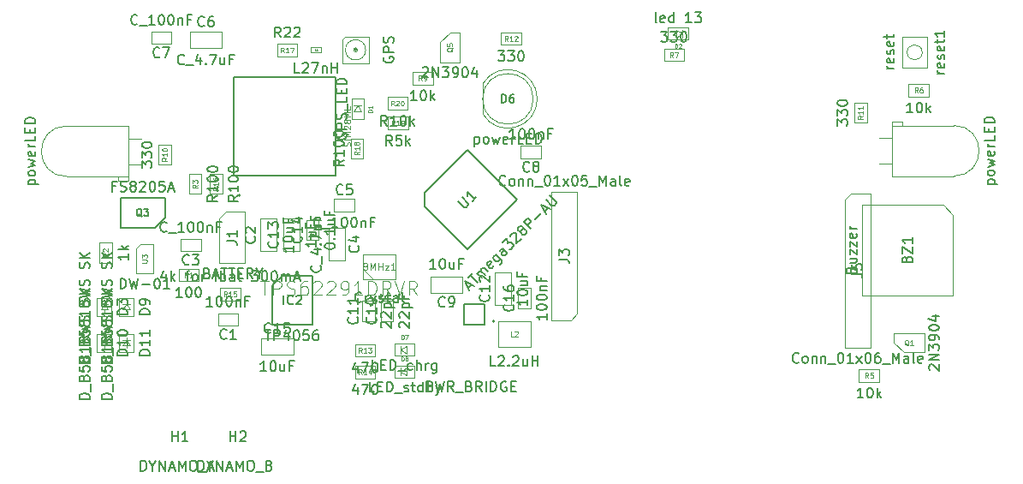
<source format=gbr>
G04 #@! TF.GenerationSoftware,KiCad,Pcbnew,(5.0.1-3-g963ef8bb5)*
G04 #@! TF.CreationDate,2020-09-15T14:43:14+02:00*
G04 #@! TF.ProjectId,trackix,747261636B69782E6B696361645F7063,rev?*
G04 #@! TF.SameCoordinates,Original*
G04 #@! TF.FileFunction,Other,Fab,Top*
%FSLAX46Y46*%
G04 Gerber Fmt 4.6, Leading zero omitted, Abs format (unit mm)*
G04 Created by KiCad (PCBNEW (5.0.1-3-g963ef8bb5)) date 2020 September 15, Tuesday 14:43:14*
%MOMM*%
%LPD*%
G01*
G04 APERTURE LIST*
%ADD10C,0.100000*%
%ADD11C,0.127000*%
%ADD12C,0.200000*%
%ADD13C,0.150000*%
%ADD14C,0.030000*%
%ADD15C,0.015000*%
%ADD16C,0.105000*%
%ADD17C,0.135000*%
%ADD18C,0.075000*%
G04 APERTURE END LIST*
D10*
G04 #@! TO.C,L1*
X158600000Y-96200000D02*
X158600000Y-95700000D01*
X159600000Y-96200000D02*
X158600000Y-96200000D01*
X159600000Y-95700000D02*
X159600000Y-96200000D01*
X158600000Y-95700000D02*
X159600000Y-95700000D01*
G04 #@! TO.C,J2*
X163050000Y-95950000D02*
G75*
G03X163050000Y-95950000I-50000J0D01*
G01*
X163125000Y-95950000D02*
G75*
G03X163125000Y-95950000I-125000J0D01*
G01*
X164000000Y-95950000D02*
G75*
G03X164000000Y-95950000I-1000000J0D01*
G01*
X164300000Y-94650000D02*
X164300000Y-97250000D01*
X164300000Y-94650000D02*
X162000000Y-94650000D01*
X162000000Y-94650000D02*
X161700000Y-94950000D01*
X164300000Y-97250000D02*
X161700000Y-97250000D01*
X161700000Y-94950000D02*
X161700000Y-97250000D01*
X163200000Y-95950000D02*
G75*
G03X163200000Y-95950000I-200000J0D01*
G01*
D11*
G04 #@! TO.C,U2*
X161050000Y-98650000D02*
X150950000Y-98650000D01*
X161050000Y-108350000D02*
X161050000Y-98650000D01*
X150950000Y-108350000D02*
X161050000Y-108350000D01*
X150950000Y-98650000D02*
X150950000Y-108350000D01*
D12*
X151600000Y-110350000D02*
G75*
G03X151600000Y-110350000I-100000J0D01*
G01*
D10*
G04 #@! TO.C,reset1*
X219550000Y-94700000D02*
X219550000Y-97700000D01*
X219550000Y-97700000D02*
X217050000Y-97700000D01*
X217050000Y-97700000D02*
X217050000Y-94700000D01*
X217050000Y-94700000D02*
X219550000Y-94700000D01*
X219050000Y-96200000D02*
G75*
G03X219050000Y-96200000I-750000J0D01*
G01*
G04 #@! TO.C,D6*
X175569984Y-102265667D02*
G75*
G03X175570000Y-99326307I2500016J1469666D01*
G01*
X180570000Y-100796001D02*
G75*
G03X180570000Y-100796001I-2500000J0D01*
G01*
X175570000Y-99326307D02*
X175570000Y-102265695D01*
G04 #@! TO.C,D5*
X214800000Y-104660000D02*
X214800000Y-104660000D01*
X216070000Y-104660000D02*
X214800000Y-104660000D01*
X216070000Y-104660000D02*
X216070000Y-104660000D01*
X214800000Y-104660000D02*
X216070000Y-104660000D01*
X214800000Y-107200000D02*
X214800000Y-107200000D01*
X216070000Y-107200000D02*
X214800000Y-107200000D01*
X216070000Y-107200000D02*
X216070000Y-107200000D01*
X214800000Y-107200000D02*
X216070000Y-107200000D01*
X216070000Y-103430000D02*
X216070000Y-103030000D01*
X217070000Y-103430000D02*
X216070000Y-103430000D01*
X217070000Y-103030000D02*
X217070000Y-103430000D01*
X216070000Y-103030000D02*
X217070000Y-103030000D01*
X216070000Y-108430000D02*
X216070000Y-103430000D01*
X216070000Y-103430000D02*
X222170000Y-103430000D01*
X216070000Y-108430000D02*
X222170000Y-108430000D01*
X222170000Y-103430000D02*
G75*
G02X222170000Y-108430000I0J-2500000D01*
G01*
G04 #@! TO.C,D4*
X134430000Y-108470000D02*
G75*
G02X134430000Y-103470000I0J2500000D01*
G01*
X140530000Y-103470000D02*
X134430000Y-103470000D01*
X140530000Y-108470000D02*
X134430000Y-108470000D01*
X140530000Y-103470000D02*
X140530000Y-108470000D01*
X140530000Y-108870000D02*
X139530000Y-108870000D01*
X139530000Y-108870000D02*
X139530000Y-108470000D01*
X139530000Y-108470000D02*
X140530000Y-108470000D01*
X140530000Y-108470000D02*
X140530000Y-108870000D01*
X141800000Y-104700000D02*
X140530000Y-104700000D01*
X140530000Y-104700000D02*
X140530000Y-104700000D01*
X140530000Y-104700000D02*
X141800000Y-104700000D01*
X141800000Y-104700000D02*
X141800000Y-104700000D01*
X141800000Y-107240000D02*
X140530000Y-107240000D01*
X140530000Y-107240000D02*
X140530000Y-107240000D01*
X140530000Y-107240000D02*
X141800000Y-107240000D01*
X141800000Y-107240000D02*
X141800000Y-107240000D01*
G04 #@! TO.C,8MHz1*
X163750000Y-117650000D02*
X164750000Y-118650000D01*
X166950000Y-116150000D02*
X163750000Y-116150000D01*
X166950000Y-118650000D02*
X166950000Y-116150000D01*
X163750000Y-118650000D02*
X166950000Y-118650000D01*
X163750000Y-116150000D02*
X163750000Y-118650000D01*
G04 #@! TO.C,BZ1*
X213100000Y-111250000D02*
X221100000Y-111250000D01*
X222100000Y-112250000D02*
X222100000Y-120250000D01*
X222100000Y-120250000D02*
X213100000Y-120250000D01*
X213100000Y-120250000D02*
X213100000Y-111250000D01*
X221100000Y-111250000D02*
X222100000Y-112250000D01*
G04 #@! TO.C,C1*
X151400000Y-123220000D02*
X149400000Y-123220000D01*
X149400000Y-123220000D02*
X149400000Y-121980000D01*
X149400000Y-121980000D02*
X151400000Y-121980000D01*
X151400000Y-121980000D02*
X151400000Y-123220000D01*
G04 #@! TO.C,C2*
X153600000Y-115850000D02*
X153600000Y-112650000D01*
X153600000Y-112650000D02*
X155200000Y-112650000D01*
X155200000Y-112650000D02*
X155200000Y-115850000D01*
X155200000Y-115850000D02*
X153600000Y-115850000D01*
G04 #@! TO.C,C3*
X147700000Y-114630000D02*
X147700000Y-115870000D01*
X145700000Y-114630000D02*
X147700000Y-114630000D01*
X145700000Y-115870000D02*
X145700000Y-114630000D01*
X147700000Y-115870000D02*
X145700000Y-115870000D01*
G04 #@! TO.C,C4*
X160350000Y-113550000D02*
X161950000Y-113550000D01*
X160350000Y-116750000D02*
X160350000Y-113550000D01*
X161950000Y-116750000D02*
X160350000Y-116750000D01*
X161950000Y-113550000D02*
X161950000Y-116750000D01*
G04 #@! TO.C,C5*
X160900000Y-111920000D02*
X160900000Y-110680000D01*
X162900000Y-111920000D02*
X160900000Y-111920000D01*
X162900000Y-110680000D02*
X162900000Y-111920000D01*
X160900000Y-110680000D02*
X162900000Y-110680000D01*
G04 #@! TO.C,C6*
X146600000Y-94150000D02*
X149800000Y-94150000D01*
X149800000Y-94150000D02*
X149800000Y-95750000D01*
X149800000Y-95750000D02*
X146600000Y-95750000D01*
X146600000Y-95750000D02*
X146600000Y-94150000D01*
G04 #@! TO.C,C7*
X144789186Y-95380450D02*
X142789186Y-95380450D01*
X142789186Y-95380450D02*
X142789186Y-94140450D01*
X142789186Y-94140450D02*
X144789186Y-94140450D01*
X144789186Y-94140450D02*
X144789186Y-95380450D01*
G04 #@! TO.C,C8*
X181350000Y-106670000D02*
X179350000Y-106670000D01*
X179350000Y-106670000D02*
X179350000Y-105430000D01*
X179350000Y-105430000D02*
X181350000Y-105430000D01*
X181350000Y-105430000D02*
X181350000Y-106670000D01*
G04 #@! TO.C,C9*
X173600000Y-119950000D02*
X170400000Y-119950000D01*
X170400000Y-119950000D02*
X170400000Y-118350000D01*
X170400000Y-118350000D02*
X173600000Y-118350000D01*
X173600000Y-118350000D02*
X173600000Y-119950000D01*
G04 #@! TO.C,C10*
X166736044Y-122750030D02*
X165496044Y-122750030D01*
X166736044Y-120750030D02*
X166736044Y-122750030D01*
X165496044Y-120750030D02*
X166736044Y-120750030D01*
X165496044Y-122750030D02*
X165496044Y-120750030D01*
G04 #@! TO.C,C11*
X163676044Y-122750030D02*
X163676044Y-120750030D01*
X163676044Y-120750030D02*
X164916044Y-120750030D01*
X164916044Y-120750030D02*
X164916044Y-122750030D01*
X164916044Y-122750030D02*
X163676044Y-122750030D01*
G04 #@! TO.C,C12*
X178350000Y-121150000D02*
X176750000Y-121150000D01*
X178350000Y-117950000D02*
X178350000Y-121150000D01*
X176750000Y-117950000D02*
X178350000Y-117950000D01*
X176750000Y-121150000D02*
X176750000Y-117950000D01*
G04 #@! TO.C,C13*
X155850000Y-115850000D02*
X155850000Y-112650000D01*
X155850000Y-112650000D02*
X157450000Y-112650000D01*
X157450000Y-112650000D02*
X157450000Y-115850000D01*
X157450000Y-115850000D02*
X155850000Y-115850000D01*
G04 #@! TO.C,C14*
X158130000Y-114750000D02*
X158130000Y-112750000D01*
X158130000Y-112750000D02*
X159370000Y-112750000D01*
X159370000Y-112750000D02*
X159370000Y-114750000D01*
X159370000Y-114750000D02*
X158130000Y-114750000D01*
G04 #@! TO.C,C15*
X153650000Y-126050000D02*
X153650000Y-124450000D01*
X156850000Y-126050000D02*
X153650000Y-126050000D01*
X156850000Y-124450000D02*
X156850000Y-126050000D01*
X153650000Y-124450000D02*
X156850000Y-124450000D01*
G04 #@! TO.C,C16*
X180331143Y-121485463D02*
X179091143Y-121485463D01*
X180331143Y-119485463D02*
X180331143Y-121485463D01*
X179091143Y-119485463D02*
X180331143Y-119485463D01*
X179091143Y-121485463D02*
X179091143Y-119485463D01*
G04 #@! TO.C,D1*
X162600000Y-100800000D02*
X163800000Y-100800000D01*
X163800000Y-100800000D02*
X163800000Y-102800000D01*
X163800000Y-102800000D02*
X162600000Y-102800000D01*
X162600000Y-102800000D02*
X162600000Y-100800000D01*
X163600000Y-102000000D02*
X162800000Y-102000000D01*
X162800000Y-102000000D02*
X163200000Y-101400000D01*
X163200000Y-101400000D02*
X163600000Y-102000000D01*
X163600000Y-101400000D02*
X162800000Y-101400000D01*
G04 #@! TO.C,D2*
X195300000Y-94750000D02*
X195300000Y-93950000D01*
X195300000Y-94350000D02*
X194700000Y-94750000D01*
X194700000Y-93950000D02*
X195300000Y-94350000D01*
X194700000Y-94750000D02*
X194700000Y-93950000D01*
X193900000Y-93750000D02*
X195900000Y-93750000D01*
X193900000Y-94950000D02*
X193900000Y-93750000D01*
X195900000Y-94950000D02*
X193900000Y-94950000D01*
X195900000Y-93750000D02*
X195900000Y-94950000D01*
G04 #@! TO.C,D3*
X138137288Y-121566956D02*
X138137288Y-121816956D01*
X137787288Y-121566956D02*
X138137288Y-121066956D01*
X138487288Y-121566956D02*
X137787288Y-121566956D01*
X138137288Y-121066956D02*
X138487288Y-121566956D01*
X138137288Y-121066956D02*
X138137288Y-120866956D01*
X138487288Y-121066956D02*
X137787288Y-121066956D01*
X137437288Y-120466956D02*
X138837288Y-120466956D01*
X137437288Y-122266956D02*
X137437288Y-120466956D01*
X138837288Y-122266956D02*
X137437288Y-122266956D01*
X138837288Y-120466956D02*
X138837288Y-122266956D01*
G04 #@! TO.C,D7*
X167450000Y-125200000D02*
X167450000Y-126000000D01*
X167450000Y-125600000D02*
X168050000Y-125200000D01*
X168050000Y-126000000D02*
X167450000Y-125600000D01*
X168050000Y-125200000D02*
X168050000Y-126000000D01*
X168850000Y-126200000D02*
X166850000Y-126200000D01*
X168850000Y-125000000D02*
X168850000Y-126200000D01*
X166850000Y-125000000D02*
X168850000Y-125000000D01*
X166850000Y-126200000D02*
X166850000Y-125000000D01*
G04 #@! TO.C,D8*
X166850000Y-128350000D02*
X166850000Y-127150000D01*
X166850000Y-127150000D02*
X168850000Y-127150000D01*
X168850000Y-127150000D02*
X168850000Y-128350000D01*
X168850000Y-128350000D02*
X166850000Y-128350000D01*
X168050000Y-127350000D02*
X168050000Y-128150000D01*
X168050000Y-128150000D02*
X167450000Y-127750000D01*
X167450000Y-127750000D02*
X168050000Y-127350000D01*
X167450000Y-127350000D02*
X167450000Y-128150000D01*
G04 #@! TO.C,D9*
X141037288Y-120466956D02*
X141037288Y-122266956D01*
X141037288Y-122266956D02*
X139637288Y-122266956D01*
X139637288Y-122266956D02*
X139637288Y-120466956D01*
X139637288Y-120466956D02*
X141037288Y-120466956D01*
X140687288Y-121066956D02*
X139987288Y-121066956D01*
X140337288Y-121066956D02*
X140337288Y-120866956D01*
X140337288Y-121066956D02*
X140687288Y-121566956D01*
X140687288Y-121566956D02*
X139987288Y-121566956D01*
X139987288Y-121566956D02*
X140337288Y-121066956D01*
X140337288Y-121566956D02*
X140337288Y-121816956D01*
G04 #@! TO.C,D10*
X138137288Y-125116956D02*
X138137288Y-125366956D01*
X137787288Y-125116956D02*
X138137288Y-124616956D01*
X138487288Y-125116956D02*
X137787288Y-125116956D01*
X138137288Y-124616956D02*
X138487288Y-125116956D01*
X138137288Y-124616956D02*
X138137288Y-124416956D01*
X138487288Y-124616956D02*
X137787288Y-124616956D01*
X137437288Y-124016956D02*
X138837288Y-124016956D01*
X137437288Y-125816956D02*
X137437288Y-124016956D01*
X138837288Y-125816956D02*
X137437288Y-125816956D01*
X138837288Y-124016956D02*
X138837288Y-125816956D01*
G04 #@! TO.C,D11*
X141037288Y-124016956D02*
X141037288Y-125816956D01*
X141037288Y-125816956D02*
X139637288Y-125816956D01*
X139637288Y-125816956D02*
X139637288Y-124016956D01*
X139637288Y-124016956D02*
X141037288Y-124016956D01*
X140687288Y-124616956D02*
X139987288Y-124616956D01*
X140337288Y-124616956D02*
X140337288Y-124416956D01*
X140337288Y-124616956D02*
X140687288Y-125116956D01*
X140687288Y-125116956D02*
X139987288Y-125116956D01*
X139987288Y-125116956D02*
X140337288Y-124616956D01*
X140337288Y-125116956D02*
X140337288Y-125366956D01*
D13*
G04 #@! TO.C,IC2*
X154800000Y-119250000D02*
X155800000Y-118250000D01*
X154800000Y-123150000D02*
X154800000Y-119250000D01*
X158700000Y-123150000D02*
X154800000Y-123150000D01*
X158700000Y-118250000D02*
X158700000Y-123150000D01*
X155800000Y-118250000D02*
X158700000Y-118250000D01*
D10*
G04 #@! TO.C,J1*
X149555001Y-112590001D02*
X150190001Y-111955001D01*
X149555001Y-117035001D02*
X149555001Y-112590001D01*
X152095001Y-117035001D02*
X149555001Y-117035001D01*
X152095001Y-111955001D02*
X152095001Y-117035001D01*
X150190001Y-111955001D02*
X152095001Y-111955001D01*
G04 #@! TO.C,J3*
X184931237Y-122049001D02*
X184296237Y-122684001D01*
X184931237Y-109984001D02*
X184931237Y-122049001D01*
X182391237Y-109984001D02*
X184931237Y-109984001D01*
X182391237Y-122684001D02*
X182391237Y-109984001D01*
X184296237Y-122684001D02*
X182391237Y-122684001D01*
G04 #@! TO.C,J5*
X211391237Y-110779001D02*
X212026237Y-110144001D01*
X211391237Y-125384001D02*
X211391237Y-110779001D01*
X213931237Y-125384001D02*
X211391237Y-125384001D01*
X213931237Y-110144001D02*
X213931237Y-125384001D01*
X212026237Y-110144001D02*
X213931237Y-110144001D01*
G04 #@! TO.C,L2*
X177100000Y-122800000D02*
X180300000Y-122800000D01*
X180300000Y-122800000D02*
X180300000Y-125300000D01*
X180300000Y-125300000D02*
X177100000Y-125300000D01*
X177100000Y-125300000D02*
X177100000Y-122800000D01*
G04 #@! TO.C,Q1*
X217260000Y-125855000D02*
X219240000Y-125855000D01*
X216260000Y-124855000D02*
X216260000Y-123945000D01*
X217260000Y-125855000D02*
X216260000Y-124855000D01*
X216260000Y-123945000D02*
X219240000Y-123945000D01*
X219240000Y-125855000D02*
X219240000Y-123945000D01*
D13*
G04 #@! TO.C,Q3*
X144150000Y-112550000D02*
X143150000Y-113550000D01*
X144150000Y-110550000D02*
X144150000Y-112550000D01*
X139750000Y-110550000D02*
X144150000Y-110550000D01*
X139750000Y-113550000D02*
X139750000Y-110550000D01*
X143150000Y-113550000D02*
X139750000Y-113550000D01*
D10*
G04 #@! TO.C,Q5*
X171395000Y-97190000D02*
X173305000Y-97190000D01*
X173305000Y-94210000D02*
X173305000Y-97190000D01*
X171395000Y-95210000D02*
X172395000Y-94210000D01*
X172395000Y-94210000D02*
X173305000Y-94210000D01*
X171395000Y-95210000D02*
X171395000Y-97190000D01*
G04 #@! TO.C,R1*
X145500000Y-117580000D02*
X147500000Y-117580000D01*
X147500000Y-117580000D02*
X147500000Y-118820000D01*
X147500000Y-118820000D02*
X145500000Y-118820000D01*
X145500000Y-118820000D02*
X145500000Y-117580000D01*
G04 #@! TO.C,R2*
X137680000Y-117000000D02*
X137680000Y-115000000D01*
X137680000Y-115000000D02*
X138920000Y-115000000D01*
X138920000Y-115000000D02*
X138920000Y-117000000D01*
X138920000Y-117000000D02*
X137680000Y-117000000D01*
G04 #@! TO.C,R3*
X147770000Y-110200000D02*
X146530000Y-110200000D01*
X147770000Y-108200000D02*
X147770000Y-110200000D01*
X146530000Y-108200000D02*
X147770000Y-108200000D01*
X146530000Y-110200000D02*
X146530000Y-108200000D01*
G04 #@! TO.C,R5*
X212800000Y-127530000D02*
X214800000Y-127530000D01*
X214800000Y-127530000D02*
X214800000Y-128770000D01*
X214800000Y-128770000D02*
X212800000Y-128770000D01*
X212800000Y-128770000D02*
X212800000Y-127530000D01*
G04 #@! TO.C,R6*
X217700000Y-100570000D02*
X217700000Y-99330000D01*
X219700000Y-100570000D02*
X217700000Y-100570000D01*
X219700000Y-99330000D02*
X219700000Y-100570000D01*
X217700000Y-99330000D02*
X219700000Y-99330000D01*
G04 #@! TO.C,R7*
X195500000Y-95830000D02*
X195500000Y-97070000D01*
X193500000Y-95830000D02*
X195500000Y-95830000D01*
X193500000Y-97070000D02*
X193500000Y-95830000D01*
X195500000Y-97070000D02*
X193500000Y-97070000D01*
G04 #@! TO.C,R9*
X168650000Y-99370000D02*
X168650000Y-98130000D01*
X170650000Y-99370000D02*
X168650000Y-99370000D01*
X170650000Y-98130000D02*
X170650000Y-99370000D01*
X168650000Y-98130000D02*
X170650000Y-98130000D01*
G04 #@! TO.C,R10*
X143530000Y-105300000D02*
X144770000Y-105300000D01*
X143530000Y-107300000D02*
X143530000Y-105300000D01*
X144770000Y-107300000D02*
X143530000Y-107300000D01*
X144770000Y-105300000D02*
X144770000Y-107300000D01*
G04 #@! TO.C,R11*
X213570000Y-101150000D02*
X213570000Y-103150000D01*
X213570000Y-103150000D02*
X212330000Y-103150000D01*
X212330000Y-103150000D02*
X212330000Y-101150000D01*
X212330000Y-101150000D02*
X213570000Y-101150000D01*
G04 #@! TO.C,R12*
X177400000Y-95470000D02*
X177400000Y-94230000D01*
X179400000Y-95470000D02*
X177400000Y-95470000D01*
X179400000Y-94230000D02*
X179400000Y-95470000D01*
X177400000Y-94230000D02*
X179400000Y-94230000D01*
G04 #@! TO.C,R13*
X162950000Y-125030000D02*
X164950000Y-125030000D01*
X164950000Y-125030000D02*
X164950000Y-126270000D01*
X164950000Y-126270000D02*
X162950000Y-126270000D01*
X162950000Y-126270000D02*
X162950000Y-125030000D01*
G04 #@! TO.C,R14*
X162950000Y-127180000D02*
X164950000Y-127180000D01*
X164950000Y-127180000D02*
X164950000Y-128420000D01*
X164950000Y-128420000D02*
X162950000Y-128420000D01*
X162950000Y-128420000D02*
X162950000Y-127180000D01*
G04 #@! TO.C,R15*
X151600000Y-119480000D02*
X151600000Y-120720000D01*
X149600000Y-119480000D02*
X151600000Y-119480000D01*
X149600000Y-120720000D02*
X149600000Y-119480000D01*
X151600000Y-120720000D02*
X149600000Y-120720000D01*
G04 #@! TO.C,R16*
X149820000Y-110200000D02*
X148580000Y-110200000D01*
X149820000Y-108200000D02*
X149820000Y-110200000D01*
X148580000Y-108200000D02*
X149820000Y-108200000D01*
X148580000Y-110200000D02*
X148580000Y-108200000D01*
G04 #@! TO.C,R17*
X157250000Y-96620000D02*
X155250000Y-96620000D01*
X155250000Y-96620000D02*
X155250000Y-95380000D01*
X155250000Y-95380000D02*
X157250000Y-95380000D01*
X157250000Y-95380000D02*
X157250000Y-96620000D01*
G04 #@! TO.C,R18*
X163770000Y-104700000D02*
X163770000Y-106700000D01*
X163770000Y-106700000D02*
X162530000Y-106700000D01*
X162530000Y-106700000D02*
X162530000Y-104700000D01*
X162530000Y-104700000D02*
X163770000Y-104700000D01*
G04 #@! TO.C,R19*
X166200000Y-102580000D02*
X168200000Y-102580000D01*
X168200000Y-102580000D02*
X168200000Y-103820000D01*
X168200000Y-103820000D02*
X166200000Y-103820000D01*
X166200000Y-103820000D02*
X166200000Y-102580000D01*
G04 #@! TO.C,R20*
X166150000Y-101870000D02*
X166150000Y-100630000D01*
X168150000Y-101870000D02*
X166150000Y-101870000D01*
X168150000Y-100630000D02*
X168150000Y-101870000D01*
X166150000Y-100630000D02*
X168150000Y-100630000D01*
D13*
G04 #@! TO.C,U1*
X169807359Y-111457107D02*
X169807359Y-110042893D01*
X174050000Y-115699747D02*
X169807359Y-111457107D01*
X178999747Y-110750000D02*
X174050000Y-115699747D01*
X174050000Y-105800253D02*
X178999747Y-110750000D01*
X169807359Y-110042893D02*
X174050000Y-105800253D01*
D10*
G04 #@! TO.C,U3*
X143030000Y-115150000D02*
X143030000Y-118050000D01*
X143030000Y-118050000D02*
X141270000Y-118050000D01*
X141270000Y-115600000D02*
X141270000Y-118050000D01*
X143030000Y-115150000D02*
X141720000Y-115150000D01*
X141270000Y-115600000D02*
X141720000Y-115150000D01*
D11*
G04 #@! TO.C,U4*
X175800000Y-123150000D02*
X173700000Y-123150000D01*
X173700000Y-123150000D02*
X173700000Y-121050000D01*
X173700000Y-121050000D02*
X175800000Y-121050000D01*
X175800000Y-121050000D02*
X175800000Y-123150000D01*
D12*
X176750000Y-122800000D02*
G75*
G03X176750000Y-122800000I-100000J0D01*
G01*
G04 #@! TD*
G04 #@! TO.C,H2*
D13*
X147430952Y-137552380D02*
X147430952Y-136552380D01*
X147669047Y-136552380D01*
X147811904Y-136600000D01*
X147907142Y-136695238D01*
X147954761Y-136790476D01*
X148002380Y-136980952D01*
X148002380Y-137123809D01*
X147954761Y-137314285D01*
X147907142Y-137409523D01*
X147811904Y-137504761D01*
X147669047Y-137552380D01*
X147430952Y-137552380D01*
X148621428Y-137076190D02*
X148621428Y-137552380D01*
X148288095Y-136552380D02*
X148621428Y-137076190D01*
X148954761Y-136552380D01*
X149288095Y-137552380D02*
X149288095Y-136552380D01*
X149859523Y-137552380D01*
X149859523Y-136552380D01*
X150288095Y-137266666D02*
X150764285Y-137266666D01*
X150192857Y-137552380D02*
X150526190Y-136552380D01*
X150859523Y-137552380D01*
X151192857Y-137552380D02*
X151192857Y-136552380D01*
X151526190Y-137266666D01*
X151859523Y-136552380D01*
X151859523Y-137552380D01*
X152526190Y-136552380D02*
X152716666Y-136552380D01*
X152811904Y-136600000D01*
X152907142Y-136695238D01*
X152954761Y-136885714D01*
X152954761Y-137219047D01*
X152907142Y-137409523D01*
X152811904Y-137504761D01*
X152716666Y-137552380D01*
X152526190Y-137552380D01*
X152430952Y-137504761D01*
X152335714Y-137409523D01*
X152288095Y-137219047D01*
X152288095Y-136885714D01*
X152335714Y-136695238D01*
X152430952Y-136600000D01*
X152526190Y-136552380D01*
X153145238Y-137647619D02*
X153907142Y-137647619D01*
X154478571Y-137028571D02*
X154621428Y-137076190D01*
X154669047Y-137123809D01*
X154716666Y-137219047D01*
X154716666Y-137361904D01*
X154669047Y-137457142D01*
X154621428Y-137504761D01*
X154526190Y-137552380D01*
X154145238Y-137552380D01*
X154145238Y-136552380D01*
X154478571Y-136552380D01*
X154573809Y-136600000D01*
X154621428Y-136647619D01*
X154669047Y-136742857D01*
X154669047Y-136838095D01*
X154621428Y-136933333D01*
X154573809Y-136980952D01*
X154478571Y-137028571D01*
X154145238Y-137028571D01*
X150588095Y-134652380D02*
X150588095Y-133652380D01*
X150588095Y-134128571D02*
X151159523Y-134128571D01*
X151159523Y-134652380D02*
X151159523Y-133652380D01*
X151588095Y-133747619D02*
X151635714Y-133700000D01*
X151730952Y-133652380D01*
X151969047Y-133652380D01*
X152064285Y-133700000D01*
X152111904Y-133747619D01*
X152159523Y-133842857D01*
X152159523Y-133938095D01*
X152111904Y-134080952D01*
X151540476Y-134652380D01*
X152159523Y-134652380D01*
G04 #@! TO.C,H1*
X141752380Y-137552380D02*
X141752380Y-136552380D01*
X141990476Y-136552380D01*
X142133333Y-136600000D01*
X142228571Y-136695238D01*
X142276190Y-136790476D01*
X142323809Y-136980952D01*
X142323809Y-137123809D01*
X142276190Y-137314285D01*
X142228571Y-137409523D01*
X142133333Y-137504761D01*
X141990476Y-137552380D01*
X141752380Y-137552380D01*
X142942857Y-137076190D02*
X142942857Y-137552380D01*
X142609523Y-136552380D02*
X142942857Y-137076190D01*
X143276190Y-136552380D01*
X143609523Y-137552380D02*
X143609523Y-136552380D01*
X144180952Y-137552380D01*
X144180952Y-136552380D01*
X144609523Y-137266666D02*
X145085714Y-137266666D01*
X144514285Y-137552380D02*
X144847619Y-136552380D01*
X145180952Y-137552380D01*
X145514285Y-137552380D02*
X145514285Y-136552380D01*
X145847619Y-137266666D01*
X146180952Y-136552380D01*
X146180952Y-137552380D01*
X146847619Y-136552380D02*
X147038095Y-136552380D01*
X147133333Y-136600000D01*
X147228571Y-136695238D01*
X147276190Y-136885714D01*
X147276190Y-137219047D01*
X147228571Y-137409523D01*
X147133333Y-137504761D01*
X147038095Y-137552380D01*
X146847619Y-137552380D01*
X146752380Y-137504761D01*
X146657142Y-137409523D01*
X146609523Y-137219047D01*
X146609523Y-136885714D01*
X146657142Y-136695238D01*
X146752380Y-136600000D01*
X146847619Y-136552380D01*
X147466666Y-137647619D02*
X148228571Y-137647619D01*
X148419047Y-137266666D02*
X148895238Y-137266666D01*
X148323809Y-137552380D02*
X148657142Y-136552380D01*
X148990476Y-137552380D01*
X144838095Y-134652380D02*
X144838095Y-133652380D01*
X144838095Y-134128571D02*
X145409523Y-134128571D01*
X145409523Y-134652380D02*
X145409523Y-133652380D01*
X146409523Y-134652380D02*
X145838095Y-134652380D01*
X146123809Y-134652380D02*
X146123809Y-133652380D01*
X146028571Y-133795238D01*
X145933333Y-133890476D01*
X145838095Y-133938095D01*
G04 #@! TO.C,L1*
X157480952Y-98202380D02*
X157004761Y-98202380D01*
X157004761Y-97202380D01*
X157766666Y-97297619D02*
X157814285Y-97250000D01*
X157909523Y-97202380D01*
X158147619Y-97202380D01*
X158242857Y-97250000D01*
X158290476Y-97297619D01*
X158338095Y-97392857D01*
X158338095Y-97488095D01*
X158290476Y-97630952D01*
X157719047Y-98202380D01*
X158338095Y-98202380D01*
X158671428Y-97202380D02*
X159338095Y-97202380D01*
X158909523Y-98202380D01*
X159719047Y-97535714D02*
X159719047Y-98202380D01*
X159719047Y-97630952D02*
X159766666Y-97583333D01*
X159861904Y-97535714D01*
X160004761Y-97535714D01*
X160100000Y-97583333D01*
X160147619Y-97678571D01*
X160147619Y-98202380D01*
X160623809Y-98202380D02*
X160623809Y-97202380D01*
X160623809Y-97678571D02*
X161195238Y-97678571D01*
X161195238Y-98202380D02*
X161195238Y-97202380D01*
D14*
X159066666Y-96040476D02*
X158971428Y-96040476D01*
X158971428Y-95840476D01*
X159238095Y-96040476D02*
X159123809Y-96040476D01*
X159180952Y-96040476D02*
X159180952Y-95840476D01*
X159161904Y-95869047D01*
X159142857Y-95888095D01*
X159123809Y-95897619D01*
G04 #@! TO.C,J2*
D13*
X165802000Y-96664285D02*
X165754380Y-96759523D01*
X165754380Y-96902380D01*
X165802000Y-97045238D01*
X165897238Y-97140476D01*
X165992476Y-97188095D01*
X166182952Y-97235714D01*
X166325809Y-97235714D01*
X166516285Y-97188095D01*
X166611523Y-97140476D01*
X166706761Y-97045238D01*
X166754380Y-96902380D01*
X166754380Y-96807142D01*
X166706761Y-96664285D01*
X166659142Y-96616666D01*
X166325809Y-96616666D01*
X166325809Y-96807142D01*
X166754380Y-96188095D02*
X165754380Y-96188095D01*
X165754380Y-95807142D01*
X165802000Y-95711904D01*
X165849619Y-95664285D01*
X165944857Y-95616666D01*
X166087714Y-95616666D01*
X166182952Y-95664285D01*
X166230571Y-95711904D01*
X166278190Y-95807142D01*
X166278190Y-96188095D01*
X166706761Y-95235714D02*
X166754380Y-95092857D01*
X166754380Y-94854761D01*
X166706761Y-94759523D01*
X166659142Y-94711904D01*
X166563904Y-94664285D01*
X166468666Y-94664285D01*
X166373428Y-94711904D01*
X166325809Y-94759523D01*
X166278190Y-94854761D01*
X166230571Y-95045238D01*
X166182952Y-95140476D01*
X166135333Y-95188095D01*
X166040095Y-95235714D01*
X165944857Y-95235714D01*
X165849619Y-95188095D01*
X165802000Y-95140476D01*
X165754380Y-95045238D01*
X165754380Y-94807142D01*
X165802000Y-94664285D01*
G04 #@! TO.C,U2*
D15*
X162465447Y-105458438D02*
X162495923Y-105367009D01*
X162495923Y-105214628D01*
X162465447Y-105153676D01*
X162434971Y-105123200D01*
X162374019Y-105092723D01*
X162313066Y-105092723D01*
X162252114Y-105123200D01*
X162221638Y-105153676D01*
X162191161Y-105214628D01*
X162160685Y-105336533D01*
X162130209Y-105397485D01*
X162099733Y-105427961D01*
X162038780Y-105458438D01*
X161977828Y-105458438D01*
X161916876Y-105427961D01*
X161886400Y-105397485D01*
X161855923Y-105336533D01*
X161855923Y-105184152D01*
X161886400Y-105092723D01*
X162495923Y-104818438D02*
X161855923Y-104818438D01*
X162495923Y-104513676D02*
X161855923Y-104513676D01*
X162313066Y-104300342D01*
X161855923Y-104087009D01*
X162495923Y-104087009D01*
X161916876Y-103812723D02*
X161886400Y-103782247D01*
X161855923Y-103721295D01*
X161855923Y-103568914D01*
X161886400Y-103507961D01*
X161916876Y-103477485D01*
X161977828Y-103447009D01*
X162038780Y-103447009D01*
X162130209Y-103477485D01*
X162495923Y-103843200D01*
X162495923Y-103447009D01*
X162130209Y-103081295D02*
X162099733Y-103142247D01*
X162069257Y-103172723D01*
X162008304Y-103203200D01*
X161977828Y-103203200D01*
X161916876Y-103172723D01*
X161886400Y-103142247D01*
X161855923Y-103081295D01*
X161855923Y-102959390D01*
X161886400Y-102898438D01*
X161916876Y-102867961D01*
X161977828Y-102837485D01*
X162008304Y-102837485D01*
X162069257Y-102867961D01*
X162099733Y-102898438D01*
X162130209Y-102959390D01*
X162130209Y-103081295D01*
X162160685Y-103142247D01*
X162191161Y-103172723D01*
X162252114Y-103203200D01*
X162374019Y-103203200D01*
X162434971Y-103172723D01*
X162465447Y-103142247D01*
X162495923Y-103081295D01*
X162495923Y-102959390D01*
X162465447Y-102898438D01*
X162434971Y-102867961D01*
X162374019Y-102837485D01*
X162252114Y-102837485D01*
X162191161Y-102867961D01*
X162160685Y-102898438D01*
X162130209Y-102959390D01*
X162495923Y-102563200D02*
X161855923Y-102563200D01*
X162313066Y-102349866D01*
X161855923Y-102136533D01*
X162495923Y-102136533D01*
X162495923Y-101527009D02*
X162495923Y-101831771D01*
X161855923Y-101831771D01*
G04 #@! TO.C,reset1*
D13*
X216252380Y-97819047D02*
X215585714Y-97819047D01*
X215776190Y-97819047D02*
X215680952Y-97771428D01*
X215633333Y-97723809D01*
X215585714Y-97628571D01*
X215585714Y-97533333D01*
X216204761Y-96819047D02*
X216252380Y-96914285D01*
X216252380Y-97104761D01*
X216204761Y-97200000D01*
X216109523Y-97247619D01*
X215728571Y-97247619D01*
X215633333Y-97200000D01*
X215585714Y-97104761D01*
X215585714Y-96914285D01*
X215633333Y-96819047D01*
X215728571Y-96771428D01*
X215823809Y-96771428D01*
X215919047Y-97247619D01*
X216204761Y-96390476D02*
X216252380Y-96295238D01*
X216252380Y-96104761D01*
X216204761Y-96009523D01*
X216109523Y-95961904D01*
X216061904Y-95961904D01*
X215966666Y-96009523D01*
X215919047Y-96104761D01*
X215919047Y-96247619D01*
X215871428Y-96342857D01*
X215776190Y-96390476D01*
X215728571Y-96390476D01*
X215633333Y-96342857D01*
X215585714Y-96247619D01*
X215585714Y-96104761D01*
X215633333Y-96009523D01*
X216204761Y-95152380D02*
X216252380Y-95247619D01*
X216252380Y-95438095D01*
X216204761Y-95533333D01*
X216109523Y-95580952D01*
X215728571Y-95580952D01*
X215633333Y-95533333D01*
X215585714Y-95438095D01*
X215585714Y-95247619D01*
X215633333Y-95152380D01*
X215728571Y-95104761D01*
X215823809Y-95104761D01*
X215919047Y-95580952D01*
X215585714Y-94819047D02*
X215585714Y-94438095D01*
X215252380Y-94676190D02*
X216109523Y-94676190D01*
X216204761Y-94628571D01*
X216252380Y-94533333D01*
X216252380Y-94438095D01*
X221252380Y-98295238D02*
X220585714Y-98295238D01*
X220776190Y-98295238D02*
X220680952Y-98247619D01*
X220633333Y-98200000D01*
X220585714Y-98104761D01*
X220585714Y-98009523D01*
X221204761Y-97295238D02*
X221252380Y-97390476D01*
X221252380Y-97580952D01*
X221204761Y-97676190D01*
X221109523Y-97723809D01*
X220728571Y-97723809D01*
X220633333Y-97676190D01*
X220585714Y-97580952D01*
X220585714Y-97390476D01*
X220633333Y-97295238D01*
X220728571Y-97247619D01*
X220823809Y-97247619D01*
X220919047Y-97723809D01*
X221204761Y-96866666D02*
X221252380Y-96771428D01*
X221252380Y-96580952D01*
X221204761Y-96485714D01*
X221109523Y-96438095D01*
X221061904Y-96438095D01*
X220966666Y-96485714D01*
X220919047Y-96580952D01*
X220919047Y-96723809D01*
X220871428Y-96819047D01*
X220776190Y-96866666D01*
X220728571Y-96866666D01*
X220633333Y-96819047D01*
X220585714Y-96723809D01*
X220585714Y-96580952D01*
X220633333Y-96485714D01*
X221204761Y-95628571D02*
X221252380Y-95723809D01*
X221252380Y-95914285D01*
X221204761Y-96009523D01*
X221109523Y-96057142D01*
X220728571Y-96057142D01*
X220633333Y-96009523D01*
X220585714Y-95914285D01*
X220585714Y-95723809D01*
X220633333Y-95628571D01*
X220728571Y-95580952D01*
X220823809Y-95580952D01*
X220919047Y-96057142D01*
X220585714Y-95295238D02*
X220585714Y-94914285D01*
X220252380Y-95152380D02*
X221109523Y-95152380D01*
X221204761Y-95104761D01*
X221252380Y-95009523D01*
X221252380Y-94914285D01*
X221252380Y-94057142D02*
X221252380Y-94628571D01*
X221252380Y-94342857D02*
X220252380Y-94342857D01*
X220395238Y-94438095D01*
X220490476Y-94533333D01*
X220538095Y-94628571D01*
G04 #@! TO.C,D6*
X174784285Y-104541715D02*
X174784285Y-105541715D01*
X174784285Y-104589334D02*
X174879523Y-104541715D01*
X175070000Y-104541715D01*
X175165238Y-104589334D01*
X175212857Y-104636953D01*
X175260476Y-104732191D01*
X175260476Y-105017905D01*
X175212857Y-105113143D01*
X175165238Y-105160762D01*
X175070000Y-105208381D01*
X174879523Y-105208381D01*
X174784285Y-105160762D01*
X175831904Y-105208381D02*
X175736666Y-105160762D01*
X175689047Y-105113143D01*
X175641428Y-105017905D01*
X175641428Y-104732191D01*
X175689047Y-104636953D01*
X175736666Y-104589334D01*
X175831904Y-104541715D01*
X175974761Y-104541715D01*
X176070000Y-104589334D01*
X176117619Y-104636953D01*
X176165238Y-104732191D01*
X176165238Y-105017905D01*
X176117619Y-105113143D01*
X176070000Y-105160762D01*
X175974761Y-105208381D01*
X175831904Y-105208381D01*
X176498571Y-104541715D02*
X176689047Y-105208381D01*
X176879523Y-104732191D01*
X177070000Y-105208381D01*
X177260476Y-104541715D01*
X178022380Y-105160762D02*
X177927142Y-105208381D01*
X177736666Y-105208381D01*
X177641428Y-105160762D01*
X177593809Y-105065524D01*
X177593809Y-104684572D01*
X177641428Y-104589334D01*
X177736666Y-104541715D01*
X177927142Y-104541715D01*
X178022380Y-104589334D01*
X178070000Y-104684572D01*
X178070000Y-104779810D01*
X177593809Y-104875048D01*
X178498571Y-105208381D02*
X178498571Y-104541715D01*
X178498571Y-104732191D02*
X178546190Y-104636953D01*
X178593809Y-104589334D01*
X178689047Y-104541715D01*
X178784285Y-104541715D01*
X179593809Y-105208381D02*
X179117619Y-105208381D01*
X179117619Y-104208381D01*
X179927142Y-104684572D02*
X180260476Y-104684572D01*
X180403333Y-105208381D02*
X179927142Y-105208381D01*
X179927142Y-104208381D01*
X180403333Y-104208381D01*
X180831904Y-105208381D02*
X180831904Y-104208381D01*
X181070000Y-104208381D01*
X181212857Y-104256001D01*
X181308095Y-104351239D01*
X181355714Y-104446477D01*
X181403333Y-104636953D01*
X181403333Y-104779810D01*
X181355714Y-104970286D01*
X181308095Y-105065524D01*
X181212857Y-105160762D01*
X181070000Y-105208381D01*
X180831904Y-105208381D01*
D12*
X177459523Y-101157905D02*
X177459523Y-100357905D01*
X177650000Y-100357905D01*
X177764285Y-100396001D01*
X177840476Y-100472191D01*
X177878571Y-100548381D01*
X177916666Y-100700762D01*
X177916666Y-100815048D01*
X177878571Y-100967429D01*
X177840476Y-101043620D01*
X177764285Y-101119810D01*
X177650000Y-101157905D01*
X177459523Y-101157905D01*
X178602380Y-100357905D02*
X178450000Y-100357905D01*
X178373809Y-100396001D01*
X178335714Y-100434096D01*
X178259523Y-100548381D01*
X178221428Y-100700762D01*
X178221428Y-101005524D01*
X178259523Y-101081715D01*
X178297619Y-101119810D01*
X178373809Y-101157905D01*
X178526190Y-101157905D01*
X178602380Y-101119810D01*
X178640476Y-101081715D01*
X178678571Y-101005524D01*
X178678571Y-100815048D01*
X178640476Y-100738858D01*
X178602380Y-100700762D01*
X178526190Y-100662667D01*
X178373809Y-100662667D01*
X178297619Y-100700762D01*
X178259523Y-100738858D01*
X178221428Y-100815048D01*
G04 #@! TO.C,D5*
D13*
X225515714Y-109215714D02*
X226515714Y-109215714D01*
X225563333Y-109215714D02*
X225515714Y-109120476D01*
X225515714Y-108930000D01*
X225563333Y-108834761D01*
X225610952Y-108787142D01*
X225706190Y-108739523D01*
X225991904Y-108739523D01*
X226087142Y-108787142D01*
X226134761Y-108834761D01*
X226182380Y-108930000D01*
X226182380Y-109120476D01*
X226134761Y-109215714D01*
X226182380Y-108168095D02*
X226134761Y-108263333D01*
X226087142Y-108310952D01*
X225991904Y-108358571D01*
X225706190Y-108358571D01*
X225610952Y-108310952D01*
X225563333Y-108263333D01*
X225515714Y-108168095D01*
X225515714Y-108025238D01*
X225563333Y-107930000D01*
X225610952Y-107882380D01*
X225706190Y-107834761D01*
X225991904Y-107834761D01*
X226087142Y-107882380D01*
X226134761Y-107930000D01*
X226182380Y-108025238D01*
X226182380Y-108168095D01*
X225515714Y-107501428D02*
X226182380Y-107310952D01*
X225706190Y-107120476D01*
X226182380Y-106930000D01*
X225515714Y-106739523D01*
X226134761Y-105977619D02*
X226182380Y-106072857D01*
X226182380Y-106263333D01*
X226134761Y-106358571D01*
X226039523Y-106406190D01*
X225658571Y-106406190D01*
X225563333Y-106358571D01*
X225515714Y-106263333D01*
X225515714Y-106072857D01*
X225563333Y-105977619D01*
X225658571Y-105930000D01*
X225753809Y-105930000D01*
X225849047Y-106406190D01*
X226182380Y-105501428D02*
X225515714Y-105501428D01*
X225706190Y-105501428D02*
X225610952Y-105453809D01*
X225563333Y-105406190D01*
X225515714Y-105310952D01*
X225515714Y-105215714D01*
X226182380Y-104406190D02*
X226182380Y-104882380D01*
X225182380Y-104882380D01*
X225658571Y-104072857D02*
X225658571Y-103739523D01*
X226182380Y-103596666D02*
X226182380Y-104072857D01*
X225182380Y-104072857D01*
X225182380Y-103596666D01*
X226182380Y-103168095D02*
X225182380Y-103168095D01*
X225182380Y-102930000D01*
X225230000Y-102787142D01*
X225325238Y-102691904D01*
X225420476Y-102644285D01*
X225610952Y-102596666D01*
X225753809Y-102596666D01*
X225944285Y-102644285D01*
X226039523Y-102691904D01*
X226134761Y-102787142D01*
X226182380Y-102930000D01*
X226182380Y-103168095D01*
G04 #@! TO.C,D4*
X130655714Y-109255714D02*
X131655714Y-109255714D01*
X130703333Y-109255714D02*
X130655714Y-109160476D01*
X130655714Y-108970000D01*
X130703333Y-108874761D01*
X130750952Y-108827142D01*
X130846190Y-108779523D01*
X131131904Y-108779523D01*
X131227142Y-108827142D01*
X131274761Y-108874761D01*
X131322380Y-108970000D01*
X131322380Y-109160476D01*
X131274761Y-109255714D01*
X131322380Y-108208095D02*
X131274761Y-108303333D01*
X131227142Y-108350952D01*
X131131904Y-108398571D01*
X130846190Y-108398571D01*
X130750952Y-108350952D01*
X130703333Y-108303333D01*
X130655714Y-108208095D01*
X130655714Y-108065238D01*
X130703333Y-107970000D01*
X130750952Y-107922380D01*
X130846190Y-107874761D01*
X131131904Y-107874761D01*
X131227142Y-107922380D01*
X131274761Y-107970000D01*
X131322380Y-108065238D01*
X131322380Y-108208095D01*
X130655714Y-107541428D02*
X131322380Y-107350952D01*
X130846190Y-107160476D01*
X131322380Y-106970000D01*
X130655714Y-106779523D01*
X131274761Y-106017619D02*
X131322380Y-106112857D01*
X131322380Y-106303333D01*
X131274761Y-106398571D01*
X131179523Y-106446190D01*
X130798571Y-106446190D01*
X130703333Y-106398571D01*
X130655714Y-106303333D01*
X130655714Y-106112857D01*
X130703333Y-106017619D01*
X130798571Y-105970000D01*
X130893809Y-105970000D01*
X130989047Y-106446190D01*
X131322380Y-105541428D02*
X130655714Y-105541428D01*
X130846190Y-105541428D02*
X130750952Y-105493809D01*
X130703333Y-105446190D01*
X130655714Y-105350952D01*
X130655714Y-105255714D01*
X131322380Y-104446190D02*
X131322380Y-104922380D01*
X130322380Y-104922380D01*
X130798571Y-104112857D02*
X130798571Y-103779523D01*
X131322380Y-103636666D02*
X131322380Y-104112857D01*
X130322380Y-104112857D01*
X130322380Y-103636666D01*
X131322380Y-103208095D02*
X130322380Y-103208095D01*
X130322380Y-102970000D01*
X130370000Y-102827142D01*
X130465238Y-102731904D01*
X130560476Y-102684285D01*
X130750952Y-102636666D01*
X130893809Y-102636666D01*
X131084285Y-102684285D01*
X131179523Y-102731904D01*
X131274761Y-102827142D01*
X131322380Y-102970000D01*
X131322380Y-103208095D01*
G04 #@! TO.C,8MHz1*
X163564285Y-120807142D02*
X163516666Y-120854761D01*
X163373809Y-120902380D01*
X163278571Y-120902380D01*
X163135714Y-120854761D01*
X163040476Y-120759523D01*
X162992857Y-120664285D01*
X162945238Y-120473809D01*
X162945238Y-120330952D01*
X162992857Y-120140476D01*
X163040476Y-120045238D01*
X163135714Y-119950000D01*
X163278571Y-119902380D01*
X163373809Y-119902380D01*
X163516666Y-119950000D01*
X163564285Y-119997619D01*
X163992857Y-120902380D02*
X163992857Y-120235714D01*
X163992857Y-120426190D02*
X164040476Y-120330952D01*
X164088095Y-120283333D01*
X164183333Y-120235714D01*
X164278571Y-120235714D01*
X164516666Y-120235714D02*
X164754761Y-120902380D01*
X164992857Y-120235714D02*
X164754761Y-120902380D01*
X164659523Y-121140476D01*
X164611904Y-121188095D01*
X164516666Y-121235714D01*
X165326190Y-120854761D02*
X165421428Y-120902380D01*
X165611904Y-120902380D01*
X165707142Y-120854761D01*
X165754761Y-120759523D01*
X165754761Y-120711904D01*
X165707142Y-120616666D01*
X165611904Y-120569047D01*
X165469047Y-120569047D01*
X165373809Y-120521428D01*
X165326190Y-120426190D01*
X165326190Y-120378571D01*
X165373809Y-120283333D01*
X165469047Y-120235714D01*
X165611904Y-120235714D01*
X165707142Y-120283333D01*
X166040476Y-120235714D02*
X166421428Y-120235714D01*
X166183333Y-119902380D02*
X166183333Y-120759523D01*
X166230952Y-120854761D01*
X166326190Y-120902380D01*
X166421428Y-120902380D01*
X167183333Y-120902380D02*
X167183333Y-120378571D01*
X167135714Y-120283333D01*
X167040476Y-120235714D01*
X166850000Y-120235714D01*
X166754761Y-120283333D01*
X167183333Y-120854761D02*
X167088095Y-120902380D01*
X166850000Y-120902380D01*
X166754761Y-120854761D01*
X166707142Y-120759523D01*
X166707142Y-120664285D01*
X166754761Y-120569047D01*
X166850000Y-120521428D01*
X167088095Y-120521428D01*
X167183333Y-120473809D01*
X167802380Y-120902380D02*
X167707142Y-120854761D01*
X167659523Y-120759523D01*
X167659523Y-119902380D01*
D16*
X163900000Y-117316666D02*
X163833333Y-117283333D01*
X163800000Y-117250000D01*
X163766666Y-117183333D01*
X163766666Y-117150000D01*
X163800000Y-117083333D01*
X163833333Y-117050000D01*
X163900000Y-117016666D01*
X164033333Y-117016666D01*
X164100000Y-117050000D01*
X164133333Y-117083333D01*
X164166666Y-117150000D01*
X164166666Y-117183333D01*
X164133333Y-117250000D01*
X164100000Y-117283333D01*
X164033333Y-117316666D01*
X163900000Y-117316666D01*
X163833333Y-117350000D01*
X163800000Y-117383333D01*
X163766666Y-117450000D01*
X163766666Y-117583333D01*
X163800000Y-117650000D01*
X163833333Y-117683333D01*
X163900000Y-117716666D01*
X164033333Y-117716666D01*
X164100000Y-117683333D01*
X164133333Y-117650000D01*
X164166666Y-117583333D01*
X164166666Y-117450000D01*
X164133333Y-117383333D01*
X164100000Y-117350000D01*
X164033333Y-117316666D01*
X164466666Y-117716666D02*
X164466666Y-117016666D01*
X164700000Y-117516666D01*
X164933333Y-117016666D01*
X164933333Y-117716666D01*
X165266666Y-117716666D02*
X165266666Y-117016666D01*
X165266666Y-117350000D02*
X165666666Y-117350000D01*
X165666666Y-117716666D02*
X165666666Y-117016666D01*
X165933333Y-117250000D02*
X166300000Y-117250000D01*
X165933333Y-117716666D01*
X166300000Y-117716666D01*
X166933333Y-117716666D02*
X166533333Y-117716666D01*
X166733333Y-117716666D02*
X166733333Y-117016666D01*
X166666666Y-117116666D01*
X166600000Y-117183333D01*
X166533333Y-117216666D01*
G04 #@! TO.C,BZ1*
D13*
X212028571Y-117678571D02*
X212076190Y-117535714D01*
X212123809Y-117488095D01*
X212219047Y-117440476D01*
X212361904Y-117440476D01*
X212457142Y-117488095D01*
X212504761Y-117535714D01*
X212552380Y-117630952D01*
X212552380Y-118011904D01*
X211552380Y-118011904D01*
X211552380Y-117678571D01*
X211600000Y-117583333D01*
X211647619Y-117535714D01*
X211742857Y-117488095D01*
X211838095Y-117488095D01*
X211933333Y-117535714D01*
X211980952Y-117583333D01*
X212028571Y-117678571D01*
X212028571Y-118011904D01*
X211885714Y-116583333D02*
X212552380Y-116583333D01*
X211885714Y-117011904D02*
X212409523Y-117011904D01*
X212504761Y-116964285D01*
X212552380Y-116869047D01*
X212552380Y-116726190D01*
X212504761Y-116630952D01*
X212457142Y-116583333D01*
X211885714Y-116202380D02*
X211885714Y-115678571D01*
X212552380Y-116202380D01*
X212552380Y-115678571D01*
X211885714Y-115392857D02*
X211885714Y-114869047D01*
X212552380Y-115392857D01*
X212552380Y-114869047D01*
X212504761Y-114107142D02*
X212552380Y-114202380D01*
X212552380Y-114392857D01*
X212504761Y-114488095D01*
X212409523Y-114535714D01*
X212028571Y-114535714D01*
X211933333Y-114488095D01*
X211885714Y-114392857D01*
X211885714Y-114202380D01*
X211933333Y-114107142D01*
X212028571Y-114059523D01*
X212123809Y-114059523D01*
X212219047Y-114535714D01*
X212552380Y-113630952D02*
X211885714Y-113630952D01*
X212076190Y-113630952D02*
X211980952Y-113583333D01*
X211933333Y-113535714D01*
X211885714Y-113440476D01*
X211885714Y-113345238D01*
X217528571Y-116630952D02*
X217576190Y-116488095D01*
X217623809Y-116440476D01*
X217719047Y-116392857D01*
X217861904Y-116392857D01*
X217957142Y-116440476D01*
X218004761Y-116488095D01*
X218052380Y-116583333D01*
X218052380Y-116964285D01*
X217052380Y-116964285D01*
X217052380Y-116630952D01*
X217100000Y-116535714D01*
X217147619Y-116488095D01*
X217242857Y-116440476D01*
X217338095Y-116440476D01*
X217433333Y-116488095D01*
X217480952Y-116535714D01*
X217528571Y-116630952D01*
X217528571Y-116964285D01*
X217052380Y-116059523D02*
X217052380Y-115392857D01*
X218052380Y-116059523D01*
X218052380Y-115392857D01*
X218052380Y-114488095D02*
X218052380Y-115059523D01*
X218052380Y-114773809D02*
X217052380Y-114773809D01*
X217195238Y-114869047D01*
X217290476Y-114964285D01*
X217338095Y-115059523D01*
G04 #@! TO.C,C1*
X148852380Y-121302380D02*
X148280952Y-121302380D01*
X148566666Y-121302380D02*
X148566666Y-120302380D01*
X148471428Y-120445238D01*
X148376190Y-120540476D01*
X148280952Y-120588095D01*
X149471428Y-120302380D02*
X149566666Y-120302380D01*
X149661904Y-120350000D01*
X149709523Y-120397619D01*
X149757142Y-120492857D01*
X149804761Y-120683333D01*
X149804761Y-120921428D01*
X149757142Y-121111904D01*
X149709523Y-121207142D01*
X149661904Y-121254761D01*
X149566666Y-121302380D01*
X149471428Y-121302380D01*
X149376190Y-121254761D01*
X149328571Y-121207142D01*
X149280952Y-121111904D01*
X149233333Y-120921428D01*
X149233333Y-120683333D01*
X149280952Y-120492857D01*
X149328571Y-120397619D01*
X149376190Y-120350000D01*
X149471428Y-120302380D01*
X150423809Y-120302380D02*
X150519047Y-120302380D01*
X150614285Y-120350000D01*
X150661904Y-120397619D01*
X150709523Y-120492857D01*
X150757142Y-120683333D01*
X150757142Y-120921428D01*
X150709523Y-121111904D01*
X150661904Y-121207142D01*
X150614285Y-121254761D01*
X150519047Y-121302380D01*
X150423809Y-121302380D01*
X150328571Y-121254761D01*
X150280952Y-121207142D01*
X150233333Y-121111904D01*
X150185714Y-120921428D01*
X150185714Y-120683333D01*
X150233333Y-120492857D01*
X150280952Y-120397619D01*
X150328571Y-120350000D01*
X150423809Y-120302380D01*
X151185714Y-120635714D02*
X151185714Y-121302380D01*
X151185714Y-120730952D02*
X151233333Y-120683333D01*
X151328571Y-120635714D01*
X151471428Y-120635714D01*
X151566666Y-120683333D01*
X151614285Y-120778571D01*
X151614285Y-121302380D01*
X152423809Y-120778571D02*
X152090476Y-120778571D01*
X152090476Y-121302380D02*
X152090476Y-120302380D01*
X152566666Y-120302380D01*
X150233333Y-124457142D02*
X150185714Y-124504761D01*
X150042857Y-124552380D01*
X149947619Y-124552380D01*
X149804761Y-124504761D01*
X149709523Y-124409523D01*
X149661904Y-124314285D01*
X149614285Y-124123809D01*
X149614285Y-123980952D01*
X149661904Y-123790476D01*
X149709523Y-123695238D01*
X149804761Y-123600000D01*
X149947619Y-123552380D01*
X150042857Y-123552380D01*
X150185714Y-123600000D01*
X150233333Y-123647619D01*
X151185714Y-124552380D02*
X150614285Y-124552380D01*
X150900000Y-124552380D02*
X150900000Y-123552380D01*
X150804761Y-123695238D01*
X150709523Y-123790476D01*
X150614285Y-123838095D01*
G04 #@! TO.C,C2*
X156852380Y-115321428D02*
X156852380Y-115892857D01*
X156852380Y-115607142D02*
X155852380Y-115607142D01*
X155995238Y-115702380D01*
X156090476Y-115797619D01*
X156138095Y-115892857D01*
X155852380Y-114702380D02*
X155852380Y-114607142D01*
X155900000Y-114511904D01*
X155947619Y-114464285D01*
X156042857Y-114416666D01*
X156233333Y-114369047D01*
X156471428Y-114369047D01*
X156661904Y-114416666D01*
X156757142Y-114464285D01*
X156804761Y-114511904D01*
X156852380Y-114607142D01*
X156852380Y-114702380D01*
X156804761Y-114797619D01*
X156757142Y-114845238D01*
X156661904Y-114892857D01*
X156471428Y-114940476D01*
X156233333Y-114940476D01*
X156042857Y-114892857D01*
X155947619Y-114845238D01*
X155900000Y-114797619D01*
X155852380Y-114702380D01*
X156185714Y-113511904D02*
X156852380Y-113511904D01*
X156185714Y-113940476D02*
X156709523Y-113940476D01*
X156804761Y-113892857D01*
X156852380Y-113797619D01*
X156852380Y-113654761D01*
X156804761Y-113559523D01*
X156757142Y-113511904D01*
X156328571Y-112702380D02*
X156328571Y-113035714D01*
X156852380Y-113035714D02*
X155852380Y-113035714D01*
X155852380Y-112559523D01*
X153007142Y-114416666D02*
X153054761Y-114464285D01*
X153102380Y-114607142D01*
X153102380Y-114702380D01*
X153054761Y-114845238D01*
X152959523Y-114940476D01*
X152864285Y-114988095D01*
X152673809Y-115035714D01*
X152530952Y-115035714D01*
X152340476Y-114988095D01*
X152245238Y-114940476D01*
X152150000Y-114845238D01*
X152102380Y-114702380D01*
X152102380Y-114607142D01*
X152150000Y-114464285D01*
X152197619Y-114416666D01*
X152197619Y-114035714D02*
X152150000Y-113988095D01*
X152102380Y-113892857D01*
X152102380Y-113654761D01*
X152150000Y-113559523D01*
X152197619Y-113511904D01*
X152292857Y-113464285D01*
X152388095Y-113464285D01*
X152530952Y-113511904D01*
X153102380Y-114083333D01*
X153102380Y-113464285D01*
G04 #@! TO.C,C3*
X144319047Y-113857142D02*
X144271428Y-113904761D01*
X144128571Y-113952380D01*
X144033333Y-113952380D01*
X143890476Y-113904761D01*
X143795238Y-113809523D01*
X143747619Y-113714285D01*
X143700000Y-113523809D01*
X143700000Y-113380952D01*
X143747619Y-113190476D01*
X143795238Y-113095238D01*
X143890476Y-113000000D01*
X144033333Y-112952380D01*
X144128571Y-112952380D01*
X144271428Y-113000000D01*
X144319047Y-113047619D01*
X144509523Y-114047619D02*
X145271428Y-114047619D01*
X146033333Y-113952380D02*
X145461904Y-113952380D01*
X145747619Y-113952380D02*
X145747619Y-112952380D01*
X145652380Y-113095238D01*
X145557142Y-113190476D01*
X145461904Y-113238095D01*
X146652380Y-112952380D02*
X146747619Y-112952380D01*
X146842857Y-113000000D01*
X146890476Y-113047619D01*
X146938095Y-113142857D01*
X146985714Y-113333333D01*
X146985714Y-113571428D01*
X146938095Y-113761904D01*
X146890476Y-113857142D01*
X146842857Y-113904761D01*
X146747619Y-113952380D01*
X146652380Y-113952380D01*
X146557142Y-113904761D01*
X146509523Y-113857142D01*
X146461904Y-113761904D01*
X146414285Y-113571428D01*
X146414285Y-113333333D01*
X146461904Y-113142857D01*
X146509523Y-113047619D01*
X146557142Y-113000000D01*
X146652380Y-112952380D01*
X147604761Y-112952380D02*
X147700000Y-112952380D01*
X147795238Y-113000000D01*
X147842857Y-113047619D01*
X147890476Y-113142857D01*
X147938095Y-113333333D01*
X147938095Y-113571428D01*
X147890476Y-113761904D01*
X147842857Y-113857142D01*
X147795238Y-113904761D01*
X147700000Y-113952380D01*
X147604761Y-113952380D01*
X147509523Y-113904761D01*
X147461904Y-113857142D01*
X147414285Y-113761904D01*
X147366666Y-113571428D01*
X147366666Y-113333333D01*
X147414285Y-113142857D01*
X147461904Y-113047619D01*
X147509523Y-113000000D01*
X147604761Y-112952380D01*
X148366666Y-113285714D02*
X148366666Y-113952380D01*
X148366666Y-113380952D02*
X148414285Y-113333333D01*
X148509523Y-113285714D01*
X148652380Y-113285714D01*
X148747619Y-113333333D01*
X148795238Y-113428571D01*
X148795238Y-113952380D01*
X149604761Y-113428571D02*
X149271428Y-113428571D01*
X149271428Y-113952380D02*
X149271428Y-112952380D01*
X149747619Y-112952380D01*
X146533333Y-117107142D02*
X146485714Y-117154761D01*
X146342857Y-117202380D01*
X146247619Y-117202380D01*
X146104761Y-117154761D01*
X146009523Y-117059523D01*
X145961904Y-116964285D01*
X145914285Y-116773809D01*
X145914285Y-116630952D01*
X145961904Y-116440476D01*
X146009523Y-116345238D01*
X146104761Y-116250000D01*
X146247619Y-116202380D01*
X146342857Y-116202380D01*
X146485714Y-116250000D01*
X146533333Y-116297619D01*
X146866666Y-116202380D02*
X147485714Y-116202380D01*
X147152380Y-116583333D01*
X147295238Y-116583333D01*
X147390476Y-116630952D01*
X147438095Y-116678571D01*
X147485714Y-116773809D01*
X147485714Y-117011904D01*
X147438095Y-117107142D01*
X147390476Y-117154761D01*
X147295238Y-117202380D01*
X147009523Y-117202380D01*
X146914285Y-117154761D01*
X146866666Y-117107142D01*
G04 #@! TO.C,C4*
X159507142Y-117292857D02*
X159554761Y-117340476D01*
X159602380Y-117483333D01*
X159602380Y-117578571D01*
X159554761Y-117721428D01*
X159459523Y-117816666D01*
X159364285Y-117864285D01*
X159173809Y-117911904D01*
X159030952Y-117911904D01*
X158840476Y-117864285D01*
X158745238Y-117816666D01*
X158650000Y-117721428D01*
X158602380Y-117578571D01*
X158602380Y-117483333D01*
X158650000Y-117340476D01*
X158697619Y-117292857D01*
X159697619Y-117102380D02*
X159697619Y-116340476D01*
X158935714Y-115673809D02*
X159602380Y-115673809D01*
X158554761Y-115911904D02*
X159269047Y-116150000D01*
X159269047Y-115530952D01*
X159507142Y-115150000D02*
X159554761Y-115102380D01*
X159602380Y-115150000D01*
X159554761Y-115197619D01*
X159507142Y-115150000D01*
X159602380Y-115150000D01*
X158602380Y-114769047D02*
X158602380Y-114102380D01*
X159602380Y-114530952D01*
X158935714Y-113292857D02*
X159602380Y-113292857D01*
X158935714Y-113721428D02*
X159459523Y-113721428D01*
X159554761Y-113673809D01*
X159602380Y-113578571D01*
X159602380Y-113435714D01*
X159554761Y-113340476D01*
X159507142Y-113292857D01*
X159078571Y-112483333D02*
X159078571Y-112816666D01*
X159602380Y-112816666D02*
X158602380Y-112816666D01*
X158602380Y-112340476D01*
X163257142Y-115316666D02*
X163304761Y-115364285D01*
X163352380Y-115507142D01*
X163352380Y-115602380D01*
X163304761Y-115745238D01*
X163209523Y-115840476D01*
X163114285Y-115888095D01*
X162923809Y-115935714D01*
X162780952Y-115935714D01*
X162590476Y-115888095D01*
X162495238Y-115840476D01*
X162400000Y-115745238D01*
X162352380Y-115602380D01*
X162352380Y-115507142D01*
X162400000Y-115364285D01*
X162447619Y-115316666D01*
X162685714Y-114459523D02*
X163352380Y-114459523D01*
X162304761Y-114697619D02*
X163019047Y-114935714D01*
X163019047Y-114316666D01*
G04 #@! TO.C,C5*
X159519047Y-113407142D02*
X159471428Y-113454761D01*
X159328571Y-113502380D01*
X159233333Y-113502380D01*
X159090476Y-113454761D01*
X158995238Y-113359523D01*
X158947619Y-113264285D01*
X158900000Y-113073809D01*
X158900000Y-112930952D01*
X158947619Y-112740476D01*
X158995238Y-112645238D01*
X159090476Y-112550000D01*
X159233333Y-112502380D01*
X159328571Y-112502380D01*
X159471428Y-112550000D01*
X159519047Y-112597619D01*
X159709523Y-113597619D02*
X160471428Y-113597619D01*
X161233333Y-113502380D02*
X160661904Y-113502380D01*
X160947619Y-113502380D02*
X160947619Y-112502380D01*
X160852380Y-112645238D01*
X160757142Y-112740476D01*
X160661904Y-112788095D01*
X161852380Y-112502380D02*
X161947619Y-112502380D01*
X162042857Y-112550000D01*
X162090476Y-112597619D01*
X162138095Y-112692857D01*
X162185714Y-112883333D01*
X162185714Y-113121428D01*
X162138095Y-113311904D01*
X162090476Y-113407142D01*
X162042857Y-113454761D01*
X161947619Y-113502380D01*
X161852380Y-113502380D01*
X161757142Y-113454761D01*
X161709523Y-113407142D01*
X161661904Y-113311904D01*
X161614285Y-113121428D01*
X161614285Y-112883333D01*
X161661904Y-112692857D01*
X161709523Y-112597619D01*
X161757142Y-112550000D01*
X161852380Y-112502380D01*
X162804761Y-112502380D02*
X162900000Y-112502380D01*
X162995238Y-112550000D01*
X163042857Y-112597619D01*
X163090476Y-112692857D01*
X163138095Y-112883333D01*
X163138095Y-113121428D01*
X163090476Y-113311904D01*
X163042857Y-113407142D01*
X162995238Y-113454761D01*
X162900000Y-113502380D01*
X162804761Y-113502380D01*
X162709523Y-113454761D01*
X162661904Y-113407142D01*
X162614285Y-113311904D01*
X162566666Y-113121428D01*
X162566666Y-112883333D01*
X162614285Y-112692857D01*
X162661904Y-112597619D01*
X162709523Y-112550000D01*
X162804761Y-112502380D01*
X163566666Y-112835714D02*
X163566666Y-113502380D01*
X163566666Y-112930952D02*
X163614285Y-112883333D01*
X163709523Y-112835714D01*
X163852380Y-112835714D01*
X163947619Y-112883333D01*
X163995238Y-112978571D01*
X163995238Y-113502380D01*
X164804761Y-112978571D02*
X164471428Y-112978571D01*
X164471428Y-113502380D02*
X164471428Y-112502380D01*
X164947619Y-112502380D01*
X161733333Y-110157142D02*
X161685714Y-110204761D01*
X161542857Y-110252380D01*
X161447619Y-110252380D01*
X161304761Y-110204761D01*
X161209523Y-110109523D01*
X161161904Y-110014285D01*
X161114285Y-109823809D01*
X161114285Y-109680952D01*
X161161904Y-109490476D01*
X161209523Y-109395238D01*
X161304761Y-109300000D01*
X161447619Y-109252380D01*
X161542857Y-109252380D01*
X161685714Y-109300000D01*
X161733333Y-109347619D01*
X162638095Y-109252380D02*
X162161904Y-109252380D01*
X162114285Y-109728571D01*
X162161904Y-109680952D01*
X162257142Y-109633333D01*
X162495238Y-109633333D01*
X162590476Y-109680952D01*
X162638095Y-109728571D01*
X162685714Y-109823809D01*
X162685714Y-110061904D01*
X162638095Y-110157142D01*
X162590476Y-110204761D01*
X162495238Y-110252380D01*
X162257142Y-110252380D01*
X162161904Y-110204761D01*
X162114285Y-110157142D01*
G04 #@! TO.C,C6*
X146057142Y-97307142D02*
X146009523Y-97354761D01*
X145866666Y-97402380D01*
X145771428Y-97402380D01*
X145628571Y-97354761D01*
X145533333Y-97259523D01*
X145485714Y-97164285D01*
X145438095Y-96973809D01*
X145438095Y-96830952D01*
X145485714Y-96640476D01*
X145533333Y-96545238D01*
X145628571Y-96450000D01*
X145771428Y-96402380D01*
X145866666Y-96402380D01*
X146009523Y-96450000D01*
X146057142Y-96497619D01*
X146247619Y-97497619D02*
X147009523Y-97497619D01*
X147676190Y-96735714D02*
X147676190Y-97402380D01*
X147438095Y-96354761D02*
X147200000Y-97069047D01*
X147819047Y-97069047D01*
X148200000Y-97307142D02*
X148247619Y-97354761D01*
X148200000Y-97402380D01*
X148152380Y-97354761D01*
X148200000Y-97307142D01*
X148200000Y-97402380D01*
X148580952Y-96402380D02*
X149247619Y-96402380D01*
X148819047Y-97402380D01*
X150057142Y-96735714D02*
X150057142Y-97402380D01*
X149628571Y-96735714D02*
X149628571Y-97259523D01*
X149676190Y-97354761D01*
X149771428Y-97402380D01*
X149914285Y-97402380D01*
X150009523Y-97354761D01*
X150057142Y-97307142D01*
X150866666Y-96878571D02*
X150533333Y-96878571D01*
X150533333Y-97402380D02*
X150533333Y-96402380D01*
X151009523Y-96402380D01*
X148033333Y-93557142D02*
X147985714Y-93604761D01*
X147842857Y-93652380D01*
X147747619Y-93652380D01*
X147604761Y-93604761D01*
X147509523Y-93509523D01*
X147461904Y-93414285D01*
X147414285Y-93223809D01*
X147414285Y-93080952D01*
X147461904Y-92890476D01*
X147509523Y-92795238D01*
X147604761Y-92700000D01*
X147747619Y-92652380D01*
X147842857Y-92652380D01*
X147985714Y-92700000D01*
X148033333Y-92747619D01*
X148890476Y-92652380D02*
X148700000Y-92652380D01*
X148604761Y-92700000D01*
X148557142Y-92747619D01*
X148461904Y-92890476D01*
X148414285Y-93080952D01*
X148414285Y-93461904D01*
X148461904Y-93557142D01*
X148509523Y-93604761D01*
X148604761Y-93652380D01*
X148795238Y-93652380D01*
X148890476Y-93604761D01*
X148938095Y-93557142D01*
X148985714Y-93461904D01*
X148985714Y-93223809D01*
X148938095Y-93128571D01*
X148890476Y-93080952D01*
X148795238Y-93033333D01*
X148604761Y-93033333D01*
X148509523Y-93080952D01*
X148461904Y-93128571D01*
X148414285Y-93223809D01*
G04 #@! TO.C,C7*
X141408233Y-93367592D02*
X141360614Y-93415211D01*
X141217757Y-93462830D01*
X141122519Y-93462830D01*
X140979662Y-93415211D01*
X140884424Y-93319973D01*
X140836805Y-93224735D01*
X140789186Y-93034259D01*
X140789186Y-92891402D01*
X140836805Y-92700926D01*
X140884424Y-92605688D01*
X140979662Y-92510450D01*
X141122519Y-92462830D01*
X141217757Y-92462830D01*
X141360614Y-92510450D01*
X141408233Y-92558069D01*
X141598709Y-93558069D02*
X142360614Y-93558069D01*
X143122519Y-93462830D02*
X142551090Y-93462830D01*
X142836805Y-93462830D02*
X142836805Y-92462830D01*
X142741566Y-92605688D01*
X142646328Y-92700926D01*
X142551090Y-92748545D01*
X143741566Y-92462830D02*
X143836805Y-92462830D01*
X143932043Y-92510450D01*
X143979662Y-92558069D01*
X144027281Y-92653307D01*
X144074900Y-92843783D01*
X144074900Y-93081878D01*
X144027281Y-93272354D01*
X143979662Y-93367592D01*
X143932043Y-93415211D01*
X143836805Y-93462830D01*
X143741566Y-93462830D01*
X143646328Y-93415211D01*
X143598709Y-93367592D01*
X143551090Y-93272354D01*
X143503471Y-93081878D01*
X143503471Y-92843783D01*
X143551090Y-92653307D01*
X143598709Y-92558069D01*
X143646328Y-92510450D01*
X143741566Y-92462830D01*
X144693947Y-92462830D02*
X144789186Y-92462830D01*
X144884424Y-92510450D01*
X144932043Y-92558069D01*
X144979662Y-92653307D01*
X145027281Y-92843783D01*
X145027281Y-93081878D01*
X144979662Y-93272354D01*
X144932043Y-93367592D01*
X144884424Y-93415211D01*
X144789186Y-93462830D01*
X144693947Y-93462830D01*
X144598709Y-93415211D01*
X144551090Y-93367592D01*
X144503471Y-93272354D01*
X144455852Y-93081878D01*
X144455852Y-92843783D01*
X144503471Y-92653307D01*
X144551090Y-92558069D01*
X144598709Y-92510450D01*
X144693947Y-92462830D01*
X145455852Y-92796164D02*
X145455852Y-93462830D01*
X145455852Y-92891402D02*
X145503471Y-92843783D01*
X145598709Y-92796164D01*
X145741566Y-92796164D01*
X145836805Y-92843783D01*
X145884424Y-92939021D01*
X145884424Y-93462830D01*
X146693947Y-92939021D02*
X146360614Y-92939021D01*
X146360614Y-93462830D02*
X146360614Y-92462830D01*
X146836805Y-92462830D01*
X143622519Y-96617592D02*
X143574900Y-96665211D01*
X143432043Y-96712830D01*
X143336805Y-96712830D01*
X143193947Y-96665211D01*
X143098709Y-96569973D01*
X143051090Y-96474735D01*
X143003471Y-96284259D01*
X143003471Y-96141402D01*
X143051090Y-95950926D01*
X143098709Y-95855688D01*
X143193947Y-95760450D01*
X143336805Y-95712830D01*
X143432043Y-95712830D01*
X143574900Y-95760450D01*
X143622519Y-95808069D01*
X143955852Y-95712830D02*
X144622519Y-95712830D01*
X144193947Y-96712830D01*
G04 #@! TO.C,C8*
X178802380Y-104752380D02*
X178230952Y-104752380D01*
X178516666Y-104752380D02*
X178516666Y-103752380D01*
X178421428Y-103895238D01*
X178326190Y-103990476D01*
X178230952Y-104038095D01*
X179421428Y-103752380D02*
X179516666Y-103752380D01*
X179611904Y-103800000D01*
X179659523Y-103847619D01*
X179707142Y-103942857D01*
X179754761Y-104133333D01*
X179754761Y-104371428D01*
X179707142Y-104561904D01*
X179659523Y-104657142D01*
X179611904Y-104704761D01*
X179516666Y-104752380D01*
X179421428Y-104752380D01*
X179326190Y-104704761D01*
X179278571Y-104657142D01*
X179230952Y-104561904D01*
X179183333Y-104371428D01*
X179183333Y-104133333D01*
X179230952Y-103942857D01*
X179278571Y-103847619D01*
X179326190Y-103800000D01*
X179421428Y-103752380D01*
X180373809Y-103752380D02*
X180469047Y-103752380D01*
X180564285Y-103800000D01*
X180611904Y-103847619D01*
X180659523Y-103942857D01*
X180707142Y-104133333D01*
X180707142Y-104371428D01*
X180659523Y-104561904D01*
X180611904Y-104657142D01*
X180564285Y-104704761D01*
X180469047Y-104752380D01*
X180373809Y-104752380D01*
X180278571Y-104704761D01*
X180230952Y-104657142D01*
X180183333Y-104561904D01*
X180135714Y-104371428D01*
X180135714Y-104133333D01*
X180183333Y-103942857D01*
X180230952Y-103847619D01*
X180278571Y-103800000D01*
X180373809Y-103752380D01*
X181135714Y-104085714D02*
X181135714Y-104752380D01*
X181135714Y-104180952D02*
X181183333Y-104133333D01*
X181278571Y-104085714D01*
X181421428Y-104085714D01*
X181516666Y-104133333D01*
X181564285Y-104228571D01*
X181564285Y-104752380D01*
X182373809Y-104228571D02*
X182040476Y-104228571D01*
X182040476Y-104752380D02*
X182040476Y-103752380D01*
X182516666Y-103752380D01*
X180183333Y-107907142D02*
X180135714Y-107954761D01*
X179992857Y-108002380D01*
X179897619Y-108002380D01*
X179754761Y-107954761D01*
X179659523Y-107859523D01*
X179611904Y-107764285D01*
X179564285Y-107573809D01*
X179564285Y-107430952D01*
X179611904Y-107240476D01*
X179659523Y-107145238D01*
X179754761Y-107050000D01*
X179897619Y-107002380D01*
X179992857Y-107002380D01*
X180135714Y-107050000D01*
X180183333Y-107097619D01*
X180754761Y-107430952D02*
X180659523Y-107383333D01*
X180611904Y-107335714D01*
X180564285Y-107240476D01*
X180564285Y-107192857D01*
X180611904Y-107097619D01*
X180659523Y-107050000D01*
X180754761Y-107002380D01*
X180945238Y-107002380D01*
X181040476Y-107050000D01*
X181088095Y-107097619D01*
X181135714Y-107192857D01*
X181135714Y-107240476D01*
X181088095Y-107335714D01*
X181040476Y-107383333D01*
X180945238Y-107430952D01*
X180754761Y-107430952D01*
X180659523Y-107478571D01*
X180611904Y-107526190D01*
X180564285Y-107621428D01*
X180564285Y-107811904D01*
X180611904Y-107907142D01*
X180659523Y-107954761D01*
X180754761Y-108002380D01*
X180945238Y-108002380D01*
X181040476Y-107954761D01*
X181088095Y-107907142D01*
X181135714Y-107811904D01*
X181135714Y-107621428D01*
X181088095Y-107526190D01*
X181040476Y-107478571D01*
X180945238Y-107430952D01*
G04 #@! TO.C,C9*
X170928571Y-117602380D02*
X170357142Y-117602380D01*
X170642857Y-117602380D02*
X170642857Y-116602380D01*
X170547619Y-116745238D01*
X170452380Y-116840476D01*
X170357142Y-116888095D01*
X171547619Y-116602380D02*
X171642857Y-116602380D01*
X171738095Y-116650000D01*
X171785714Y-116697619D01*
X171833333Y-116792857D01*
X171880952Y-116983333D01*
X171880952Y-117221428D01*
X171833333Y-117411904D01*
X171785714Y-117507142D01*
X171738095Y-117554761D01*
X171642857Y-117602380D01*
X171547619Y-117602380D01*
X171452380Y-117554761D01*
X171404761Y-117507142D01*
X171357142Y-117411904D01*
X171309523Y-117221428D01*
X171309523Y-116983333D01*
X171357142Y-116792857D01*
X171404761Y-116697619D01*
X171452380Y-116650000D01*
X171547619Y-116602380D01*
X172738095Y-116935714D02*
X172738095Y-117602380D01*
X172309523Y-116935714D02*
X172309523Y-117459523D01*
X172357142Y-117554761D01*
X172452380Y-117602380D01*
X172595238Y-117602380D01*
X172690476Y-117554761D01*
X172738095Y-117507142D01*
X173547619Y-117078571D02*
X173214285Y-117078571D01*
X173214285Y-117602380D02*
X173214285Y-116602380D01*
X173690476Y-116602380D01*
X171833333Y-121257142D02*
X171785714Y-121304761D01*
X171642857Y-121352380D01*
X171547619Y-121352380D01*
X171404761Y-121304761D01*
X171309523Y-121209523D01*
X171261904Y-121114285D01*
X171214285Y-120923809D01*
X171214285Y-120780952D01*
X171261904Y-120590476D01*
X171309523Y-120495238D01*
X171404761Y-120400000D01*
X171547619Y-120352380D01*
X171642857Y-120352380D01*
X171785714Y-120400000D01*
X171833333Y-120447619D01*
X172309523Y-121352380D02*
X172500000Y-121352380D01*
X172595238Y-121304761D01*
X172642857Y-121257142D01*
X172738095Y-121114285D01*
X172785714Y-120923809D01*
X172785714Y-120542857D01*
X172738095Y-120447619D01*
X172690476Y-120400000D01*
X172595238Y-120352380D01*
X172404761Y-120352380D01*
X172309523Y-120400000D01*
X172261904Y-120447619D01*
X172214285Y-120542857D01*
X172214285Y-120780952D01*
X172261904Y-120876190D01*
X172309523Y-120923809D01*
X172404761Y-120971428D01*
X172595238Y-120971428D01*
X172690476Y-120923809D01*
X172738095Y-120876190D01*
X172785714Y-120780952D01*
G04 #@! TO.C,C10*
X167413663Y-123392887D02*
X167366044Y-123345268D01*
X167318424Y-123250030D01*
X167318424Y-123011934D01*
X167366044Y-122916696D01*
X167413663Y-122869077D01*
X167508901Y-122821458D01*
X167604139Y-122821458D01*
X167746996Y-122869077D01*
X168318424Y-123440506D01*
X168318424Y-122821458D01*
X167413663Y-122440506D02*
X167366044Y-122392887D01*
X167318424Y-122297649D01*
X167318424Y-122059553D01*
X167366044Y-121964315D01*
X167413663Y-121916696D01*
X167508901Y-121869077D01*
X167604139Y-121869077D01*
X167746996Y-121916696D01*
X168318424Y-122488125D01*
X168318424Y-121869077D01*
X167651758Y-121440506D02*
X168651758Y-121440506D01*
X167699377Y-121440506D02*
X167651758Y-121345268D01*
X167651758Y-121154791D01*
X167699377Y-121059553D01*
X167746996Y-121011934D01*
X167842234Y-120964315D01*
X168127948Y-120964315D01*
X168223186Y-121011934D01*
X168270805Y-121059553D01*
X168318424Y-121154791D01*
X168318424Y-121345268D01*
X168270805Y-121440506D01*
X167794615Y-120202410D02*
X167794615Y-120535744D01*
X168318424Y-120535744D02*
X167318424Y-120535744D01*
X167318424Y-120059553D01*
X164973186Y-122392887D02*
X165020805Y-122440506D01*
X165068424Y-122583363D01*
X165068424Y-122678601D01*
X165020805Y-122821458D01*
X164925567Y-122916696D01*
X164830329Y-122964315D01*
X164639853Y-123011934D01*
X164496996Y-123011934D01*
X164306520Y-122964315D01*
X164211282Y-122916696D01*
X164116044Y-122821458D01*
X164068424Y-122678601D01*
X164068424Y-122583363D01*
X164116044Y-122440506D01*
X164163663Y-122392887D01*
X165068424Y-121440506D02*
X165068424Y-122011934D01*
X165068424Y-121726220D02*
X164068424Y-121726220D01*
X164211282Y-121821458D01*
X164306520Y-121916696D01*
X164354139Y-122011934D01*
X164068424Y-120821458D02*
X164068424Y-120726220D01*
X164116044Y-120630982D01*
X164163663Y-120583363D01*
X164258901Y-120535744D01*
X164449377Y-120488125D01*
X164687472Y-120488125D01*
X164877948Y-120535744D01*
X164973186Y-120583363D01*
X165020805Y-120630982D01*
X165068424Y-120726220D01*
X165068424Y-120821458D01*
X165020805Y-120916696D01*
X164973186Y-120964315D01*
X164877948Y-121011934D01*
X164687472Y-121059553D01*
X164449377Y-121059553D01*
X164258901Y-121011934D01*
X164163663Y-120964315D01*
X164116044Y-120916696D01*
X164068424Y-120821458D01*
G04 #@! TO.C,C11*
X165593663Y-123392887D02*
X165546044Y-123345268D01*
X165498424Y-123250030D01*
X165498424Y-123011934D01*
X165546044Y-122916696D01*
X165593663Y-122869077D01*
X165688901Y-122821458D01*
X165784139Y-122821458D01*
X165926996Y-122869077D01*
X166498424Y-123440506D01*
X166498424Y-122821458D01*
X165593663Y-122440506D02*
X165546044Y-122392887D01*
X165498424Y-122297649D01*
X165498424Y-122059553D01*
X165546044Y-121964315D01*
X165593663Y-121916696D01*
X165688901Y-121869077D01*
X165784139Y-121869077D01*
X165926996Y-121916696D01*
X166498424Y-122488125D01*
X166498424Y-121869077D01*
X165831758Y-121440506D02*
X166831758Y-121440506D01*
X165879377Y-121440506D02*
X165831758Y-121345268D01*
X165831758Y-121154791D01*
X165879377Y-121059553D01*
X165926996Y-121011934D01*
X166022234Y-120964315D01*
X166307948Y-120964315D01*
X166403186Y-121011934D01*
X166450805Y-121059553D01*
X166498424Y-121154791D01*
X166498424Y-121345268D01*
X166450805Y-121440506D01*
X165974615Y-120202410D02*
X165974615Y-120535744D01*
X166498424Y-120535744D02*
X165498424Y-120535744D01*
X165498424Y-120059553D01*
X163153186Y-122392887D02*
X163200805Y-122440506D01*
X163248424Y-122583363D01*
X163248424Y-122678601D01*
X163200805Y-122821458D01*
X163105567Y-122916696D01*
X163010329Y-122964315D01*
X162819853Y-123011934D01*
X162676996Y-123011934D01*
X162486520Y-122964315D01*
X162391282Y-122916696D01*
X162296044Y-122821458D01*
X162248424Y-122678601D01*
X162248424Y-122583363D01*
X162296044Y-122440506D01*
X162343663Y-122392887D01*
X163248424Y-121440506D02*
X163248424Y-122011934D01*
X163248424Y-121726220D02*
X162248424Y-121726220D01*
X162391282Y-121821458D01*
X162486520Y-121916696D01*
X162534139Y-122011934D01*
X163248424Y-120488125D02*
X163248424Y-121059553D01*
X163248424Y-120773839D02*
X162248424Y-120773839D01*
X162391282Y-120869077D01*
X162486520Y-120964315D01*
X162534139Y-121059553D01*
G04 #@! TO.C,C12*
X180002380Y-120621428D02*
X180002380Y-121192857D01*
X180002380Y-120907142D02*
X179002380Y-120907142D01*
X179145238Y-121002380D01*
X179240476Y-121097619D01*
X179288095Y-121192857D01*
X179002380Y-120002380D02*
X179002380Y-119907142D01*
X179050000Y-119811904D01*
X179097619Y-119764285D01*
X179192857Y-119716666D01*
X179383333Y-119669047D01*
X179621428Y-119669047D01*
X179811904Y-119716666D01*
X179907142Y-119764285D01*
X179954761Y-119811904D01*
X180002380Y-119907142D01*
X180002380Y-120002380D01*
X179954761Y-120097619D01*
X179907142Y-120145238D01*
X179811904Y-120192857D01*
X179621428Y-120240476D01*
X179383333Y-120240476D01*
X179192857Y-120192857D01*
X179097619Y-120145238D01*
X179050000Y-120097619D01*
X179002380Y-120002380D01*
X179335714Y-118811904D02*
X180002380Y-118811904D01*
X179335714Y-119240476D02*
X179859523Y-119240476D01*
X179954761Y-119192857D01*
X180002380Y-119097619D01*
X180002380Y-118954761D01*
X179954761Y-118859523D01*
X179907142Y-118811904D01*
X179478571Y-118002380D02*
X179478571Y-118335714D01*
X180002380Y-118335714D02*
X179002380Y-118335714D01*
X179002380Y-117859523D01*
X176157142Y-120192857D02*
X176204761Y-120240476D01*
X176252380Y-120383333D01*
X176252380Y-120478571D01*
X176204761Y-120621428D01*
X176109523Y-120716666D01*
X176014285Y-120764285D01*
X175823809Y-120811904D01*
X175680952Y-120811904D01*
X175490476Y-120764285D01*
X175395238Y-120716666D01*
X175300000Y-120621428D01*
X175252380Y-120478571D01*
X175252380Y-120383333D01*
X175300000Y-120240476D01*
X175347619Y-120192857D01*
X176252380Y-119240476D02*
X176252380Y-119811904D01*
X176252380Y-119526190D02*
X175252380Y-119526190D01*
X175395238Y-119621428D01*
X175490476Y-119716666D01*
X175538095Y-119811904D01*
X175347619Y-118859523D02*
X175300000Y-118811904D01*
X175252380Y-118716666D01*
X175252380Y-118478571D01*
X175300000Y-118383333D01*
X175347619Y-118335714D01*
X175442857Y-118288095D01*
X175538095Y-118288095D01*
X175680952Y-118335714D01*
X176252380Y-118907142D01*
X176252380Y-118288095D01*
G04 #@! TO.C,C13*
X159102380Y-114845238D02*
X159102380Y-115416666D01*
X159102380Y-115130952D02*
X158102380Y-115130952D01*
X158245238Y-115226190D01*
X158340476Y-115321428D01*
X158388095Y-115416666D01*
X158435714Y-113988095D02*
X159102380Y-113988095D01*
X158435714Y-114416666D02*
X158959523Y-114416666D01*
X159054761Y-114369047D01*
X159102380Y-114273809D01*
X159102380Y-114130952D01*
X159054761Y-114035714D01*
X159007142Y-113988095D01*
X158578571Y-113178571D02*
X158578571Y-113511904D01*
X159102380Y-113511904D02*
X158102380Y-113511904D01*
X158102380Y-113035714D01*
X155257142Y-114892857D02*
X155304761Y-114940476D01*
X155352380Y-115083333D01*
X155352380Y-115178571D01*
X155304761Y-115321428D01*
X155209523Y-115416666D01*
X155114285Y-115464285D01*
X154923809Y-115511904D01*
X154780952Y-115511904D01*
X154590476Y-115464285D01*
X154495238Y-115416666D01*
X154400000Y-115321428D01*
X154352380Y-115178571D01*
X154352380Y-115083333D01*
X154400000Y-114940476D01*
X154447619Y-114892857D01*
X155352380Y-113940476D02*
X155352380Y-114511904D01*
X155352380Y-114226190D02*
X154352380Y-114226190D01*
X154495238Y-114321428D01*
X154590476Y-114416666D01*
X154638095Y-114511904D01*
X154352380Y-113607142D02*
X154352380Y-112988095D01*
X154733333Y-113321428D01*
X154733333Y-113178571D01*
X154780952Y-113083333D01*
X154828571Y-113035714D01*
X154923809Y-112988095D01*
X155161904Y-112988095D01*
X155257142Y-113035714D01*
X155304761Y-113083333D01*
X155352380Y-113178571D01*
X155352380Y-113464285D01*
X155304761Y-113559523D01*
X155257142Y-113607142D01*
G04 #@! TO.C,C14*
X159952380Y-115392857D02*
X159952380Y-115297619D01*
X160000000Y-115202380D01*
X160047619Y-115154761D01*
X160142857Y-115107142D01*
X160333333Y-115059523D01*
X160571428Y-115059523D01*
X160761904Y-115107142D01*
X160857142Y-115154761D01*
X160904761Y-115202380D01*
X160952380Y-115297619D01*
X160952380Y-115392857D01*
X160904761Y-115488095D01*
X160857142Y-115535714D01*
X160761904Y-115583333D01*
X160571428Y-115630952D01*
X160333333Y-115630952D01*
X160142857Y-115583333D01*
X160047619Y-115535714D01*
X160000000Y-115488095D01*
X159952380Y-115392857D01*
X160857142Y-114630952D02*
X160904761Y-114583333D01*
X160952380Y-114630952D01*
X160904761Y-114678571D01*
X160857142Y-114630952D01*
X160952380Y-114630952D01*
X160952380Y-113630952D02*
X160952380Y-114202380D01*
X160952380Y-113916666D02*
X159952380Y-113916666D01*
X160095238Y-114011904D01*
X160190476Y-114107142D01*
X160238095Y-114202380D01*
X160285714Y-112773809D02*
X160952380Y-112773809D01*
X160285714Y-113202380D02*
X160809523Y-113202380D01*
X160904761Y-113154761D01*
X160952380Y-113059523D01*
X160952380Y-112916666D01*
X160904761Y-112821428D01*
X160857142Y-112773809D01*
X160428571Y-111964285D02*
X160428571Y-112297619D01*
X160952380Y-112297619D02*
X159952380Y-112297619D01*
X159952380Y-111821428D01*
X157607142Y-114392857D02*
X157654761Y-114440476D01*
X157702380Y-114583333D01*
X157702380Y-114678571D01*
X157654761Y-114821428D01*
X157559523Y-114916666D01*
X157464285Y-114964285D01*
X157273809Y-115011904D01*
X157130952Y-115011904D01*
X156940476Y-114964285D01*
X156845238Y-114916666D01*
X156750000Y-114821428D01*
X156702380Y-114678571D01*
X156702380Y-114583333D01*
X156750000Y-114440476D01*
X156797619Y-114392857D01*
X157702380Y-113440476D02*
X157702380Y-114011904D01*
X157702380Y-113726190D02*
X156702380Y-113726190D01*
X156845238Y-113821428D01*
X156940476Y-113916666D01*
X156988095Y-114011904D01*
X157035714Y-112583333D02*
X157702380Y-112583333D01*
X156654761Y-112821428D02*
X157369047Y-113059523D01*
X157369047Y-112440476D01*
G04 #@! TO.C,C15*
X154178571Y-127702380D02*
X153607142Y-127702380D01*
X153892857Y-127702380D02*
X153892857Y-126702380D01*
X153797619Y-126845238D01*
X153702380Y-126940476D01*
X153607142Y-126988095D01*
X154797619Y-126702380D02*
X154892857Y-126702380D01*
X154988095Y-126750000D01*
X155035714Y-126797619D01*
X155083333Y-126892857D01*
X155130952Y-127083333D01*
X155130952Y-127321428D01*
X155083333Y-127511904D01*
X155035714Y-127607142D01*
X154988095Y-127654761D01*
X154892857Y-127702380D01*
X154797619Y-127702380D01*
X154702380Y-127654761D01*
X154654761Y-127607142D01*
X154607142Y-127511904D01*
X154559523Y-127321428D01*
X154559523Y-127083333D01*
X154607142Y-126892857D01*
X154654761Y-126797619D01*
X154702380Y-126750000D01*
X154797619Y-126702380D01*
X155988095Y-127035714D02*
X155988095Y-127702380D01*
X155559523Y-127035714D02*
X155559523Y-127559523D01*
X155607142Y-127654761D01*
X155702380Y-127702380D01*
X155845238Y-127702380D01*
X155940476Y-127654761D01*
X155988095Y-127607142D01*
X156797619Y-127178571D02*
X156464285Y-127178571D01*
X156464285Y-127702380D02*
X156464285Y-126702380D01*
X156940476Y-126702380D01*
X154607142Y-123857142D02*
X154559523Y-123904761D01*
X154416666Y-123952380D01*
X154321428Y-123952380D01*
X154178571Y-123904761D01*
X154083333Y-123809523D01*
X154035714Y-123714285D01*
X153988095Y-123523809D01*
X153988095Y-123380952D01*
X154035714Y-123190476D01*
X154083333Y-123095238D01*
X154178571Y-123000000D01*
X154321428Y-122952380D01*
X154416666Y-122952380D01*
X154559523Y-123000000D01*
X154607142Y-123047619D01*
X155559523Y-123952380D02*
X154988095Y-123952380D01*
X155273809Y-123952380D02*
X155273809Y-122952380D01*
X155178571Y-123095238D01*
X155083333Y-123190476D01*
X154988095Y-123238095D01*
X156464285Y-122952380D02*
X155988095Y-122952380D01*
X155940476Y-123428571D01*
X155988095Y-123380952D01*
X156083333Y-123333333D01*
X156321428Y-123333333D01*
X156416666Y-123380952D01*
X156464285Y-123428571D01*
X156511904Y-123523809D01*
X156511904Y-123761904D01*
X156464285Y-123857142D01*
X156416666Y-123904761D01*
X156321428Y-123952380D01*
X156083333Y-123952380D01*
X155988095Y-123904761D01*
X155940476Y-123857142D01*
G04 #@! TO.C,C16*
X181913523Y-122033082D02*
X181913523Y-122604510D01*
X181913523Y-122318796D02*
X180913523Y-122318796D01*
X181056381Y-122414034D01*
X181151619Y-122509272D01*
X181199238Y-122604510D01*
X180913523Y-121414034D02*
X180913523Y-121318796D01*
X180961143Y-121223558D01*
X181008762Y-121175939D01*
X181104000Y-121128320D01*
X181294476Y-121080701D01*
X181532571Y-121080701D01*
X181723047Y-121128320D01*
X181818285Y-121175939D01*
X181865904Y-121223558D01*
X181913523Y-121318796D01*
X181913523Y-121414034D01*
X181865904Y-121509272D01*
X181818285Y-121556891D01*
X181723047Y-121604510D01*
X181532571Y-121652129D01*
X181294476Y-121652129D01*
X181104000Y-121604510D01*
X181008762Y-121556891D01*
X180961143Y-121509272D01*
X180913523Y-121414034D01*
X180913523Y-120461653D02*
X180913523Y-120366415D01*
X180961143Y-120271177D01*
X181008762Y-120223558D01*
X181104000Y-120175939D01*
X181294476Y-120128320D01*
X181532571Y-120128320D01*
X181723047Y-120175939D01*
X181818285Y-120223558D01*
X181865904Y-120271177D01*
X181913523Y-120366415D01*
X181913523Y-120461653D01*
X181865904Y-120556891D01*
X181818285Y-120604510D01*
X181723047Y-120652129D01*
X181532571Y-120699748D01*
X181294476Y-120699748D01*
X181104000Y-120652129D01*
X181008762Y-120604510D01*
X180961143Y-120556891D01*
X180913523Y-120461653D01*
X181246857Y-119699748D02*
X181913523Y-119699748D01*
X181342095Y-119699748D02*
X181294476Y-119652129D01*
X181246857Y-119556891D01*
X181246857Y-119414034D01*
X181294476Y-119318796D01*
X181389714Y-119271177D01*
X181913523Y-119271177D01*
X181389714Y-118461653D02*
X181389714Y-118794986D01*
X181913523Y-118794986D02*
X180913523Y-118794986D01*
X180913523Y-118318796D01*
X178568285Y-121128320D02*
X178615904Y-121175939D01*
X178663523Y-121318796D01*
X178663523Y-121414034D01*
X178615904Y-121556891D01*
X178520666Y-121652129D01*
X178425428Y-121699748D01*
X178234952Y-121747367D01*
X178092095Y-121747367D01*
X177901619Y-121699748D01*
X177806381Y-121652129D01*
X177711143Y-121556891D01*
X177663523Y-121414034D01*
X177663523Y-121318796D01*
X177711143Y-121175939D01*
X177758762Y-121128320D01*
X178663523Y-120175939D02*
X178663523Y-120747367D01*
X178663523Y-120461653D02*
X177663523Y-120461653D01*
X177806381Y-120556891D01*
X177901619Y-120652129D01*
X177949238Y-120747367D01*
X177663523Y-119318796D02*
X177663523Y-119509272D01*
X177711143Y-119604510D01*
X177758762Y-119652129D01*
X177901619Y-119747367D01*
X178092095Y-119794986D01*
X178473047Y-119794986D01*
X178568285Y-119747367D01*
X178615904Y-119699748D01*
X178663523Y-119604510D01*
X178663523Y-119414034D01*
X178615904Y-119318796D01*
X178568285Y-119271177D01*
X178473047Y-119223558D01*
X178234952Y-119223558D01*
X178139714Y-119271177D01*
X178092095Y-119318796D01*
X178044476Y-119414034D01*
X178044476Y-119604510D01*
X178092095Y-119699748D01*
X178139714Y-119747367D01*
X178234952Y-119794986D01*
G04 #@! TO.C,D1*
X161150000Y-104252380D02*
X161102380Y-104347619D01*
X161102380Y-104490476D01*
X161150000Y-104633333D01*
X161245238Y-104728571D01*
X161340476Y-104776190D01*
X161530952Y-104823809D01*
X161673809Y-104823809D01*
X161864285Y-104776190D01*
X161959523Y-104728571D01*
X162054761Y-104633333D01*
X162102380Y-104490476D01*
X162102380Y-104395238D01*
X162054761Y-104252380D01*
X162007142Y-104204761D01*
X161673809Y-104204761D01*
X161673809Y-104395238D01*
X162102380Y-103776190D02*
X161102380Y-103776190D01*
X161102380Y-103395238D01*
X161150000Y-103300000D01*
X161197619Y-103252380D01*
X161292857Y-103204761D01*
X161435714Y-103204761D01*
X161530952Y-103252380D01*
X161578571Y-103300000D01*
X161626190Y-103395238D01*
X161626190Y-103776190D01*
X162054761Y-102823809D02*
X162102380Y-102680952D01*
X162102380Y-102442857D01*
X162054761Y-102347619D01*
X162007142Y-102300000D01*
X161911904Y-102252380D01*
X161816666Y-102252380D01*
X161721428Y-102300000D01*
X161673809Y-102347619D01*
X161626190Y-102442857D01*
X161578571Y-102633333D01*
X161530952Y-102728571D01*
X161483333Y-102776190D01*
X161388095Y-102823809D01*
X161292857Y-102823809D01*
X161197619Y-102776190D01*
X161150000Y-102728571D01*
X161102380Y-102633333D01*
X161102380Y-102395238D01*
X161150000Y-102252380D01*
X162197619Y-102061904D02*
X162197619Y-101300000D01*
X162102380Y-100585714D02*
X162102380Y-101061904D01*
X161102380Y-101061904D01*
X161578571Y-100252380D02*
X161578571Y-99919047D01*
X162102380Y-99776190D02*
X162102380Y-100252380D01*
X161102380Y-100252380D01*
X161102380Y-99776190D01*
X162102380Y-99347619D02*
X161102380Y-99347619D01*
X161102380Y-99109523D01*
X161150000Y-98966666D01*
X161245238Y-98871428D01*
X161340476Y-98823809D01*
X161530952Y-98776190D01*
X161673809Y-98776190D01*
X161864285Y-98823809D01*
X161959523Y-98871428D01*
X162054761Y-98966666D01*
X162102380Y-99109523D01*
X162102380Y-99347619D01*
D10*
X164630952Y-102095238D02*
X164230952Y-102095238D01*
X164230952Y-102000000D01*
X164250000Y-101942857D01*
X164288095Y-101904761D01*
X164326190Y-101885714D01*
X164402380Y-101866666D01*
X164459523Y-101866666D01*
X164535714Y-101885714D01*
X164573809Y-101904761D01*
X164611904Y-101942857D01*
X164630952Y-102000000D01*
X164630952Y-102095238D01*
X164630952Y-101485714D02*
X164630952Y-101714285D01*
X164630952Y-101600000D02*
X164230952Y-101600000D01*
X164288095Y-101638095D01*
X164326190Y-101676190D01*
X164345238Y-101714285D01*
G04 #@! TO.C,D2*
D13*
X192804761Y-93252380D02*
X192709523Y-93204761D01*
X192661904Y-93109523D01*
X192661904Y-92252380D01*
X193566666Y-93204761D02*
X193471428Y-93252380D01*
X193280952Y-93252380D01*
X193185714Y-93204761D01*
X193138095Y-93109523D01*
X193138095Y-92728571D01*
X193185714Y-92633333D01*
X193280952Y-92585714D01*
X193471428Y-92585714D01*
X193566666Y-92633333D01*
X193614285Y-92728571D01*
X193614285Y-92823809D01*
X193138095Y-92919047D01*
X194471428Y-93252380D02*
X194471428Y-92252380D01*
X194471428Y-93204761D02*
X194376190Y-93252380D01*
X194185714Y-93252380D01*
X194090476Y-93204761D01*
X194042857Y-93157142D01*
X193995238Y-93061904D01*
X193995238Y-92776190D01*
X194042857Y-92680952D01*
X194090476Y-92633333D01*
X194185714Y-92585714D01*
X194376190Y-92585714D01*
X194471428Y-92633333D01*
X196233333Y-93252380D02*
X195661904Y-93252380D01*
X195947619Y-93252380D02*
X195947619Y-92252380D01*
X195852380Y-92395238D01*
X195757142Y-92490476D01*
X195661904Y-92538095D01*
X196566666Y-92252380D02*
X197185714Y-92252380D01*
X196852380Y-92633333D01*
X196995238Y-92633333D01*
X197090476Y-92680952D01*
X197138095Y-92728571D01*
X197185714Y-92823809D01*
X197185714Y-93061904D01*
X197138095Y-93157142D01*
X197090476Y-93204761D01*
X196995238Y-93252380D01*
X196709523Y-93252380D01*
X196614285Y-93204761D01*
X196566666Y-93157142D01*
D10*
X194604761Y-95780952D02*
X194604761Y-95380952D01*
X194700000Y-95380952D01*
X194757142Y-95400000D01*
X194795238Y-95438095D01*
X194814285Y-95476190D01*
X194833333Y-95552380D01*
X194833333Y-95609523D01*
X194814285Y-95685714D01*
X194795238Y-95723809D01*
X194757142Y-95761904D01*
X194700000Y-95780952D01*
X194604761Y-95780952D01*
X194985714Y-95419047D02*
X195004761Y-95400000D01*
X195042857Y-95380952D01*
X195138095Y-95380952D01*
X195176190Y-95400000D01*
X195195238Y-95419047D01*
X195214285Y-95457142D01*
X195214285Y-95495238D01*
X195195238Y-95552380D01*
X194966666Y-95780952D01*
X195214285Y-95780952D01*
G04 #@! TO.C,D3*
D13*
X136689668Y-126919336D02*
X135689668Y-126919336D01*
X135689668Y-126681241D01*
X135737288Y-126538384D01*
X135832526Y-126443146D01*
X135927764Y-126395527D01*
X136118240Y-126347908D01*
X136261097Y-126347908D01*
X136451573Y-126395527D01*
X136546811Y-126443146D01*
X136642049Y-126538384D01*
X136689668Y-126681241D01*
X136689668Y-126919336D01*
X136784907Y-126157432D02*
X136784907Y-125395527D01*
X136165859Y-124824098D02*
X136213478Y-124681241D01*
X136261097Y-124633622D01*
X136356335Y-124586003D01*
X136499192Y-124586003D01*
X136594430Y-124633622D01*
X136642049Y-124681241D01*
X136689668Y-124776479D01*
X136689668Y-125157432D01*
X135689668Y-125157432D01*
X135689668Y-124824098D01*
X135737288Y-124728860D01*
X135784907Y-124681241D01*
X135880145Y-124633622D01*
X135975383Y-124633622D01*
X136070621Y-124681241D01*
X136118240Y-124728860D01*
X136165859Y-124824098D01*
X136165859Y-125157432D01*
X135689668Y-123681241D02*
X135689668Y-124157432D01*
X136165859Y-124205051D01*
X136118240Y-124157432D01*
X136070621Y-124062194D01*
X136070621Y-123824098D01*
X136118240Y-123728860D01*
X136165859Y-123681241D01*
X136261097Y-123633622D01*
X136499192Y-123633622D01*
X136594430Y-123681241D01*
X136642049Y-123728860D01*
X136689668Y-123824098D01*
X136689668Y-124062194D01*
X136642049Y-124157432D01*
X136594430Y-124205051D01*
X136118240Y-123062194D02*
X136070621Y-123157432D01*
X136023002Y-123205051D01*
X135927764Y-123252670D01*
X135880145Y-123252670D01*
X135784907Y-123205051D01*
X135737288Y-123157432D01*
X135689668Y-123062194D01*
X135689668Y-122871717D01*
X135737288Y-122776479D01*
X135784907Y-122728860D01*
X135880145Y-122681241D01*
X135927764Y-122681241D01*
X136023002Y-122728860D01*
X136070621Y-122776479D01*
X136118240Y-122871717D01*
X136118240Y-123062194D01*
X136165859Y-123157432D01*
X136213478Y-123205051D01*
X136308716Y-123252670D01*
X136499192Y-123252670D01*
X136594430Y-123205051D01*
X136642049Y-123157432D01*
X136689668Y-123062194D01*
X136689668Y-122871717D01*
X136642049Y-122776479D01*
X136594430Y-122728860D01*
X136499192Y-122681241D01*
X136308716Y-122681241D01*
X136213478Y-122728860D01*
X136165859Y-122776479D01*
X136118240Y-122871717D01*
X136689668Y-121728860D02*
X136689668Y-122300289D01*
X136689668Y-122014575D02*
X135689668Y-122014575D01*
X135832526Y-122109813D01*
X135927764Y-122205051D01*
X135975383Y-122300289D01*
X136118240Y-121157432D02*
X136070621Y-121252670D01*
X136023002Y-121300289D01*
X135927764Y-121347908D01*
X135880145Y-121347908D01*
X135784907Y-121300289D01*
X135737288Y-121252670D01*
X135689668Y-121157432D01*
X135689668Y-120966956D01*
X135737288Y-120871717D01*
X135784907Y-120824098D01*
X135880145Y-120776479D01*
X135927764Y-120776479D01*
X136023002Y-120824098D01*
X136070621Y-120871717D01*
X136118240Y-120966956D01*
X136118240Y-121157432D01*
X136165859Y-121252670D01*
X136213478Y-121300289D01*
X136308716Y-121347908D01*
X136499192Y-121347908D01*
X136594430Y-121300289D01*
X136642049Y-121252670D01*
X136689668Y-121157432D01*
X136689668Y-120966956D01*
X136642049Y-120871717D01*
X136594430Y-120824098D01*
X136499192Y-120776479D01*
X136308716Y-120776479D01*
X136213478Y-120824098D01*
X136165859Y-120871717D01*
X136118240Y-120966956D01*
X135689668Y-120443146D02*
X136689668Y-120205051D01*
X135975383Y-120014575D01*
X136689668Y-119824098D01*
X135689668Y-119586003D01*
X136642049Y-119252670D02*
X136689668Y-119109813D01*
X136689668Y-118871717D01*
X136642049Y-118776479D01*
X136594430Y-118728860D01*
X136499192Y-118681241D01*
X136403954Y-118681241D01*
X136308716Y-118728860D01*
X136261097Y-118776479D01*
X136213478Y-118871717D01*
X136165859Y-119062194D01*
X136118240Y-119157432D01*
X136070621Y-119205051D01*
X135975383Y-119252670D01*
X135880145Y-119252670D01*
X135784907Y-119205051D01*
X135737288Y-119157432D01*
X135689668Y-119062194D01*
X135689668Y-118824098D01*
X135737288Y-118681241D01*
X136642049Y-117538384D02*
X136689668Y-117395527D01*
X136689668Y-117157432D01*
X136642049Y-117062194D01*
X136594430Y-117014575D01*
X136499192Y-116966956D01*
X136403954Y-116966956D01*
X136308716Y-117014575D01*
X136261097Y-117062194D01*
X136213478Y-117157432D01*
X136165859Y-117347908D01*
X136118240Y-117443146D01*
X136070621Y-117490765D01*
X135975383Y-117538384D01*
X135880145Y-117538384D01*
X135784907Y-117490765D01*
X135737288Y-117443146D01*
X135689668Y-117347908D01*
X135689668Y-117109813D01*
X135737288Y-116966956D01*
X136689668Y-116538384D02*
X135689668Y-116538384D01*
X136689668Y-115966956D02*
X136118240Y-116395527D01*
X135689668Y-115966956D02*
X136261097Y-116538384D01*
X140439668Y-122105051D02*
X139439668Y-122105051D01*
X139439668Y-121866956D01*
X139487288Y-121724098D01*
X139582526Y-121628860D01*
X139677764Y-121581241D01*
X139868240Y-121533622D01*
X140011097Y-121533622D01*
X140201573Y-121581241D01*
X140296811Y-121628860D01*
X140392049Y-121724098D01*
X140439668Y-121866956D01*
X140439668Y-122105051D01*
X139439668Y-121200289D02*
X139439668Y-120581241D01*
X139820621Y-120914575D01*
X139820621Y-120771717D01*
X139868240Y-120676479D01*
X139915859Y-120628860D01*
X140011097Y-120581241D01*
X140249192Y-120581241D01*
X140344430Y-120628860D01*
X140392049Y-120676479D01*
X140439668Y-120771717D01*
X140439668Y-121057432D01*
X140392049Y-121152670D01*
X140344430Y-121200289D01*
G04 #@! TO.C,D7*
X165183333Y-127602380D02*
X164707142Y-127602380D01*
X164707142Y-126602380D01*
X165516666Y-127078571D02*
X165850000Y-127078571D01*
X165992857Y-127602380D02*
X165516666Y-127602380D01*
X165516666Y-126602380D01*
X165992857Y-126602380D01*
X166421428Y-127602380D02*
X166421428Y-126602380D01*
X166659523Y-126602380D01*
X166802380Y-126650000D01*
X166897619Y-126745238D01*
X166945238Y-126840476D01*
X166992857Y-127030952D01*
X166992857Y-127173809D01*
X166945238Y-127364285D01*
X166897619Y-127459523D01*
X166802380Y-127554761D01*
X166659523Y-127602380D01*
X166421428Y-127602380D01*
X167183333Y-127697619D02*
X167945238Y-127697619D01*
X168611904Y-127554761D02*
X168516666Y-127602380D01*
X168326190Y-127602380D01*
X168230952Y-127554761D01*
X168183333Y-127507142D01*
X168135714Y-127411904D01*
X168135714Y-127126190D01*
X168183333Y-127030952D01*
X168230952Y-126983333D01*
X168326190Y-126935714D01*
X168516666Y-126935714D01*
X168611904Y-126983333D01*
X169040476Y-127602380D02*
X169040476Y-126602380D01*
X169469047Y-127602380D02*
X169469047Y-127078571D01*
X169421428Y-126983333D01*
X169326190Y-126935714D01*
X169183333Y-126935714D01*
X169088095Y-126983333D01*
X169040476Y-127030952D01*
X169945238Y-127602380D02*
X169945238Y-126935714D01*
X169945238Y-127126190D02*
X169992857Y-127030952D01*
X170040476Y-126983333D01*
X170135714Y-126935714D01*
X170230952Y-126935714D01*
X170992857Y-126935714D02*
X170992857Y-127745238D01*
X170945238Y-127840476D01*
X170897619Y-127888095D01*
X170802380Y-127935714D01*
X170659523Y-127935714D01*
X170564285Y-127888095D01*
X170992857Y-127554761D02*
X170897619Y-127602380D01*
X170707142Y-127602380D01*
X170611904Y-127554761D01*
X170564285Y-127507142D01*
X170516666Y-127411904D01*
X170516666Y-127126190D01*
X170564285Y-127030952D01*
X170611904Y-126983333D01*
X170707142Y-126935714D01*
X170897619Y-126935714D01*
X170992857Y-126983333D01*
D10*
X167554761Y-124530952D02*
X167554761Y-124130952D01*
X167650000Y-124130952D01*
X167707142Y-124150000D01*
X167745238Y-124188095D01*
X167764285Y-124226190D01*
X167783333Y-124302380D01*
X167783333Y-124359523D01*
X167764285Y-124435714D01*
X167745238Y-124473809D01*
X167707142Y-124511904D01*
X167650000Y-124530952D01*
X167554761Y-124530952D01*
X167916666Y-124130952D02*
X168183333Y-124130952D01*
X168011904Y-124530952D01*
G04 #@! TO.C,D8*
D13*
X164850000Y-129752380D02*
X164373809Y-129752380D01*
X164373809Y-128752380D01*
X165183333Y-129228571D02*
X165516666Y-129228571D01*
X165659523Y-129752380D02*
X165183333Y-129752380D01*
X165183333Y-128752380D01*
X165659523Y-128752380D01*
X166088095Y-129752380D02*
X166088095Y-128752380D01*
X166326190Y-128752380D01*
X166469047Y-128800000D01*
X166564285Y-128895238D01*
X166611904Y-128990476D01*
X166659523Y-129180952D01*
X166659523Y-129323809D01*
X166611904Y-129514285D01*
X166564285Y-129609523D01*
X166469047Y-129704761D01*
X166326190Y-129752380D01*
X166088095Y-129752380D01*
X166850000Y-129847619D02*
X167611904Y-129847619D01*
X167802380Y-129704761D02*
X167897619Y-129752380D01*
X168088095Y-129752380D01*
X168183333Y-129704761D01*
X168230952Y-129609523D01*
X168230952Y-129561904D01*
X168183333Y-129466666D01*
X168088095Y-129419047D01*
X167945238Y-129419047D01*
X167850000Y-129371428D01*
X167802380Y-129276190D01*
X167802380Y-129228571D01*
X167850000Y-129133333D01*
X167945238Y-129085714D01*
X168088095Y-129085714D01*
X168183333Y-129133333D01*
X168516666Y-129085714D02*
X168897619Y-129085714D01*
X168659523Y-128752380D02*
X168659523Y-129609523D01*
X168707142Y-129704761D01*
X168802380Y-129752380D01*
X168897619Y-129752380D01*
X169659523Y-129752380D02*
X169659523Y-128752380D01*
X169659523Y-129704761D02*
X169564285Y-129752380D01*
X169373809Y-129752380D01*
X169278571Y-129704761D01*
X169230952Y-129657142D01*
X169183333Y-129561904D01*
X169183333Y-129276190D01*
X169230952Y-129180952D01*
X169278571Y-129133333D01*
X169373809Y-129085714D01*
X169564285Y-129085714D01*
X169659523Y-129133333D01*
X170135714Y-129752380D02*
X170135714Y-128752380D01*
X170135714Y-129133333D02*
X170230952Y-129085714D01*
X170421428Y-129085714D01*
X170516666Y-129133333D01*
X170564285Y-129180952D01*
X170611904Y-129276190D01*
X170611904Y-129561904D01*
X170564285Y-129657142D01*
X170516666Y-129704761D01*
X170421428Y-129752380D01*
X170230952Y-129752380D01*
X170135714Y-129704761D01*
X170945238Y-129085714D02*
X171183333Y-129752380D01*
X171421428Y-129085714D02*
X171183333Y-129752380D01*
X171088095Y-129990476D01*
X171040476Y-130038095D01*
X170945238Y-130085714D01*
D10*
X167554761Y-126680952D02*
X167554761Y-126280952D01*
X167650000Y-126280952D01*
X167707142Y-126300000D01*
X167745238Y-126338095D01*
X167764285Y-126376190D01*
X167783333Y-126452380D01*
X167783333Y-126509523D01*
X167764285Y-126585714D01*
X167745238Y-126623809D01*
X167707142Y-126661904D01*
X167650000Y-126680952D01*
X167554761Y-126680952D01*
X168011904Y-126452380D02*
X167973809Y-126433333D01*
X167954761Y-126414285D01*
X167935714Y-126376190D01*
X167935714Y-126357142D01*
X167954761Y-126319047D01*
X167973809Y-126300000D01*
X168011904Y-126280952D01*
X168088095Y-126280952D01*
X168126190Y-126300000D01*
X168145238Y-126319047D01*
X168164285Y-126357142D01*
X168164285Y-126376190D01*
X168145238Y-126414285D01*
X168126190Y-126433333D01*
X168088095Y-126452380D01*
X168011904Y-126452380D01*
X167973809Y-126471428D01*
X167954761Y-126490476D01*
X167935714Y-126528571D01*
X167935714Y-126604761D01*
X167954761Y-126642857D01*
X167973809Y-126661904D01*
X168011904Y-126680952D01*
X168088095Y-126680952D01*
X168126190Y-126661904D01*
X168145238Y-126642857D01*
X168164285Y-126604761D01*
X168164285Y-126528571D01*
X168145238Y-126490476D01*
X168126190Y-126471428D01*
X168088095Y-126452380D01*
G04 #@! TO.C,D9*
D13*
X138889668Y-126919336D02*
X137889668Y-126919336D01*
X137889668Y-126681241D01*
X137937288Y-126538384D01*
X138032526Y-126443146D01*
X138127764Y-126395527D01*
X138318240Y-126347908D01*
X138461097Y-126347908D01*
X138651573Y-126395527D01*
X138746811Y-126443146D01*
X138842049Y-126538384D01*
X138889668Y-126681241D01*
X138889668Y-126919336D01*
X138984907Y-126157432D02*
X138984907Y-125395527D01*
X138365859Y-124824098D02*
X138413478Y-124681241D01*
X138461097Y-124633622D01*
X138556335Y-124586003D01*
X138699192Y-124586003D01*
X138794430Y-124633622D01*
X138842049Y-124681241D01*
X138889668Y-124776479D01*
X138889668Y-125157432D01*
X137889668Y-125157432D01*
X137889668Y-124824098D01*
X137937288Y-124728860D01*
X137984907Y-124681241D01*
X138080145Y-124633622D01*
X138175383Y-124633622D01*
X138270621Y-124681241D01*
X138318240Y-124728860D01*
X138365859Y-124824098D01*
X138365859Y-125157432D01*
X137889668Y-123681241D02*
X137889668Y-124157432D01*
X138365859Y-124205051D01*
X138318240Y-124157432D01*
X138270621Y-124062194D01*
X138270621Y-123824098D01*
X138318240Y-123728860D01*
X138365859Y-123681241D01*
X138461097Y-123633622D01*
X138699192Y-123633622D01*
X138794430Y-123681241D01*
X138842049Y-123728860D01*
X138889668Y-123824098D01*
X138889668Y-124062194D01*
X138842049Y-124157432D01*
X138794430Y-124205051D01*
X138318240Y-123062194D02*
X138270621Y-123157432D01*
X138223002Y-123205051D01*
X138127764Y-123252670D01*
X138080145Y-123252670D01*
X137984907Y-123205051D01*
X137937288Y-123157432D01*
X137889668Y-123062194D01*
X137889668Y-122871717D01*
X137937288Y-122776479D01*
X137984907Y-122728860D01*
X138080145Y-122681241D01*
X138127764Y-122681241D01*
X138223002Y-122728860D01*
X138270621Y-122776479D01*
X138318240Y-122871717D01*
X138318240Y-123062194D01*
X138365859Y-123157432D01*
X138413478Y-123205051D01*
X138508716Y-123252670D01*
X138699192Y-123252670D01*
X138794430Y-123205051D01*
X138842049Y-123157432D01*
X138889668Y-123062194D01*
X138889668Y-122871717D01*
X138842049Y-122776479D01*
X138794430Y-122728860D01*
X138699192Y-122681241D01*
X138508716Y-122681241D01*
X138413478Y-122728860D01*
X138365859Y-122776479D01*
X138318240Y-122871717D01*
X138889668Y-121728860D02*
X138889668Y-122300289D01*
X138889668Y-122014575D02*
X137889668Y-122014575D01*
X138032526Y-122109813D01*
X138127764Y-122205051D01*
X138175383Y-122300289D01*
X138318240Y-121157432D02*
X138270621Y-121252670D01*
X138223002Y-121300289D01*
X138127764Y-121347908D01*
X138080145Y-121347908D01*
X137984907Y-121300289D01*
X137937288Y-121252670D01*
X137889668Y-121157432D01*
X137889668Y-120966956D01*
X137937288Y-120871717D01*
X137984907Y-120824098D01*
X138080145Y-120776479D01*
X138127764Y-120776479D01*
X138223002Y-120824098D01*
X138270621Y-120871717D01*
X138318240Y-120966956D01*
X138318240Y-121157432D01*
X138365859Y-121252670D01*
X138413478Y-121300289D01*
X138508716Y-121347908D01*
X138699192Y-121347908D01*
X138794430Y-121300289D01*
X138842049Y-121252670D01*
X138889668Y-121157432D01*
X138889668Y-120966956D01*
X138842049Y-120871717D01*
X138794430Y-120824098D01*
X138699192Y-120776479D01*
X138508716Y-120776479D01*
X138413478Y-120824098D01*
X138365859Y-120871717D01*
X138318240Y-120966956D01*
X137889668Y-120443146D02*
X138889668Y-120205051D01*
X138175383Y-120014575D01*
X138889668Y-119824098D01*
X137889668Y-119586003D01*
X138842049Y-119252670D02*
X138889668Y-119109813D01*
X138889668Y-118871717D01*
X138842049Y-118776479D01*
X138794430Y-118728860D01*
X138699192Y-118681241D01*
X138603954Y-118681241D01*
X138508716Y-118728860D01*
X138461097Y-118776479D01*
X138413478Y-118871717D01*
X138365859Y-119062194D01*
X138318240Y-119157432D01*
X138270621Y-119205051D01*
X138175383Y-119252670D01*
X138080145Y-119252670D01*
X137984907Y-119205051D01*
X137937288Y-119157432D01*
X137889668Y-119062194D01*
X137889668Y-118824098D01*
X137937288Y-118681241D01*
X138842049Y-117538384D02*
X138889668Y-117395527D01*
X138889668Y-117157432D01*
X138842049Y-117062194D01*
X138794430Y-117014575D01*
X138699192Y-116966956D01*
X138603954Y-116966956D01*
X138508716Y-117014575D01*
X138461097Y-117062194D01*
X138413478Y-117157432D01*
X138365859Y-117347908D01*
X138318240Y-117443146D01*
X138270621Y-117490765D01*
X138175383Y-117538384D01*
X138080145Y-117538384D01*
X137984907Y-117490765D01*
X137937288Y-117443146D01*
X137889668Y-117347908D01*
X137889668Y-117109813D01*
X137937288Y-116966956D01*
X138889668Y-116538384D02*
X137889668Y-116538384D01*
X138889668Y-115966956D02*
X138318240Y-116395527D01*
X137889668Y-115966956D02*
X138461097Y-116538384D01*
X142639668Y-122105051D02*
X141639668Y-122105051D01*
X141639668Y-121866956D01*
X141687288Y-121724098D01*
X141782526Y-121628860D01*
X141877764Y-121581241D01*
X142068240Y-121533622D01*
X142211097Y-121533622D01*
X142401573Y-121581241D01*
X142496811Y-121628860D01*
X142592049Y-121724098D01*
X142639668Y-121866956D01*
X142639668Y-122105051D01*
X142639668Y-121057432D02*
X142639668Y-120866956D01*
X142592049Y-120771717D01*
X142544430Y-120724098D01*
X142401573Y-120628860D01*
X142211097Y-120581241D01*
X141830145Y-120581241D01*
X141734907Y-120628860D01*
X141687288Y-120676479D01*
X141639668Y-120771717D01*
X141639668Y-120962194D01*
X141687288Y-121057432D01*
X141734907Y-121105051D01*
X141830145Y-121152670D01*
X142068240Y-121152670D01*
X142163478Y-121105051D01*
X142211097Y-121057432D01*
X142258716Y-120962194D01*
X142258716Y-120771717D01*
X142211097Y-120676479D01*
X142163478Y-120628860D01*
X142068240Y-120581241D01*
G04 #@! TO.C,D10*
X136689668Y-130469336D02*
X135689668Y-130469336D01*
X135689668Y-130231241D01*
X135737288Y-130088384D01*
X135832526Y-129993146D01*
X135927764Y-129945527D01*
X136118240Y-129897908D01*
X136261097Y-129897908D01*
X136451573Y-129945527D01*
X136546811Y-129993146D01*
X136642049Y-130088384D01*
X136689668Y-130231241D01*
X136689668Y-130469336D01*
X136784907Y-129707432D02*
X136784907Y-128945527D01*
X136165859Y-128374098D02*
X136213478Y-128231241D01*
X136261097Y-128183622D01*
X136356335Y-128136003D01*
X136499192Y-128136003D01*
X136594430Y-128183622D01*
X136642049Y-128231241D01*
X136689668Y-128326479D01*
X136689668Y-128707432D01*
X135689668Y-128707432D01*
X135689668Y-128374098D01*
X135737288Y-128278860D01*
X135784907Y-128231241D01*
X135880145Y-128183622D01*
X135975383Y-128183622D01*
X136070621Y-128231241D01*
X136118240Y-128278860D01*
X136165859Y-128374098D01*
X136165859Y-128707432D01*
X135689668Y-127231241D02*
X135689668Y-127707432D01*
X136165859Y-127755051D01*
X136118240Y-127707432D01*
X136070621Y-127612194D01*
X136070621Y-127374098D01*
X136118240Y-127278860D01*
X136165859Y-127231241D01*
X136261097Y-127183622D01*
X136499192Y-127183622D01*
X136594430Y-127231241D01*
X136642049Y-127278860D01*
X136689668Y-127374098D01*
X136689668Y-127612194D01*
X136642049Y-127707432D01*
X136594430Y-127755051D01*
X136118240Y-126612194D02*
X136070621Y-126707432D01*
X136023002Y-126755051D01*
X135927764Y-126802670D01*
X135880145Y-126802670D01*
X135784907Y-126755051D01*
X135737288Y-126707432D01*
X135689668Y-126612194D01*
X135689668Y-126421717D01*
X135737288Y-126326479D01*
X135784907Y-126278860D01*
X135880145Y-126231241D01*
X135927764Y-126231241D01*
X136023002Y-126278860D01*
X136070621Y-126326479D01*
X136118240Y-126421717D01*
X136118240Y-126612194D01*
X136165859Y-126707432D01*
X136213478Y-126755051D01*
X136308716Y-126802670D01*
X136499192Y-126802670D01*
X136594430Y-126755051D01*
X136642049Y-126707432D01*
X136689668Y-126612194D01*
X136689668Y-126421717D01*
X136642049Y-126326479D01*
X136594430Y-126278860D01*
X136499192Y-126231241D01*
X136308716Y-126231241D01*
X136213478Y-126278860D01*
X136165859Y-126326479D01*
X136118240Y-126421717D01*
X136689668Y-125278860D02*
X136689668Y-125850289D01*
X136689668Y-125564575D02*
X135689668Y-125564575D01*
X135832526Y-125659813D01*
X135927764Y-125755051D01*
X135975383Y-125850289D01*
X136118240Y-124707432D02*
X136070621Y-124802670D01*
X136023002Y-124850289D01*
X135927764Y-124897908D01*
X135880145Y-124897908D01*
X135784907Y-124850289D01*
X135737288Y-124802670D01*
X135689668Y-124707432D01*
X135689668Y-124516956D01*
X135737288Y-124421717D01*
X135784907Y-124374098D01*
X135880145Y-124326479D01*
X135927764Y-124326479D01*
X136023002Y-124374098D01*
X136070621Y-124421717D01*
X136118240Y-124516956D01*
X136118240Y-124707432D01*
X136165859Y-124802670D01*
X136213478Y-124850289D01*
X136308716Y-124897908D01*
X136499192Y-124897908D01*
X136594430Y-124850289D01*
X136642049Y-124802670D01*
X136689668Y-124707432D01*
X136689668Y-124516956D01*
X136642049Y-124421717D01*
X136594430Y-124374098D01*
X136499192Y-124326479D01*
X136308716Y-124326479D01*
X136213478Y-124374098D01*
X136165859Y-124421717D01*
X136118240Y-124516956D01*
X135689668Y-123993146D02*
X136689668Y-123755051D01*
X135975383Y-123564575D01*
X136689668Y-123374098D01*
X135689668Y-123136003D01*
X136642049Y-122802670D02*
X136689668Y-122659813D01*
X136689668Y-122421717D01*
X136642049Y-122326479D01*
X136594430Y-122278860D01*
X136499192Y-122231241D01*
X136403954Y-122231241D01*
X136308716Y-122278860D01*
X136261097Y-122326479D01*
X136213478Y-122421717D01*
X136165859Y-122612194D01*
X136118240Y-122707432D01*
X136070621Y-122755051D01*
X135975383Y-122802670D01*
X135880145Y-122802670D01*
X135784907Y-122755051D01*
X135737288Y-122707432D01*
X135689668Y-122612194D01*
X135689668Y-122374098D01*
X135737288Y-122231241D01*
X136642049Y-121088384D02*
X136689668Y-120945527D01*
X136689668Y-120707432D01*
X136642049Y-120612194D01*
X136594430Y-120564575D01*
X136499192Y-120516956D01*
X136403954Y-120516956D01*
X136308716Y-120564575D01*
X136261097Y-120612194D01*
X136213478Y-120707432D01*
X136165859Y-120897908D01*
X136118240Y-120993146D01*
X136070621Y-121040765D01*
X135975383Y-121088384D01*
X135880145Y-121088384D01*
X135784907Y-121040765D01*
X135737288Y-120993146D01*
X135689668Y-120897908D01*
X135689668Y-120659813D01*
X135737288Y-120516956D01*
X136689668Y-120088384D02*
X135689668Y-120088384D01*
X136689668Y-119516956D02*
X136118240Y-119945527D01*
X135689668Y-119516956D02*
X136261097Y-120088384D01*
X140439668Y-126131241D02*
X139439668Y-126131241D01*
X139439668Y-125893146D01*
X139487288Y-125750289D01*
X139582526Y-125655051D01*
X139677764Y-125607432D01*
X139868240Y-125559813D01*
X140011097Y-125559813D01*
X140201573Y-125607432D01*
X140296811Y-125655051D01*
X140392049Y-125750289D01*
X140439668Y-125893146D01*
X140439668Y-126131241D01*
X140439668Y-124607432D02*
X140439668Y-125178860D01*
X140439668Y-124893146D02*
X139439668Y-124893146D01*
X139582526Y-124988384D01*
X139677764Y-125083622D01*
X139725383Y-125178860D01*
X139439668Y-123988384D02*
X139439668Y-123893146D01*
X139487288Y-123797908D01*
X139534907Y-123750289D01*
X139630145Y-123702670D01*
X139820621Y-123655051D01*
X140058716Y-123655051D01*
X140249192Y-123702670D01*
X140344430Y-123750289D01*
X140392049Y-123797908D01*
X140439668Y-123893146D01*
X140439668Y-123988384D01*
X140392049Y-124083622D01*
X140344430Y-124131241D01*
X140249192Y-124178860D01*
X140058716Y-124226479D01*
X139820621Y-124226479D01*
X139630145Y-124178860D01*
X139534907Y-124131241D01*
X139487288Y-124083622D01*
X139439668Y-123988384D01*
G04 #@! TO.C,D11*
X138889668Y-130469336D02*
X137889668Y-130469336D01*
X137889668Y-130231241D01*
X137937288Y-130088384D01*
X138032526Y-129993146D01*
X138127764Y-129945527D01*
X138318240Y-129897908D01*
X138461097Y-129897908D01*
X138651573Y-129945527D01*
X138746811Y-129993146D01*
X138842049Y-130088384D01*
X138889668Y-130231241D01*
X138889668Y-130469336D01*
X138984907Y-129707432D02*
X138984907Y-128945527D01*
X138365859Y-128374098D02*
X138413478Y-128231241D01*
X138461097Y-128183622D01*
X138556335Y-128136003D01*
X138699192Y-128136003D01*
X138794430Y-128183622D01*
X138842049Y-128231241D01*
X138889668Y-128326479D01*
X138889668Y-128707432D01*
X137889668Y-128707432D01*
X137889668Y-128374098D01*
X137937288Y-128278860D01*
X137984907Y-128231241D01*
X138080145Y-128183622D01*
X138175383Y-128183622D01*
X138270621Y-128231241D01*
X138318240Y-128278860D01*
X138365859Y-128374098D01*
X138365859Y-128707432D01*
X137889668Y-127231241D02*
X137889668Y-127707432D01*
X138365859Y-127755051D01*
X138318240Y-127707432D01*
X138270621Y-127612194D01*
X138270621Y-127374098D01*
X138318240Y-127278860D01*
X138365859Y-127231241D01*
X138461097Y-127183622D01*
X138699192Y-127183622D01*
X138794430Y-127231241D01*
X138842049Y-127278860D01*
X138889668Y-127374098D01*
X138889668Y-127612194D01*
X138842049Y-127707432D01*
X138794430Y-127755051D01*
X138318240Y-126612194D02*
X138270621Y-126707432D01*
X138223002Y-126755051D01*
X138127764Y-126802670D01*
X138080145Y-126802670D01*
X137984907Y-126755051D01*
X137937288Y-126707432D01*
X137889668Y-126612194D01*
X137889668Y-126421717D01*
X137937288Y-126326479D01*
X137984907Y-126278860D01*
X138080145Y-126231241D01*
X138127764Y-126231241D01*
X138223002Y-126278860D01*
X138270621Y-126326479D01*
X138318240Y-126421717D01*
X138318240Y-126612194D01*
X138365859Y-126707432D01*
X138413478Y-126755051D01*
X138508716Y-126802670D01*
X138699192Y-126802670D01*
X138794430Y-126755051D01*
X138842049Y-126707432D01*
X138889668Y-126612194D01*
X138889668Y-126421717D01*
X138842049Y-126326479D01*
X138794430Y-126278860D01*
X138699192Y-126231241D01*
X138508716Y-126231241D01*
X138413478Y-126278860D01*
X138365859Y-126326479D01*
X138318240Y-126421717D01*
X138889668Y-125278860D02*
X138889668Y-125850289D01*
X138889668Y-125564575D02*
X137889668Y-125564575D01*
X138032526Y-125659813D01*
X138127764Y-125755051D01*
X138175383Y-125850289D01*
X138318240Y-124707432D02*
X138270621Y-124802670D01*
X138223002Y-124850289D01*
X138127764Y-124897908D01*
X138080145Y-124897908D01*
X137984907Y-124850289D01*
X137937288Y-124802670D01*
X137889668Y-124707432D01*
X137889668Y-124516956D01*
X137937288Y-124421717D01*
X137984907Y-124374098D01*
X138080145Y-124326479D01*
X138127764Y-124326479D01*
X138223002Y-124374098D01*
X138270621Y-124421717D01*
X138318240Y-124516956D01*
X138318240Y-124707432D01*
X138365859Y-124802670D01*
X138413478Y-124850289D01*
X138508716Y-124897908D01*
X138699192Y-124897908D01*
X138794430Y-124850289D01*
X138842049Y-124802670D01*
X138889668Y-124707432D01*
X138889668Y-124516956D01*
X138842049Y-124421717D01*
X138794430Y-124374098D01*
X138699192Y-124326479D01*
X138508716Y-124326479D01*
X138413478Y-124374098D01*
X138365859Y-124421717D01*
X138318240Y-124516956D01*
X137889668Y-123993146D02*
X138889668Y-123755051D01*
X138175383Y-123564575D01*
X138889668Y-123374098D01*
X137889668Y-123136003D01*
X138842049Y-122802670D02*
X138889668Y-122659813D01*
X138889668Y-122421717D01*
X138842049Y-122326479D01*
X138794430Y-122278860D01*
X138699192Y-122231241D01*
X138603954Y-122231241D01*
X138508716Y-122278860D01*
X138461097Y-122326479D01*
X138413478Y-122421717D01*
X138365859Y-122612194D01*
X138318240Y-122707432D01*
X138270621Y-122755051D01*
X138175383Y-122802670D01*
X138080145Y-122802670D01*
X137984907Y-122755051D01*
X137937288Y-122707432D01*
X137889668Y-122612194D01*
X137889668Y-122374098D01*
X137937288Y-122231241D01*
X138842049Y-121088384D02*
X138889668Y-120945527D01*
X138889668Y-120707432D01*
X138842049Y-120612194D01*
X138794430Y-120564575D01*
X138699192Y-120516956D01*
X138603954Y-120516956D01*
X138508716Y-120564575D01*
X138461097Y-120612194D01*
X138413478Y-120707432D01*
X138365859Y-120897908D01*
X138318240Y-120993146D01*
X138270621Y-121040765D01*
X138175383Y-121088384D01*
X138080145Y-121088384D01*
X137984907Y-121040765D01*
X137937288Y-120993146D01*
X137889668Y-120897908D01*
X137889668Y-120659813D01*
X137937288Y-120516956D01*
X138889668Y-120088384D02*
X137889668Y-120088384D01*
X138889668Y-119516956D02*
X138318240Y-119945527D01*
X137889668Y-119516956D02*
X138461097Y-120088384D01*
X142639668Y-126131241D02*
X141639668Y-126131241D01*
X141639668Y-125893146D01*
X141687288Y-125750289D01*
X141782526Y-125655051D01*
X141877764Y-125607432D01*
X142068240Y-125559813D01*
X142211097Y-125559813D01*
X142401573Y-125607432D01*
X142496811Y-125655051D01*
X142592049Y-125750289D01*
X142639668Y-125893146D01*
X142639668Y-126131241D01*
X142639668Y-124607432D02*
X142639668Y-125178860D01*
X142639668Y-124893146D02*
X141639668Y-124893146D01*
X141782526Y-124988384D01*
X141877764Y-125083622D01*
X141925383Y-125178860D01*
X142639668Y-123655051D02*
X142639668Y-124226479D01*
X142639668Y-123940765D02*
X141639668Y-123940765D01*
X141782526Y-124036003D01*
X141877764Y-124131241D01*
X141925383Y-124226479D01*
G04 #@! TO.C,IC2*
X154059523Y-123652380D02*
X154630952Y-123652380D01*
X154345238Y-124652380D02*
X154345238Y-123652380D01*
X154964285Y-124652380D02*
X154964285Y-123652380D01*
X155345238Y-123652380D01*
X155440476Y-123700000D01*
X155488095Y-123747619D01*
X155535714Y-123842857D01*
X155535714Y-123985714D01*
X155488095Y-124080952D01*
X155440476Y-124128571D01*
X155345238Y-124176190D01*
X154964285Y-124176190D01*
X156392857Y-123985714D02*
X156392857Y-124652380D01*
X156154761Y-123604761D02*
X155916666Y-124319047D01*
X156535714Y-124319047D01*
X157107142Y-123652380D02*
X157202380Y-123652380D01*
X157297619Y-123700000D01*
X157345238Y-123747619D01*
X157392857Y-123842857D01*
X157440476Y-124033333D01*
X157440476Y-124271428D01*
X157392857Y-124461904D01*
X157345238Y-124557142D01*
X157297619Y-124604761D01*
X157202380Y-124652380D01*
X157107142Y-124652380D01*
X157011904Y-124604761D01*
X156964285Y-124557142D01*
X156916666Y-124461904D01*
X156869047Y-124271428D01*
X156869047Y-124033333D01*
X156916666Y-123842857D01*
X156964285Y-123747619D01*
X157011904Y-123700000D01*
X157107142Y-123652380D01*
X158345238Y-123652380D02*
X157869047Y-123652380D01*
X157821428Y-124128571D01*
X157869047Y-124080952D01*
X157964285Y-124033333D01*
X158202380Y-124033333D01*
X158297619Y-124080952D01*
X158345238Y-124128571D01*
X158392857Y-124223809D01*
X158392857Y-124461904D01*
X158345238Y-124557142D01*
X158297619Y-124604761D01*
X158202380Y-124652380D01*
X157964285Y-124652380D01*
X157869047Y-124604761D01*
X157821428Y-124557142D01*
X159250000Y-123652380D02*
X159059523Y-123652380D01*
X158964285Y-123700000D01*
X158916666Y-123747619D01*
X158821428Y-123890476D01*
X158773809Y-124080952D01*
X158773809Y-124461904D01*
X158821428Y-124557142D01*
X158869047Y-124604761D01*
X158964285Y-124652380D01*
X159154761Y-124652380D01*
X159250000Y-124604761D01*
X159297619Y-124557142D01*
X159345238Y-124461904D01*
X159345238Y-124223809D01*
X159297619Y-124128571D01*
X159250000Y-124080952D01*
X159154761Y-124033333D01*
X158964285Y-124033333D01*
X158869047Y-124080952D01*
X158821428Y-124128571D01*
X158773809Y-124223809D01*
D17*
X155871428Y-121107142D02*
X155871428Y-120207142D01*
X156814285Y-121021428D02*
X156771428Y-121064285D01*
X156642857Y-121107142D01*
X156557142Y-121107142D01*
X156428571Y-121064285D01*
X156342857Y-120978571D01*
X156300000Y-120892857D01*
X156257142Y-120721428D01*
X156257142Y-120592857D01*
X156300000Y-120421428D01*
X156342857Y-120335714D01*
X156428571Y-120250000D01*
X156557142Y-120207142D01*
X156642857Y-120207142D01*
X156771428Y-120250000D01*
X156814285Y-120292857D01*
X157157142Y-120292857D02*
X157200000Y-120250000D01*
X157285714Y-120207142D01*
X157500000Y-120207142D01*
X157585714Y-120250000D01*
X157628571Y-120292857D01*
X157671428Y-120378571D01*
X157671428Y-120464285D01*
X157628571Y-120592857D01*
X157114285Y-121107142D01*
X157671428Y-121107142D01*
G04 #@! TO.C,J1*
D13*
X148325001Y-118023572D02*
X148467858Y-118071191D01*
X148515477Y-118118810D01*
X148563096Y-118214048D01*
X148563096Y-118356905D01*
X148515477Y-118452143D01*
X148467858Y-118499762D01*
X148372620Y-118547381D01*
X147991667Y-118547381D01*
X147991667Y-117547381D01*
X148325001Y-117547381D01*
X148420239Y-117595001D01*
X148467858Y-117642620D01*
X148515477Y-117737858D01*
X148515477Y-117833096D01*
X148467858Y-117928334D01*
X148420239Y-117975953D01*
X148325001Y-118023572D01*
X147991667Y-118023572D01*
X148944048Y-118261667D02*
X149420239Y-118261667D01*
X148848810Y-118547381D02*
X149182143Y-117547381D01*
X149515477Y-118547381D01*
X149705953Y-117547381D02*
X150277381Y-117547381D01*
X149991667Y-118547381D02*
X149991667Y-117547381D01*
X150467858Y-117547381D02*
X151039286Y-117547381D01*
X150753572Y-118547381D02*
X150753572Y-117547381D01*
X151372620Y-118023572D02*
X151705953Y-118023572D01*
X151848810Y-118547381D02*
X151372620Y-118547381D01*
X151372620Y-117547381D01*
X151848810Y-117547381D01*
X152848810Y-118547381D02*
X152515477Y-118071191D01*
X152277381Y-118547381D02*
X152277381Y-117547381D01*
X152658334Y-117547381D01*
X152753572Y-117595001D01*
X152801191Y-117642620D01*
X152848810Y-117737858D01*
X152848810Y-117880715D01*
X152801191Y-117975953D01*
X152753572Y-118023572D01*
X152658334Y-118071191D01*
X152277381Y-118071191D01*
X153467858Y-118071191D02*
X153467858Y-118547381D01*
X153134524Y-117547381D02*
X153467858Y-118071191D01*
X153801191Y-117547381D01*
X150277381Y-114828334D02*
X150991667Y-114828334D01*
X151134524Y-114875953D01*
X151229762Y-114971191D01*
X151277381Y-115114048D01*
X151277381Y-115209286D01*
X151277381Y-113828334D02*
X151277381Y-114399762D01*
X151277381Y-114114048D02*
X150277381Y-114114048D01*
X150420239Y-114209286D01*
X150515477Y-114304524D01*
X150563096Y-114399762D01*
G04 #@! TO.C,J3*
X177827903Y-109281143D02*
X177780284Y-109328762D01*
X177637427Y-109376381D01*
X177542189Y-109376381D01*
X177399332Y-109328762D01*
X177304094Y-109233524D01*
X177256475Y-109138286D01*
X177208856Y-108947810D01*
X177208856Y-108804953D01*
X177256475Y-108614477D01*
X177304094Y-108519239D01*
X177399332Y-108424001D01*
X177542189Y-108376381D01*
X177637427Y-108376381D01*
X177780284Y-108424001D01*
X177827903Y-108471620D01*
X178399332Y-109376381D02*
X178304094Y-109328762D01*
X178256475Y-109281143D01*
X178208856Y-109185905D01*
X178208856Y-108900191D01*
X178256475Y-108804953D01*
X178304094Y-108757334D01*
X178399332Y-108709715D01*
X178542189Y-108709715D01*
X178637427Y-108757334D01*
X178685046Y-108804953D01*
X178732665Y-108900191D01*
X178732665Y-109185905D01*
X178685046Y-109281143D01*
X178637427Y-109328762D01*
X178542189Y-109376381D01*
X178399332Y-109376381D01*
X179161237Y-108709715D02*
X179161237Y-109376381D01*
X179161237Y-108804953D02*
X179208856Y-108757334D01*
X179304094Y-108709715D01*
X179446951Y-108709715D01*
X179542189Y-108757334D01*
X179589808Y-108852572D01*
X179589808Y-109376381D01*
X180065998Y-108709715D02*
X180065998Y-109376381D01*
X180065998Y-108804953D02*
X180113617Y-108757334D01*
X180208856Y-108709715D01*
X180351713Y-108709715D01*
X180446951Y-108757334D01*
X180494570Y-108852572D01*
X180494570Y-109376381D01*
X180732665Y-109471620D02*
X181494570Y-109471620D01*
X181923141Y-108376381D02*
X182018379Y-108376381D01*
X182113617Y-108424001D01*
X182161237Y-108471620D01*
X182208856Y-108566858D01*
X182256475Y-108757334D01*
X182256475Y-108995429D01*
X182208856Y-109185905D01*
X182161237Y-109281143D01*
X182113617Y-109328762D01*
X182018379Y-109376381D01*
X181923141Y-109376381D01*
X181827903Y-109328762D01*
X181780284Y-109281143D01*
X181732665Y-109185905D01*
X181685046Y-108995429D01*
X181685046Y-108757334D01*
X181732665Y-108566858D01*
X181780284Y-108471620D01*
X181827903Y-108424001D01*
X181923141Y-108376381D01*
X183208856Y-109376381D02*
X182637427Y-109376381D01*
X182923141Y-109376381D02*
X182923141Y-108376381D01*
X182827903Y-108519239D01*
X182732665Y-108614477D01*
X182637427Y-108662096D01*
X183542189Y-109376381D02*
X184065998Y-108709715D01*
X183542189Y-108709715D02*
X184065998Y-109376381D01*
X184637427Y-108376381D02*
X184732665Y-108376381D01*
X184827903Y-108424001D01*
X184875522Y-108471620D01*
X184923141Y-108566858D01*
X184970760Y-108757334D01*
X184970760Y-108995429D01*
X184923141Y-109185905D01*
X184875522Y-109281143D01*
X184827903Y-109328762D01*
X184732665Y-109376381D01*
X184637427Y-109376381D01*
X184542189Y-109328762D01*
X184494570Y-109281143D01*
X184446951Y-109185905D01*
X184399332Y-108995429D01*
X184399332Y-108757334D01*
X184446951Y-108566858D01*
X184494570Y-108471620D01*
X184542189Y-108424001D01*
X184637427Y-108376381D01*
X185875522Y-108376381D02*
X185399332Y-108376381D01*
X185351713Y-108852572D01*
X185399332Y-108804953D01*
X185494570Y-108757334D01*
X185732665Y-108757334D01*
X185827903Y-108804953D01*
X185875522Y-108852572D01*
X185923141Y-108947810D01*
X185923141Y-109185905D01*
X185875522Y-109281143D01*
X185827903Y-109328762D01*
X185732665Y-109376381D01*
X185494570Y-109376381D01*
X185399332Y-109328762D01*
X185351713Y-109281143D01*
X186113617Y-109471620D02*
X186875522Y-109471620D01*
X187113617Y-109376381D02*
X187113617Y-108376381D01*
X187446951Y-109090667D01*
X187780284Y-108376381D01*
X187780284Y-109376381D01*
X188685046Y-109376381D02*
X188685046Y-108852572D01*
X188637427Y-108757334D01*
X188542189Y-108709715D01*
X188351713Y-108709715D01*
X188256475Y-108757334D01*
X188685046Y-109328762D02*
X188589808Y-109376381D01*
X188351713Y-109376381D01*
X188256475Y-109328762D01*
X188208856Y-109233524D01*
X188208856Y-109138286D01*
X188256475Y-109043048D01*
X188351713Y-108995429D01*
X188589808Y-108995429D01*
X188685046Y-108947810D01*
X189304094Y-109376381D02*
X189208856Y-109328762D01*
X189161237Y-109233524D01*
X189161237Y-108376381D01*
X190065998Y-109328762D02*
X189970760Y-109376381D01*
X189780284Y-109376381D01*
X189685046Y-109328762D01*
X189637427Y-109233524D01*
X189637427Y-108852572D01*
X189685046Y-108757334D01*
X189780284Y-108709715D01*
X189970760Y-108709715D01*
X190065998Y-108757334D01*
X190113617Y-108852572D01*
X190113617Y-108947810D01*
X189637427Y-109043048D01*
X183113617Y-116667334D02*
X183827903Y-116667334D01*
X183970760Y-116714953D01*
X184065998Y-116810191D01*
X184113617Y-116953048D01*
X184113617Y-117048286D01*
X183113617Y-116286381D02*
X183113617Y-115667334D01*
X183494570Y-116000667D01*
X183494570Y-115857810D01*
X183542189Y-115762572D01*
X183589808Y-115714953D01*
X183685046Y-115667334D01*
X183923141Y-115667334D01*
X184018379Y-115714953D01*
X184065998Y-115762572D01*
X184113617Y-115857810D01*
X184113617Y-116143524D01*
X184065998Y-116238762D01*
X184018379Y-116286381D01*
G04 #@! TO.C,J5*
X206827903Y-126801143D02*
X206780284Y-126848762D01*
X206637427Y-126896381D01*
X206542189Y-126896381D01*
X206399332Y-126848762D01*
X206304094Y-126753524D01*
X206256475Y-126658286D01*
X206208856Y-126467810D01*
X206208856Y-126324953D01*
X206256475Y-126134477D01*
X206304094Y-126039239D01*
X206399332Y-125944001D01*
X206542189Y-125896381D01*
X206637427Y-125896381D01*
X206780284Y-125944001D01*
X206827903Y-125991620D01*
X207399332Y-126896381D02*
X207304094Y-126848762D01*
X207256475Y-126801143D01*
X207208856Y-126705905D01*
X207208856Y-126420191D01*
X207256475Y-126324953D01*
X207304094Y-126277334D01*
X207399332Y-126229715D01*
X207542189Y-126229715D01*
X207637427Y-126277334D01*
X207685046Y-126324953D01*
X207732665Y-126420191D01*
X207732665Y-126705905D01*
X207685046Y-126801143D01*
X207637427Y-126848762D01*
X207542189Y-126896381D01*
X207399332Y-126896381D01*
X208161237Y-126229715D02*
X208161237Y-126896381D01*
X208161237Y-126324953D02*
X208208856Y-126277334D01*
X208304094Y-126229715D01*
X208446951Y-126229715D01*
X208542189Y-126277334D01*
X208589808Y-126372572D01*
X208589808Y-126896381D01*
X209065998Y-126229715D02*
X209065998Y-126896381D01*
X209065998Y-126324953D02*
X209113617Y-126277334D01*
X209208856Y-126229715D01*
X209351713Y-126229715D01*
X209446951Y-126277334D01*
X209494570Y-126372572D01*
X209494570Y-126896381D01*
X209732665Y-126991620D02*
X210494570Y-126991620D01*
X210923141Y-125896381D02*
X211018379Y-125896381D01*
X211113617Y-125944001D01*
X211161237Y-125991620D01*
X211208856Y-126086858D01*
X211256475Y-126277334D01*
X211256475Y-126515429D01*
X211208856Y-126705905D01*
X211161237Y-126801143D01*
X211113617Y-126848762D01*
X211018379Y-126896381D01*
X210923141Y-126896381D01*
X210827903Y-126848762D01*
X210780284Y-126801143D01*
X210732665Y-126705905D01*
X210685046Y-126515429D01*
X210685046Y-126277334D01*
X210732665Y-126086858D01*
X210780284Y-125991620D01*
X210827903Y-125944001D01*
X210923141Y-125896381D01*
X212208856Y-126896381D02*
X211637427Y-126896381D01*
X211923141Y-126896381D02*
X211923141Y-125896381D01*
X211827903Y-126039239D01*
X211732665Y-126134477D01*
X211637427Y-126182096D01*
X212542189Y-126896381D02*
X213065998Y-126229715D01*
X212542189Y-126229715D02*
X213065998Y-126896381D01*
X213637427Y-125896381D02*
X213732665Y-125896381D01*
X213827903Y-125944001D01*
X213875522Y-125991620D01*
X213923141Y-126086858D01*
X213970760Y-126277334D01*
X213970760Y-126515429D01*
X213923141Y-126705905D01*
X213875522Y-126801143D01*
X213827903Y-126848762D01*
X213732665Y-126896381D01*
X213637427Y-126896381D01*
X213542189Y-126848762D01*
X213494570Y-126801143D01*
X213446951Y-126705905D01*
X213399332Y-126515429D01*
X213399332Y-126277334D01*
X213446951Y-126086858D01*
X213494570Y-125991620D01*
X213542189Y-125944001D01*
X213637427Y-125896381D01*
X214827903Y-125896381D02*
X214637427Y-125896381D01*
X214542189Y-125944001D01*
X214494570Y-125991620D01*
X214399332Y-126134477D01*
X214351713Y-126324953D01*
X214351713Y-126705905D01*
X214399332Y-126801143D01*
X214446951Y-126848762D01*
X214542189Y-126896381D01*
X214732665Y-126896381D01*
X214827903Y-126848762D01*
X214875522Y-126801143D01*
X214923141Y-126705905D01*
X214923141Y-126467810D01*
X214875522Y-126372572D01*
X214827903Y-126324953D01*
X214732665Y-126277334D01*
X214542189Y-126277334D01*
X214446951Y-126324953D01*
X214399332Y-126372572D01*
X214351713Y-126467810D01*
X215113617Y-126991620D02*
X215875522Y-126991620D01*
X216113617Y-126896381D02*
X216113617Y-125896381D01*
X216446951Y-126610667D01*
X216780284Y-125896381D01*
X216780284Y-126896381D01*
X217685046Y-126896381D02*
X217685046Y-126372572D01*
X217637427Y-126277334D01*
X217542189Y-126229715D01*
X217351713Y-126229715D01*
X217256475Y-126277334D01*
X217685046Y-126848762D02*
X217589808Y-126896381D01*
X217351713Y-126896381D01*
X217256475Y-126848762D01*
X217208856Y-126753524D01*
X217208856Y-126658286D01*
X217256475Y-126563048D01*
X217351713Y-126515429D01*
X217589808Y-126515429D01*
X217685046Y-126467810D01*
X218304094Y-126896381D02*
X218208856Y-126848762D01*
X218161237Y-126753524D01*
X218161237Y-125896381D01*
X219065998Y-126848762D02*
X218970760Y-126896381D01*
X218780284Y-126896381D01*
X218685046Y-126848762D01*
X218637427Y-126753524D01*
X218637427Y-126372572D01*
X218685046Y-126277334D01*
X218780284Y-126229715D01*
X218970760Y-126229715D01*
X219065998Y-126277334D01*
X219113617Y-126372572D01*
X219113617Y-126467810D01*
X218637427Y-126563048D01*
X212113617Y-118097334D02*
X212827903Y-118097334D01*
X212970760Y-118144953D01*
X213065998Y-118240191D01*
X213113617Y-118383048D01*
X213113617Y-118478286D01*
X212113617Y-117144953D02*
X212113617Y-117621143D01*
X212589808Y-117668762D01*
X212542189Y-117621143D01*
X212494570Y-117525905D01*
X212494570Y-117287810D01*
X212542189Y-117192572D01*
X212589808Y-117144953D01*
X212685046Y-117097334D01*
X212923141Y-117097334D01*
X213018379Y-117144953D01*
X213065998Y-117192572D01*
X213113617Y-117287810D01*
X213113617Y-117525905D01*
X213065998Y-117621143D01*
X213018379Y-117668762D01*
G04 #@! TO.C,JP2*
X169995238Y-129702380D02*
X169995238Y-128702380D01*
X170376190Y-128702380D01*
X170471428Y-128750000D01*
X170519047Y-128797619D01*
X170566666Y-128892857D01*
X170566666Y-129035714D01*
X170519047Y-129130952D01*
X170471428Y-129178571D01*
X170376190Y-129226190D01*
X169995238Y-129226190D01*
X170900000Y-128702380D02*
X171138095Y-129702380D01*
X171328571Y-128988095D01*
X171519047Y-129702380D01*
X171757142Y-128702380D01*
X172709523Y-129702380D02*
X172376190Y-129226190D01*
X172138095Y-129702380D02*
X172138095Y-128702380D01*
X172519047Y-128702380D01*
X172614285Y-128750000D01*
X172661904Y-128797619D01*
X172709523Y-128892857D01*
X172709523Y-129035714D01*
X172661904Y-129130952D01*
X172614285Y-129178571D01*
X172519047Y-129226190D01*
X172138095Y-129226190D01*
X172900000Y-129797619D02*
X173661904Y-129797619D01*
X174233333Y-129178571D02*
X174376190Y-129226190D01*
X174423809Y-129273809D01*
X174471428Y-129369047D01*
X174471428Y-129511904D01*
X174423809Y-129607142D01*
X174376190Y-129654761D01*
X174280952Y-129702380D01*
X173900000Y-129702380D01*
X173900000Y-128702380D01*
X174233333Y-128702380D01*
X174328571Y-128750000D01*
X174376190Y-128797619D01*
X174423809Y-128892857D01*
X174423809Y-128988095D01*
X174376190Y-129083333D01*
X174328571Y-129130952D01*
X174233333Y-129178571D01*
X173900000Y-129178571D01*
X175471428Y-129702380D02*
X175138095Y-129226190D01*
X174900000Y-129702380D02*
X174900000Y-128702380D01*
X175280952Y-128702380D01*
X175376190Y-128750000D01*
X175423809Y-128797619D01*
X175471428Y-128892857D01*
X175471428Y-129035714D01*
X175423809Y-129130952D01*
X175376190Y-129178571D01*
X175280952Y-129226190D01*
X174900000Y-129226190D01*
X175900000Y-129702380D02*
X175900000Y-128702380D01*
X176376190Y-129702380D02*
X176376190Y-128702380D01*
X176614285Y-128702380D01*
X176757142Y-128750000D01*
X176852380Y-128845238D01*
X176900000Y-128940476D01*
X176947619Y-129130952D01*
X176947619Y-129273809D01*
X176900000Y-129464285D01*
X176852380Y-129559523D01*
X176757142Y-129654761D01*
X176614285Y-129702380D01*
X176376190Y-129702380D01*
X177900000Y-128750000D02*
X177804761Y-128702380D01*
X177661904Y-128702380D01*
X177519047Y-128750000D01*
X177423809Y-128845238D01*
X177376190Y-128940476D01*
X177328571Y-129130952D01*
X177328571Y-129273809D01*
X177376190Y-129464285D01*
X177423809Y-129559523D01*
X177519047Y-129654761D01*
X177661904Y-129702380D01*
X177757142Y-129702380D01*
X177900000Y-129654761D01*
X177947619Y-129607142D01*
X177947619Y-129273809D01*
X177757142Y-129273809D01*
X178376190Y-129178571D02*
X178709523Y-129178571D01*
X178852380Y-129702380D02*
X178376190Y-129702380D01*
X178376190Y-128702380D01*
X178852380Y-128702380D01*
G04 #@! TO.C,L2*
X176842857Y-127202380D02*
X176366666Y-127202380D01*
X176366666Y-126202380D01*
X177128571Y-126297619D02*
X177176190Y-126250000D01*
X177271428Y-126202380D01*
X177509523Y-126202380D01*
X177604761Y-126250000D01*
X177652380Y-126297619D01*
X177700000Y-126392857D01*
X177700000Y-126488095D01*
X177652380Y-126630952D01*
X177080952Y-127202380D01*
X177700000Y-127202380D01*
X178128571Y-127107142D02*
X178176190Y-127154761D01*
X178128571Y-127202380D01*
X178080952Y-127154761D01*
X178128571Y-127107142D01*
X178128571Y-127202380D01*
X178557142Y-126297619D02*
X178604761Y-126250000D01*
X178700000Y-126202380D01*
X178938095Y-126202380D01*
X179033333Y-126250000D01*
X179080952Y-126297619D01*
X179128571Y-126392857D01*
X179128571Y-126488095D01*
X179080952Y-126630952D01*
X178509523Y-127202380D01*
X179128571Y-127202380D01*
X179985714Y-126535714D02*
X179985714Y-127202380D01*
X179557142Y-126535714D02*
X179557142Y-127059523D01*
X179604761Y-127154761D01*
X179700000Y-127202380D01*
X179842857Y-127202380D01*
X179938095Y-127154761D01*
X179985714Y-127107142D01*
X180461904Y-127202380D02*
X180461904Y-126202380D01*
X180461904Y-126678571D02*
X181033333Y-126678571D01*
X181033333Y-127202380D02*
X181033333Y-126202380D01*
D18*
X178616666Y-124276190D02*
X178378571Y-124276190D01*
X178378571Y-123776190D01*
X178759523Y-123823809D02*
X178783333Y-123800000D01*
X178830952Y-123776190D01*
X178950000Y-123776190D01*
X178997619Y-123800000D01*
X179021428Y-123823809D01*
X179045238Y-123871428D01*
X179045238Y-123919047D01*
X179021428Y-123990476D01*
X178735714Y-124276190D01*
X179045238Y-124276190D01*
G04 #@! TO.C,Q1*
D13*
X219797619Y-127614285D02*
X219750000Y-127566666D01*
X219702380Y-127471428D01*
X219702380Y-127233333D01*
X219750000Y-127138095D01*
X219797619Y-127090476D01*
X219892857Y-127042857D01*
X219988095Y-127042857D01*
X220130952Y-127090476D01*
X220702380Y-127661904D01*
X220702380Y-127042857D01*
X220702380Y-126614285D02*
X219702380Y-126614285D01*
X220702380Y-126042857D01*
X219702380Y-126042857D01*
X219702380Y-125661904D02*
X219702380Y-125042857D01*
X220083333Y-125376190D01*
X220083333Y-125233333D01*
X220130952Y-125138095D01*
X220178571Y-125090476D01*
X220273809Y-125042857D01*
X220511904Y-125042857D01*
X220607142Y-125090476D01*
X220654761Y-125138095D01*
X220702380Y-125233333D01*
X220702380Y-125519047D01*
X220654761Y-125614285D01*
X220607142Y-125661904D01*
X220702380Y-124566666D02*
X220702380Y-124376190D01*
X220654761Y-124280952D01*
X220607142Y-124233333D01*
X220464285Y-124138095D01*
X220273809Y-124090476D01*
X219892857Y-124090476D01*
X219797619Y-124138095D01*
X219750000Y-124185714D01*
X219702380Y-124280952D01*
X219702380Y-124471428D01*
X219750000Y-124566666D01*
X219797619Y-124614285D01*
X219892857Y-124661904D01*
X220130952Y-124661904D01*
X220226190Y-124614285D01*
X220273809Y-124566666D01*
X220321428Y-124471428D01*
X220321428Y-124280952D01*
X220273809Y-124185714D01*
X220226190Y-124138095D01*
X220130952Y-124090476D01*
X219702380Y-123471428D02*
X219702380Y-123376190D01*
X219750000Y-123280952D01*
X219797619Y-123233333D01*
X219892857Y-123185714D01*
X220083333Y-123138095D01*
X220321428Y-123138095D01*
X220511904Y-123185714D01*
X220607142Y-123233333D01*
X220654761Y-123280952D01*
X220702380Y-123376190D01*
X220702380Y-123471428D01*
X220654761Y-123566666D01*
X220607142Y-123614285D01*
X220511904Y-123661904D01*
X220321428Y-123709523D01*
X220083333Y-123709523D01*
X219892857Y-123661904D01*
X219797619Y-123614285D01*
X219750000Y-123566666D01*
X219702380Y-123471428D01*
X220035714Y-122280952D02*
X220702380Y-122280952D01*
X219654761Y-122519047D02*
X220369047Y-122757142D01*
X220369047Y-122138095D01*
D18*
X217702380Y-125173809D02*
X217654761Y-125150000D01*
X217607142Y-125102380D01*
X217535714Y-125030952D01*
X217488095Y-125007142D01*
X217440476Y-125007142D01*
X217464285Y-125126190D02*
X217416666Y-125102380D01*
X217369047Y-125054761D01*
X217345238Y-124959523D01*
X217345238Y-124792857D01*
X217369047Y-124697619D01*
X217416666Y-124650000D01*
X217464285Y-124626190D01*
X217559523Y-124626190D01*
X217607142Y-124650000D01*
X217654761Y-124697619D01*
X217678571Y-124792857D01*
X217678571Y-124959523D01*
X217654761Y-125054761D01*
X217607142Y-125102380D01*
X217559523Y-125126190D01*
X217464285Y-125126190D01*
X218154761Y-125126190D02*
X217869047Y-125126190D01*
X218011904Y-125126190D02*
X218011904Y-124626190D01*
X217964285Y-124697619D01*
X217916666Y-124745238D01*
X217869047Y-124769047D01*
G04 #@! TO.C,Q3*
D13*
X139283333Y-109428571D02*
X138950000Y-109428571D01*
X138950000Y-109952380D02*
X138950000Y-108952380D01*
X139426190Y-108952380D01*
X139759523Y-109904761D02*
X139902380Y-109952380D01*
X140140476Y-109952380D01*
X140235714Y-109904761D01*
X140283333Y-109857142D01*
X140330952Y-109761904D01*
X140330952Y-109666666D01*
X140283333Y-109571428D01*
X140235714Y-109523809D01*
X140140476Y-109476190D01*
X139950000Y-109428571D01*
X139854761Y-109380952D01*
X139807142Y-109333333D01*
X139759523Y-109238095D01*
X139759523Y-109142857D01*
X139807142Y-109047619D01*
X139854761Y-109000000D01*
X139950000Y-108952380D01*
X140188095Y-108952380D01*
X140330952Y-109000000D01*
X140902380Y-109380952D02*
X140807142Y-109333333D01*
X140759523Y-109285714D01*
X140711904Y-109190476D01*
X140711904Y-109142857D01*
X140759523Y-109047619D01*
X140807142Y-109000000D01*
X140902380Y-108952380D01*
X141092857Y-108952380D01*
X141188095Y-109000000D01*
X141235714Y-109047619D01*
X141283333Y-109142857D01*
X141283333Y-109190476D01*
X141235714Y-109285714D01*
X141188095Y-109333333D01*
X141092857Y-109380952D01*
X140902380Y-109380952D01*
X140807142Y-109428571D01*
X140759523Y-109476190D01*
X140711904Y-109571428D01*
X140711904Y-109761904D01*
X140759523Y-109857142D01*
X140807142Y-109904761D01*
X140902380Y-109952380D01*
X141092857Y-109952380D01*
X141188095Y-109904761D01*
X141235714Y-109857142D01*
X141283333Y-109761904D01*
X141283333Y-109571428D01*
X141235714Y-109476190D01*
X141188095Y-109428571D01*
X141092857Y-109380952D01*
X141664285Y-109047619D02*
X141711904Y-109000000D01*
X141807142Y-108952380D01*
X142045238Y-108952380D01*
X142140476Y-109000000D01*
X142188095Y-109047619D01*
X142235714Y-109142857D01*
X142235714Y-109238095D01*
X142188095Y-109380952D01*
X141616666Y-109952380D01*
X142235714Y-109952380D01*
X142854761Y-108952380D02*
X142950000Y-108952380D01*
X143045238Y-109000000D01*
X143092857Y-109047619D01*
X143140476Y-109142857D01*
X143188095Y-109333333D01*
X143188095Y-109571428D01*
X143140476Y-109761904D01*
X143092857Y-109857142D01*
X143045238Y-109904761D01*
X142950000Y-109952380D01*
X142854761Y-109952380D01*
X142759523Y-109904761D01*
X142711904Y-109857142D01*
X142664285Y-109761904D01*
X142616666Y-109571428D01*
X142616666Y-109333333D01*
X142664285Y-109142857D01*
X142711904Y-109047619D01*
X142759523Y-109000000D01*
X142854761Y-108952380D01*
X144092857Y-108952380D02*
X143616666Y-108952380D01*
X143569047Y-109428571D01*
X143616666Y-109380952D01*
X143711904Y-109333333D01*
X143950000Y-109333333D01*
X144045238Y-109380952D01*
X144092857Y-109428571D01*
X144140476Y-109523809D01*
X144140476Y-109761904D01*
X144092857Y-109857142D01*
X144045238Y-109904761D01*
X143950000Y-109952380D01*
X143711904Y-109952380D01*
X143616666Y-109904761D01*
X143569047Y-109857142D01*
X144521428Y-109666666D02*
X144997619Y-109666666D01*
X144426190Y-109952380D02*
X144759523Y-108952380D01*
X145092857Y-109952380D01*
X141883333Y-112433333D02*
X141816666Y-112400000D01*
X141750000Y-112333333D01*
X141650000Y-112233333D01*
X141583333Y-112200000D01*
X141516666Y-112200000D01*
X141550000Y-112366666D02*
X141483333Y-112333333D01*
X141416666Y-112266666D01*
X141383333Y-112133333D01*
X141383333Y-111900000D01*
X141416666Y-111766666D01*
X141483333Y-111700000D01*
X141550000Y-111666666D01*
X141683333Y-111666666D01*
X141750000Y-111700000D01*
X141816666Y-111766666D01*
X141850000Y-111900000D01*
X141850000Y-112133333D01*
X141816666Y-112266666D01*
X141750000Y-112333333D01*
X141683333Y-112366666D01*
X141550000Y-112366666D01*
X142083333Y-111666666D02*
X142516666Y-111666666D01*
X142283333Y-111933333D01*
X142383333Y-111933333D01*
X142450000Y-111966666D01*
X142483333Y-112000000D01*
X142516666Y-112066666D01*
X142516666Y-112233333D01*
X142483333Y-112300000D01*
X142450000Y-112333333D01*
X142383333Y-112366666D01*
X142183333Y-112366666D01*
X142116666Y-112333333D01*
X142083333Y-112300000D01*
G04 #@! TO.C,Q5*
X169635714Y-97747619D02*
X169683333Y-97700000D01*
X169778571Y-97652380D01*
X170016666Y-97652380D01*
X170111904Y-97700000D01*
X170159523Y-97747619D01*
X170207142Y-97842857D01*
X170207142Y-97938095D01*
X170159523Y-98080952D01*
X169588095Y-98652380D01*
X170207142Y-98652380D01*
X170635714Y-98652380D02*
X170635714Y-97652380D01*
X171207142Y-98652380D01*
X171207142Y-97652380D01*
X171588095Y-97652380D02*
X172207142Y-97652380D01*
X171873809Y-98033333D01*
X172016666Y-98033333D01*
X172111904Y-98080952D01*
X172159523Y-98128571D01*
X172207142Y-98223809D01*
X172207142Y-98461904D01*
X172159523Y-98557142D01*
X172111904Y-98604761D01*
X172016666Y-98652380D01*
X171730952Y-98652380D01*
X171635714Y-98604761D01*
X171588095Y-98557142D01*
X172683333Y-98652380D02*
X172873809Y-98652380D01*
X172969047Y-98604761D01*
X173016666Y-98557142D01*
X173111904Y-98414285D01*
X173159523Y-98223809D01*
X173159523Y-97842857D01*
X173111904Y-97747619D01*
X173064285Y-97700000D01*
X172969047Y-97652380D01*
X172778571Y-97652380D01*
X172683333Y-97700000D01*
X172635714Y-97747619D01*
X172588095Y-97842857D01*
X172588095Y-98080952D01*
X172635714Y-98176190D01*
X172683333Y-98223809D01*
X172778571Y-98271428D01*
X172969047Y-98271428D01*
X173064285Y-98223809D01*
X173111904Y-98176190D01*
X173159523Y-98080952D01*
X173778571Y-97652380D02*
X173873809Y-97652380D01*
X173969047Y-97700000D01*
X174016666Y-97747619D01*
X174064285Y-97842857D01*
X174111904Y-98033333D01*
X174111904Y-98271428D01*
X174064285Y-98461904D01*
X174016666Y-98557142D01*
X173969047Y-98604761D01*
X173873809Y-98652380D01*
X173778571Y-98652380D01*
X173683333Y-98604761D01*
X173635714Y-98557142D01*
X173588095Y-98461904D01*
X173540476Y-98271428D01*
X173540476Y-98033333D01*
X173588095Y-97842857D01*
X173635714Y-97747619D01*
X173683333Y-97700000D01*
X173778571Y-97652380D01*
X174969047Y-97985714D02*
X174969047Y-98652380D01*
X174730952Y-97604761D02*
X174492857Y-98319047D01*
X175111904Y-98319047D01*
D18*
X172623809Y-95747619D02*
X172600000Y-95795238D01*
X172552380Y-95842857D01*
X172480952Y-95914285D01*
X172457142Y-95961904D01*
X172457142Y-96009523D01*
X172576190Y-95985714D02*
X172552380Y-96033333D01*
X172504761Y-96080952D01*
X172409523Y-96104761D01*
X172242857Y-96104761D01*
X172147619Y-96080952D01*
X172100000Y-96033333D01*
X172076190Y-95985714D01*
X172076190Y-95890476D01*
X172100000Y-95842857D01*
X172147619Y-95795238D01*
X172242857Y-95771428D01*
X172409523Y-95771428D01*
X172504761Y-95795238D01*
X172552380Y-95842857D01*
X172576190Y-95890476D01*
X172576190Y-95985714D01*
X172076190Y-95319047D02*
X172076190Y-95557142D01*
X172314285Y-95580952D01*
X172290476Y-95557142D01*
X172266666Y-95509523D01*
X172266666Y-95390476D01*
X172290476Y-95342857D01*
X172314285Y-95319047D01*
X172361904Y-95295238D01*
X172480952Y-95295238D01*
X172528571Y-95319047D01*
X172552380Y-95342857D01*
X172576190Y-95390476D01*
X172576190Y-95509523D01*
X172552380Y-95557142D01*
X172528571Y-95580952D01*
G04 #@! TO.C,R1*
D13*
X145833333Y-120402380D02*
X145261904Y-120402380D01*
X145547619Y-120402380D02*
X145547619Y-119402380D01*
X145452380Y-119545238D01*
X145357142Y-119640476D01*
X145261904Y-119688095D01*
X146452380Y-119402380D02*
X146547619Y-119402380D01*
X146642857Y-119450000D01*
X146690476Y-119497619D01*
X146738095Y-119592857D01*
X146785714Y-119783333D01*
X146785714Y-120021428D01*
X146738095Y-120211904D01*
X146690476Y-120307142D01*
X146642857Y-120354761D01*
X146547619Y-120402380D01*
X146452380Y-120402380D01*
X146357142Y-120354761D01*
X146309523Y-120307142D01*
X146261904Y-120211904D01*
X146214285Y-120021428D01*
X146214285Y-119783333D01*
X146261904Y-119592857D01*
X146309523Y-119497619D01*
X146357142Y-119450000D01*
X146452380Y-119402380D01*
X147404761Y-119402380D02*
X147500000Y-119402380D01*
X147595238Y-119450000D01*
X147642857Y-119497619D01*
X147690476Y-119592857D01*
X147738095Y-119783333D01*
X147738095Y-120021428D01*
X147690476Y-120211904D01*
X147642857Y-120307142D01*
X147595238Y-120354761D01*
X147500000Y-120402380D01*
X147404761Y-120402380D01*
X147309523Y-120354761D01*
X147261904Y-120307142D01*
X147214285Y-120211904D01*
X147166666Y-120021428D01*
X147166666Y-119783333D01*
X147214285Y-119592857D01*
X147261904Y-119497619D01*
X147309523Y-119450000D01*
X147404761Y-119402380D01*
D18*
X146416666Y-118426190D02*
X146250000Y-118188095D01*
X146130952Y-118426190D02*
X146130952Y-117926190D01*
X146321428Y-117926190D01*
X146369047Y-117950000D01*
X146392857Y-117973809D01*
X146416666Y-118021428D01*
X146416666Y-118092857D01*
X146392857Y-118140476D01*
X146369047Y-118164285D01*
X146321428Y-118188095D01*
X146130952Y-118188095D01*
X146892857Y-118426190D02*
X146607142Y-118426190D01*
X146750000Y-118426190D02*
X146750000Y-117926190D01*
X146702380Y-117997619D01*
X146654761Y-118045238D01*
X146607142Y-118069047D01*
G04 #@! TO.C,R2*
D13*
X140502380Y-116119047D02*
X140502380Y-116690476D01*
X140502380Y-116404761D02*
X139502380Y-116404761D01*
X139645238Y-116500000D01*
X139740476Y-116595238D01*
X139788095Y-116690476D01*
X140502380Y-115690476D02*
X139502380Y-115690476D01*
X140121428Y-115595238D02*
X140502380Y-115309523D01*
X139835714Y-115309523D02*
X140216666Y-115690476D01*
D18*
X138526190Y-116083333D02*
X138288095Y-116250000D01*
X138526190Y-116369047D02*
X138026190Y-116369047D01*
X138026190Y-116178571D01*
X138050000Y-116130952D01*
X138073809Y-116107142D01*
X138121428Y-116083333D01*
X138192857Y-116083333D01*
X138240476Y-116107142D01*
X138264285Y-116130952D01*
X138288095Y-116178571D01*
X138288095Y-116369047D01*
X138073809Y-115892857D02*
X138050000Y-115869047D01*
X138026190Y-115821428D01*
X138026190Y-115702380D01*
X138050000Y-115654761D01*
X138073809Y-115630952D01*
X138121428Y-115607142D01*
X138169047Y-115607142D01*
X138240476Y-115630952D01*
X138526190Y-115916666D01*
X138526190Y-115607142D01*
G04 #@! TO.C,R3*
D13*
X149352380Y-110319047D02*
X148876190Y-110652380D01*
X149352380Y-110890476D02*
X148352380Y-110890476D01*
X148352380Y-110509523D01*
X148400000Y-110414285D01*
X148447619Y-110366666D01*
X148542857Y-110319047D01*
X148685714Y-110319047D01*
X148780952Y-110366666D01*
X148828571Y-110414285D01*
X148876190Y-110509523D01*
X148876190Y-110890476D01*
X149352380Y-109366666D02*
X149352380Y-109938095D01*
X149352380Y-109652380D02*
X148352380Y-109652380D01*
X148495238Y-109747619D01*
X148590476Y-109842857D01*
X148638095Y-109938095D01*
X148352380Y-108747619D02*
X148352380Y-108652380D01*
X148400000Y-108557142D01*
X148447619Y-108509523D01*
X148542857Y-108461904D01*
X148733333Y-108414285D01*
X148971428Y-108414285D01*
X149161904Y-108461904D01*
X149257142Y-108509523D01*
X149304761Y-108557142D01*
X149352380Y-108652380D01*
X149352380Y-108747619D01*
X149304761Y-108842857D01*
X149257142Y-108890476D01*
X149161904Y-108938095D01*
X148971428Y-108985714D01*
X148733333Y-108985714D01*
X148542857Y-108938095D01*
X148447619Y-108890476D01*
X148400000Y-108842857D01*
X148352380Y-108747619D01*
X148352380Y-107795238D02*
X148352380Y-107700000D01*
X148400000Y-107604761D01*
X148447619Y-107557142D01*
X148542857Y-107509523D01*
X148733333Y-107461904D01*
X148971428Y-107461904D01*
X149161904Y-107509523D01*
X149257142Y-107557142D01*
X149304761Y-107604761D01*
X149352380Y-107700000D01*
X149352380Y-107795238D01*
X149304761Y-107890476D01*
X149257142Y-107938095D01*
X149161904Y-107985714D01*
X148971428Y-108033333D01*
X148733333Y-108033333D01*
X148542857Y-107985714D01*
X148447619Y-107938095D01*
X148400000Y-107890476D01*
X148352380Y-107795238D01*
D18*
X147376190Y-109283333D02*
X147138095Y-109450000D01*
X147376190Y-109569047D02*
X146876190Y-109569047D01*
X146876190Y-109378571D01*
X146900000Y-109330952D01*
X146923809Y-109307142D01*
X146971428Y-109283333D01*
X147042857Y-109283333D01*
X147090476Y-109307142D01*
X147114285Y-109330952D01*
X147138095Y-109378571D01*
X147138095Y-109569047D01*
X146876190Y-109116666D02*
X146876190Y-108807142D01*
X147066666Y-108973809D01*
X147066666Y-108902380D01*
X147090476Y-108854761D01*
X147114285Y-108830952D01*
X147161904Y-108807142D01*
X147280952Y-108807142D01*
X147328571Y-108830952D01*
X147352380Y-108854761D01*
X147376190Y-108902380D01*
X147376190Y-109045238D01*
X147352380Y-109092857D01*
X147328571Y-109116666D01*
G04 #@! TO.C,R5*
D13*
X213204761Y-130352380D02*
X212633333Y-130352380D01*
X212919047Y-130352380D02*
X212919047Y-129352380D01*
X212823809Y-129495238D01*
X212728571Y-129590476D01*
X212633333Y-129638095D01*
X213823809Y-129352380D02*
X213919047Y-129352380D01*
X214014285Y-129400000D01*
X214061904Y-129447619D01*
X214109523Y-129542857D01*
X214157142Y-129733333D01*
X214157142Y-129971428D01*
X214109523Y-130161904D01*
X214061904Y-130257142D01*
X214014285Y-130304761D01*
X213919047Y-130352380D01*
X213823809Y-130352380D01*
X213728571Y-130304761D01*
X213680952Y-130257142D01*
X213633333Y-130161904D01*
X213585714Y-129971428D01*
X213585714Y-129733333D01*
X213633333Y-129542857D01*
X213680952Y-129447619D01*
X213728571Y-129400000D01*
X213823809Y-129352380D01*
X214585714Y-130352380D02*
X214585714Y-129352380D01*
X214680952Y-129971428D02*
X214966666Y-130352380D01*
X214966666Y-129685714D02*
X214585714Y-130066666D01*
D18*
X213716666Y-128376190D02*
X213550000Y-128138095D01*
X213430952Y-128376190D02*
X213430952Y-127876190D01*
X213621428Y-127876190D01*
X213669047Y-127900000D01*
X213692857Y-127923809D01*
X213716666Y-127971428D01*
X213716666Y-128042857D01*
X213692857Y-128090476D01*
X213669047Y-128114285D01*
X213621428Y-128138095D01*
X213430952Y-128138095D01*
X214169047Y-127876190D02*
X213930952Y-127876190D01*
X213907142Y-128114285D01*
X213930952Y-128090476D01*
X213978571Y-128066666D01*
X214097619Y-128066666D01*
X214145238Y-128090476D01*
X214169047Y-128114285D01*
X214192857Y-128161904D01*
X214192857Y-128280952D01*
X214169047Y-128328571D01*
X214145238Y-128352380D01*
X214097619Y-128376190D01*
X213978571Y-128376190D01*
X213930952Y-128352380D01*
X213907142Y-128328571D01*
G04 #@! TO.C,R6*
D13*
X218104761Y-102152380D02*
X217533333Y-102152380D01*
X217819047Y-102152380D02*
X217819047Y-101152380D01*
X217723809Y-101295238D01*
X217628571Y-101390476D01*
X217533333Y-101438095D01*
X218723809Y-101152380D02*
X218819047Y-101152380D01*
X218914285Y-101200000D01*
X218961904Y-101247619D01*
X219009523Y-101342857D01*
X219057142Y-101533333D01*
X219057142Y-101771428D01*
X219009523Y-101961904D01*
X218961904Y-102057142D01*
X218914285Y-102104761D01*
X218819047Y-102152380D01*
X218723809Y-102152380D01*
X218628571Y-102104761D01*
X218580952Y-102057142D01*
X218533333Y-101961904D01*
X218485714Y-101771428D01*
X218485714Y-101533333D01*
X218533333Y-101342857D01*
X218580952Y-101247619D01*
X218628571Y-101200000D01*
X218723809Y-101152380D01*
X219485714Y-102152380D02*
X219485714Y-101152380D01*
X219580952Y-101771428D02*
X219866666Y-102152380D01*
X219866666Y-101485714D02*
X219485714Y-101866666D01*
D18*
X218616666Y-100176190D02*
X218450000Y-99938095D01*
X218330952Y-100176190D02*
X218330952Y-99676190D01*
X218521428Y-99676190D01*
X218569047Y-99700000D01*
X218592857Y-99723809D01*
X218616666Y-99771428D01*
X218616666Y-99842857D01*
X218592857Y-99890476D01*
X218569047Y-99914285D01*
X218521428Y-99938095D01*
X218330952Y-99938095D01*
X219045238Y-99676190D02*
X218950000Y-99676190D01*
X218902380Y-99700000D01*
X218878571Y-99723809D01*
X218830952Y-99795238D01*
X218807142Y-99890476D01*
X218807142Y-100080952D01*
X218830952Y-100128571D01*
X218854761Y-100152380D01*
X218902380Y-100176190D01*
X218997619Y-100176190D01*
X219045238Y-100152380D01*
X219069047Y-100128571D01*
X219092857Y-100080952D01*
X219092857Y-99961904D01*
X219069047Y-99914285D01*
X219045238Y-99890476D01*
X218997619Y-99866666D01*
X218902380Y-99866666D01*
X218854761Y-99890476D01*
X218830952Y-99914285D01*
X218807142Y-99961904D01*
G04 #@! TO.C,R7*
D13*
X193214285Y-94152380D02*
X193833333Y-94152380D01*
X193500000Y-94533333D01*
X193642857Y-94533333D01*
X193738095Y-94580952D01*
X193785714Y-94628571D01*
X193833333Y-94723809D01*
X193833333Y-94961904D01*
X193785714Y-95057142D01*
X193738095Y-95104761D01*
X193642857Y-95152380D01*
X193357142Y-95152380D01*
X193261904Y-95104761D01*
X193214285Y-95057142D01*
X194166666Y-94152380D02*
X194785714Y-94152380D01*
X194452380Y-94533333D01*
X194595238Y-94533333D01*
X194690476Y-94580952D01*
X194738095Y-94628571D01*
X194785714Y-94723809D01*
X194785714Y-94961904D01*
X194738095Y-95057142D01*
X194690476Y-95104761D01*
X194595238Y-95152380D01*
X194309523Y-95152380D01*
X194214285Y-95104761D01*
X194166666Y-95057142D01*
X195404761Y-94152380D02*
X195500000Y-94152380D01*
X195595238Y-94200000D01*
X195642857Y-94247619D01*
X195690476Y-94342857D01*
X195738095Y-94533333D01*
X195738095Y-94771428D01*
X195690476Y-94961904D01*
X195642857Y-95057142D01*
X195595238Y-95104761D01*
X195500000Y-95152380D01*
X195404761Y-95152380D01*
X195309523Y-95104761D01*
X195261904Y-95057142D01*
X195214285Y-94961904D01*
X195166666Y-94771428D01*
X195166666Y-94533333D01*
X195214285Y-94342857D01*
X195261904Y-94247619D01*
X195309523Y-94200000D01*
X195404761Y-94152380D01*
D18*
X194416666Y-96676190D02*
X194250000Y-96438095D01*
X194130952Y-96676190D02*
X194130952Y-96176190D01*
X194321428Y-96176190D01*
X194369047Y-96200000D01*
X194392857Y-96223809D01*
X194416666Y-96271428D01*
X194416666Y-96342857D01*
X194392857Y-96390476D01*
X194369047Y-96414285D01*
X194321428Y-96438095D01*
X194130952Y-96438095D01*
X194583333Y-96176190D02*
X194916666Y-96176190D01*
X194702380Y-96676190D01*
G04 #@! TO.C,R9*
D13*
X169054761Y-100952380D02*
X168483333Y-100952380D01*
X168769047Y-100952380D02*
X168769047Y-99952380D01*
X168673809Y-100095238D01*
X168578571Y-100190476D01*
X168483333Y-100238095D01*
X169673809Y-99952380D02*
X169769047Y-99952380D01*
X169864285Y-100000000D01*
X169911904Y-100047619D01*
X169959523Y-100142857D01*
X170007142Y-100333333D01*
X170007142Y-100571428D01*
X169959523Y-100761904D01*
X169911904Y-100857142D01*
X169864285Y-100904761D01*
X169769047Y-100952380D01*
X169673809Y-100952380D01*
X169578571Y-100904761D01*
X169530952Y-100857142D01*
X169483333Y-100761904D01*
X169435714Y-100571428D01*
X169435714Y-100333333D01*
X169483333Y-100142857D01*
X169530952Y-100047619D01*
X169578571Y-100000000D01*
X169673809Y-99952380D01*
X170435714Y-100952380D02*
X170435714Y-99952380D01*
X170530952Y-100571428D02*
X170816666Y-100952380D01*
X170816666Y-100285714D02*
X170435714Y-100666666D01*
D18*
X169566666Y-98976190D02*
X169400000Y-98738095D01*
X169280952Y-98976190D02*
X169280952Y-98476190D01*
X169471428Y-98476190D01*
X169519047Y-98500000D01*
X169542857Y-98523809D01*
X169566666Y-98571428D01*
X169566666Y-98642857D01*
X169542857Y-98690476D01*
X169519047Y-98714285D01*
X169471428Y-98738095D01*
X169280952Y-98738095D01*
X169804761Y-98976190D02*
X169900000Y-98976190D01*
X169947619Y-98952380D01*
X169971428Y-98928571D01*
X170019047Y-98857142D01*
X170042857Y-98761904D01*
X170042857Y-98571428D01*
X170019047Y-98523809D01*
X169995238Y-98500000D01*
X169947619Y-98476190D01*
X169852380Y-98476190D01*
X169804761Y-98500000D01*
X169780952Y-98523809D01*
X169757142Y-98571428D01*
X169757142Y-98690476D01*
X169780952Y-98738095D01*
X169804761Y-98761904D01*
X169852380Y-98785714D01*
X169947619Y-98785714D01*
X169995238Y-98761904D01*
X170019047Y-98738095D01*
X170042857Y-98690476D01*
G04 #@! TO.C,R10*
D13*
X141852380Y-107585714D02*
X141852380Y-106966666D01*
X142233333Y-107300000D01*
X142233333Y-107157142D01*
X142280952Y-107061904D01*
X142328571Y-107014285D01*
X142423809Y-106966666D01*
X142661904Y-106966666D01*
X142757142Y-107014285D01*
X142804761Y-107061904D01*
X142852380Y-107157142D01*
X142852380Y-107442857D01*
X142804761Y-107538095D01*
X142757142Y-107585714D01*
X141852380Y-106633333D02*
X141852380Y-106014285D01*
X142233333Y-106347619D01*
X142233333Y-106204761D01*
X142280952Y-106109523D01*
X142328571Y-106061904D01*
X142423809Y-106014285D01*
X142661904Y-106014285D01*
X142757142Y-106061904D01*
X142804761Y-106109523D01*
X142852380Y-106204761D01*
X142852380Y-106490476D01*
X142804761Y-106585714D01*
X142757142Y-106633333D01*
X141852380Y-105395238D02*
X141852380Y-105300000D01*
X141900000Y-105204761D01*
X141947619Y-105157142D01*
X142042857Y-105109523D01*
X142233333Y-105061904D01*
X142471428Y-105061904D01*
X142661904Y-105109523D01*
X142757142Y-105157142D01*
X142804761Y-105204761D01*
X142852380Y-105300000D01*
X142852380Y-105395238D01*
X142804761Y-105490476D01*
X142757142Y-105538095D01*
X142661904Y-105585714D01*
X142471428Y-105633333D01*
X142233333Y-105633333D01*
X142042857Y-105585714D01*
X141947619Y-105538095D01*
X141900000Y-105490476D01*
X141852380Y-105395238D01*
D18*
X144376190Y-106621428D02*
X144138095Y-106788095D01*
X144376190Y-106907142D02*
X143876190Y-106907142D01*
X143876190Y-106716666D01*
X143900000Y-106669047D01*
X143923809Y-106645238D01*
X143971428Y-106621428D01*
X144042857Y-106621428D01*
X144090476Y-106645238D01*
X144114285Y-106669047D01*
X144138095Y-106716666D01*
X144138095Y-106907142D01*
X144376190Y-106145238D02*
X144376190Y-106430952D01*
X144376190Y-106288095D02*
X143876190Y-106288095D01*
X143947619Y-106335714D01*
X143995238Y-106383333D01*
X144019047Y-106430952D01*
X143876190Y-105835714D02*
X143876190Y-105788095D01*
X143900000Y-105740476D01*
X143923809Y-105716666D01*
X143971428Y-105692857D01*
X144066666Y-105669047D01*
X144185714Y-105669047D01*
X144280952Y-105692857D01*
X144328571Y-105716666D01*
X144352380Y-105740476D01*
X144376190Y-105788095D01*
X144376190Y-105835714D01*
X144352380Y-105883333D01*
X144328571Y-105907142D01*
X144280952Y-105930952D01*
X144185714Y-105954761D01*
X144066666Y-105954761D01*
X143971428Y-105930952D01*
X143923809Y-105907142D01*
X143900000Y-105883333D01*
X143876190Y-105835714D01*
G04 #@! TO.C,R11*
D13*
X210652380Y-103435714D02*
X210652380Y-102816666D01*
X211033333Y-103150000D01*
X211033333Y-103007142D01*
X211080952Y-102911904D01*
X211128571Y-102864285D01*
X211223809Y-102816666D01*
X211461904Y-102816666D01*
X211557142Y-102864285D01*
X211604761Y-102911904D01*
X211652380Y-103007142D01*
X211652380Y-103292857D01*
X211604761Y-103388095D01*
X211557142Y-103435714D01*
X210652380Y-102483333D02*
X210652380Y-101864285D01*
X211033333Y-102197619D01*
X211033333Y-102054761D01*
X211080952Y-101959523D01*
X211128571Y-101911904D01*
X211223809Y-101864285D01*
X211461904Y-101864285D01*
X211557142Y-101911904D01*
X211604761Y-101959523D01*
X211652380Y-102054761D01*
X211652380Y-102340476D01*
X211604761Y-102435714D01*
X211557142Y-102483333D01*
X210652380Y-101245238D02*
X210652380Y-101150000D01*
X210700000Y-101054761D01*
X210747619Y-101007142D01*
X210842857Y-100959523D01*
X211033333Y-100911904D01*
X211271428Y-100911904D01*
X211461904Y-100959523D01*
X211557142Y-101007142D01*
X211604761Y-101054761D01*
X211652380Y-101150000D01*
X211652380Y-101245238D01*
X211604761Y-101340476D01*
X211557142Y-101388095D01*
X211461904Y-101435714D01*
X211271428Y-101483333D01*
X211033333Y-101483333D01*
X210842857Y-101435714D01*
X210747619Y-101388095D01*
X210700000Y-101340476D01*
X210652380Y-101245238D01*
D18*
X213176190Y-102471428D02*
X212938095Y-102638095D01*
X213176190Y-102757142D02*
X212676190Y-102757142D01*
X212676190Y-102566666D01*
X212700000Y-102519047D01*
X212723809Y-102495238D01*
X212771428Y-102471428D01*
X212842857Y-102471428D01*
X212890476Y-102495238D01*
X212914285Y-102519047D01*
X212938095Y-102566666D01*
X212938095Y-102757142D01*
X213176190Y-101995238D02*
X213176190Y-102280952D01*
X213176190Y-102138095D02*
X212676190Y-102138095D01*
X212747619Y-102185714D01*
X212795238Y-102233333D01*
X212819047Y-102280952D01*
X213176190Y-101519047D02*
X213176190Y-101804761D01*
X213176190Y-101661904D02*
X212676190Y-101661904D01*
X212747619Y-101709523D01*
X212795238Y-101757142D01*
X212819047Y-101804761D01*
G04 #@! TO.C,R12*
D13*
X177114285Y-96052380D02*
X177733333Y-96052380D01*
X177400000Y-96433333D01*
X177542857Y-96433333D01*
X177638095Y-96480952D01*
X177685714Y-96528571D01*
X177733333Y-96623809D01*
X177733333Y-96861904D01*
X177685714Y-96957142D01*
X177638095Y-97004761D01*
X177542857Y-97052380D01*
X177257142Y-97052380D01*
X177161904Y-97004761D01*
X177114285Y-96957142D01*
X178066666Y-96052380D02*
X178685714Y-96052380D01*
X178352380Y-96433333D01*
X178495238Y-96433333D01*
X178590476Y-96480952D01*
X178638095Y-96528571D01*
X178685714Y-96623809D01*
X178685714Y-96861904D01*
X178638095Y-96957142D01*
X178590476Y-97004761D01*
X178495238Y-97052380D01*
X178209523Y-97052380D01*
X178114285Y-97004761D01*
X178066666Y-96957142D01*
X179304761Y-96052380D02*
X179400000Y-96052380D01*
X179495238Y-96100000D01*
X179542857Y-96147619D01*
X179590476Y-96242857D01*
X179638095Y-96433333D01*
X179638095Y-96671428D01*
X179590476Y-96861904D01*
X179542857Y-96957142D01*
X179495238Y-97004761D01*
X179400000Y-97052380D01*
X179304761Y-97052380D01*
X179209523Y-97004761D01*
X179161904Y-96957142D01*
X179114285Y-96861904D01*
X179066666Y-96671428D01*
X179066666Y-96433333D01*
X179114285Y-96242857D01*
X179161904Y-96147619D01*
X179209523Y-96100000D01*
X179304761Y-96052380D01*
D18*
X178078571Y-95076190D02*
X177911904Y-94838095D01*
X177792857Y-95076190D02*
X177792857Y-94576190D01*
X177983333Y-94576190D01*
X178030952Y-94600000D01*
X178054761Y-94623809D01*
X178078571Y-94671428D01*
X178078571Y-94742857D01*
X178054761Y-94790476D01*
X178030952Y-94814285D01*
X177983333Y-94838095D01*
X177792857Y-94838095D01*
X178554761Y-95076190D02*
X178269047Y-95076190D01*
X178411904Y-95076190D02*
X178411904Y-94576190D01*
X178364285Y-94647619D01*
X178316666Y-94695238D01*
X178269047Y-94719047D01*
X178745238Y-94623809D02*
X178769047Y-94600000D01*
X178816666Y-94576190D01*
X178935714Y-94576190D01*
X178983333Y-94600000D01*
X179007142Y-94623809D01*
X179030952Y-94671428D01*
X179030952Y-94719047D01*
X179007142Y-94790476D01*
X178721428Y-95076190D01*
X179030952Y-95076190D01*
G04 #@! TO.C,R13*
D13*
X163188095Y-127185714D02*
X163188095Y-127852380D01*
X162950000Y-126804761D02*
X162711904Y-127519047D01*
X163330952Y-127519047D01*
X163616666Y-126852380D02*
X164283333Y-126852380D01*
X163854761Y-127852380D01*
X164854761Y-126852380D02*
X164950000Y-126852380D01*
X165045238Y-126900000D01*
X165092857Y-126947619D01*
X165140476Y-127042857D01*
X165188095Y-127233333D01*
X165188095Y-127471428D01*
X165140476Y-127661904D01*
X165092857Y-127757142D01*
X165045238Y-127804761D01*
X164950000Y-127852380D01*
X164854761Y-127852380D01*
X164759523Y-127804761D01*
X164711904Y-127757142D01*
X164664285Y-127661904D01*
X164616666Y-127471428D01*
X164616666Y-127233333D01*
X164664285Y-127042857D01*
X164711904Y-126947619D01*
X164759523Y-126900000D01*
X164854761Y-126852380D01*
D18*
X163628571Y-125876190D02*
X163461904Y-125638095D01*
X163342857Y-125876190D02*
X163342857Y-125376190D01*
X163533333Y-125376190D01*
X163580952Y-125400000D01*
X163604761Y-125423809D01*
X163628571Y-125471428D01*
X163628571Y-125542857D01*
X163604761Y-125590476D01*
X163580952Y-125614285D01*
X163533333Y-125638095D01*
X163342857Y-125638095D01*
X164104761Y-125876190D02*
X163819047Y-125876190D01*
X163961904Y-125876190D02*
X163961904Y-125376190D01*
X163914285Y-125447619D01*
X163866666Y-125495238D01*
X163819047Y-125519047D01*
X164271428Y-125376190D02*
X164580952Y-125376190D01*
X164414285Y-125566666D01*
X164485714Y-125566666D01*
X164533333Y-125590476D01*
X164557142Y-125614285D01*
X164580952Y-125661904D01*
X164580952Y-125780952D01*
X164557142Y-125828571D01*
X164533333Y-125852380D01*
X164485714Y-125876190D01*
X164342857Y-125876190D01*
X164295238Y-125852380D01*
X164271428Y-125828571D01*
G04 #@! TO.C,R14*
D13*
X163188095Y-129335714D02*
X163188095Y-130002380D01*
X162950000Y-128954761D02*
X162711904Y-129669047D01*
X163330952Y-129669047D01*
X163616666Y-129002380D02*
X164283333Y-129002380D01*
X163854761Y-130002380D01*
X164854761Y-129002380D02*
X164950000Y-129002380D01*
X165045238Y-129050000D01*
X165092857Y-129097619D01*
X165140476Y-129192857D01*
X165188095Y-129383333D01*
X165188095Y-129621428D01*
X165140476Y-129811904D01*
X165092857Y-129907142D01*
X165045238Y-129954761D01*
X164950000Y-130002380D01*
X164854761Y-130002380D01*
X164759523Y-129954761D01*
X164711904Y-129907142D01*
X164664285Y-129811904D01*
X164616666Y-129621428D01*
X164616666Y-129383333D01*
X164664285Y-129192857D01*
X164711904Y-129097619D01*
X164759523Y-129050000D01*
X164854761Y-129002380D01*
D18*
X163628571Y-128026190D02*
X163461904Y-127788095D01*
X163342857Y-128026190D02*
X163342857Y-127526190D01*
X163533333Y-127526190D01*
X163580952Y-127550000D01*
X163604761Y-127573809D01*
X163628571Y-127621428D01*
X163628571Y-127692857D01*
X163604761Y-127740476D01*
X163580952Y-127764285D01*
X163533333Y-127788095D01*
X163342857Y-127788095D01*
X164104761Y-128026190D02*
X163819047Y-128026190D01*
X163961904Y-128026190D02*
X163961904Y-127526190D01*
X163914285Y-127597619D01*
X163866666Y-127645238D01*
X163819047Y-127669047D01*
X164533333Y-127692857D02*
X164533333Y-128026190D01*
X164414285Y-127502380D02*
X164295238Y-127859523D01*
X164604761Y-127859523D01*
G04 #@! TO.C,R15*
D13*
X144242857Y-118135714D02*
X144242857Y-118802380D01*
X144004761Y-117754761D02*
X143766666Y-118469047D01*
X144385714Y-118469047D01*
X144766666Y-118802380D02*
X144766666Y-117802380D01*
X144861904Y-118421428D02*
X145147619Y-118802380D01*
X145147619Y-118135714D02*
X144766666Y-118516666D01*
X146195238Y-118135714D02*
X146576190Y-118135714D01*
X146338095Y-118802380D02*
X146338095Y-117945238D01*
X146385714Y-117850000D01*
X146480952Y-117802380D01*
X146576190Y-117802380D01*
X147052380Y-118802380D02*
X146957142Y-118754761D01*
X146909523Y-118707142D01*
X146861904Y-118611904D01*
X146861904Y-118326190D01*
X146909523Y-118230952D01*
X146957142Y-118183333D01*
X147052380Y-118135714D01*
X147195238Y-118135714D01*
X147290476Y-118183333D01*
X147338095Y-118230952D01*
X147385714Y-118326190D01*
X147385714Y-118611904D01*
X147338095Y-118707142D01*
X147290476Y-118754761D01*
X147195238Y-118802380D01*
X147052380Y-118802380D01*
X147814285Y-118802380D02*
X147814285Y-118135714D01*
X147814285Y-118326190D02*
X147861904Y-118230952D01*
X147909523Y-118183333D01*
X148004761Y-118135714D01*
X148100000Y-118135714D01*
X149195238Y-118802380D02*
X149195238Y-117802380D01*
X149671428Y-118802380D02*
X149671428Y-117802380D01*
X149671428Y-118183333D02*
X149766666Y-118135714D01*
X149957142Y-118135714D01*
X150052380Y-118183333D01*
X150100000Y-118230952D01*
X150147619Y-118326190D01*
X150147619Y-118611904D01*
X150100000Y-118707142D01*
X150052380Y-118754761D01*
X149957142Y-118802380D01*
X149766666Y-118802380D01*
X149671428Y-118754761D01*
X151004761Y-118802380D02*
X151004761Y-118278571D01*
X150957142Y-118183333D01*
X150861904Y-118135714D01*
X150671428Y-118135714D01*
X150576190Y-118183333D01*
X151004761Y-118754761D02*
X150909523Y-118802380D01*
X150671428Y-118802380D01*
X150576190Y-118754761D01*
X150528571Y-118659523D01*
X150528571Y-118564285D01*
X150576190Y-118469047D01*
X150671428Y-118421428D01*
X150909523Y-118421428D01*
X151004761Y-118373809D01*
X151338095Y-118135714D02*
X151719047Y-118135714D01*
X151480952Y-117802380D02*
X151480952Y-118659523D01*
X151528571Y-118754761D01*
X151623809Y-118802380D01*
X151719047Y-118802380D01*
X152719047Y-117802380D02*
X153338095Y-117802380D01*
X153004761Y-118183333D01*
X153147619Y-118183333D01*
X153242857Y-118230952D01*
X153290476Y-118278571D01*
X153338095Y-118373809D01*
X153338095Y-118611904D01*
X153290476Y-118707142D01*
X153242857Y-118754761D01*
X153147619Y-118802380D01*
X152861904Y-118802380D01*
X152766666Y-118754761D01*
X152719047Y-118707142D01*
X153957142Y-117802380D02*
X154052380Y-117802380D01*
X154147619Y-117850000D01*
X154195238Y-117897619D01*
X154242857Y-117992857D01*
X154290476Y-118183333D01*
X154290476Y-118421428D01*
X154242857Y-118611904D01*
X154195238Y-118707142D01*
X154147619Y-118754761D01*
X154052380Y-118802380D01*
X153957142Y-118802380D01*
X153861904Y-118754761D01*
X153814285Y-118707142D01*
X153766666Y-118611904D01*
X153719047Y-118421428D01*
X153719047Y-118183333D01*
X153766666Y-117992857D01*
X153814285Y-117897619D01*
X153861904Y-117850000D01*
X153957142Y-117802380D01*
X154909523Y-117802380D02*
X155004761Y-117802380D01*
X155100000Y-117850000D01*
X155147619Y-117897619D01*
X155195238Y-117992857D01*
X155242857Y-118183333D01*
X155242857Y-118421428D01*
X155195238Y-118611904D01*
X155147619Y-118707142D01*
X155100000Y-118754761D01*
X155004761Y-118802380D01*
X154909523Y-118802380D01*
X154814285Y-118754761D01*
X154766666Y-118707142D01*
X154719047Y-118611904D01*
X154671428Y-118421428D01*
X154671428Y-118183333D01*
X154719047Y-117992857D01*
X154766666Y-117897619D01*
X154814285Y-117850000D01*
X154909523Y-117802380D01*
X155671428Y-118802380D02*
X155671428Y-118135714D01*
X155671428Y-118230952D02*
X155719047Y-118183333D01*
X155814285Y-118135714D01*
X155957142Y-118135714D01*
X156052380Y-118183333D01*
X156100000Y-118278571D01*
X156100000Y-118802380D01*
X156100000Y-118278571D02*
X156147619Y-118183333D01*
X156242857Y-118135714D01*
X156385714Y-118135714D01*
X156480952Y-118183333D01*
X156528571Y-118278571D01*
X156528571Y-118802380D01*
X156957142Y-118516666D02*
X157433333Y-118516666D01*
X156861904Y-118802380D02*
X157195238Y-117802380D01*
X157528571Y-118802380D01*
D18*
X150278571Y-120326190D02*
X150111904Y-120088095D01*
X149992857Y-120326190D02*
X149992857Y-119826190D01*
X150183333Y-119826190D01*
X150230952Y-119850000D01*
X150254761Y-119873809D01*
X150278571Y-119921428D01*
X150278571Y-119992857D01*
X150254761Y-120040476D01*
X150230952Y-120064285D01*
X150183333Y-120088095D01*
X149992857Y-120088095D01*
X150754761Y-120326190D02*
X150469047Y-120326190D01*
X150611904Y-120326190D02*
X150611904Y-119826190D01*
X150564285Y-119897619D01*
X150516666Y-119945238D01*
X150469047Y-119969047D01*
X151207142Y-119826190D02*
X150969047Y-119826190D01*
X150945238Y-120064285D01*
X150969047Y-120040476D01*
X151016666Y-120016666D01*
X151135714Y-120016666D01*
X151183333Y-120040476D01*
X151207142Y-120064285D01*
X151230952Y-120111904D01*
X151230952Y-120230952D01*
X151207142Y-120278571D01*
X151183333Y-120302380D01*
X151135714Y-120326190D01*
X151016666Y-120326190D01*
X150969047Y-120302380D01*
X150945238Y-120278571D01*
G04 #@! TO.C,R16*
D13*
X151402380Y-110319047D02*
X150926190Y-110652380D01*
X151402380Y-110890476D02*
X150402380Y-110890476D01*
X150402380Y-110509523D01*
X150450000Y-110414285D01*
X150497619Y-110366666D01*
X150592857Y-110319047D01*
X150735714Y-110319047D01*
X150830952Y-110366666D01*
X150878571Y-110414285D01*
X150926190Y-110509523D01*
X150926190Y-110890476D01*
X151402380Y-109366666D02*
X151402380Y-109938095D01*
X151402380Y-109652380D02*
X150402380Y-109652380D01*
X150545238Y-109747619D01*
X150640476Y-109842857D01*
X150688095Y-109938095D01*
X150402380Y-108747619D02*
X150402380Y-108652380D01*
X150450000Y-108557142D01*
X150497619Y-108509523D01*
X150592857Y-108461904D01*
X150783333Y-108414285D01*
X151021428Y-108414285D01*
X151211904Y-108461904D01*
X151307142Y-108509523D01*
X151354761Y-108557142D01*
X151402380Y-108652380D01*
X151402380Y-108747619D01*
X151354761Y-108842857D01*
X151307142Y-108890476D01*
X151211904Y-108938095D01*
X151021428Y-108985714D01*
X150783333Y-108985714D01*
X150592857Y-108938095D01*
X150497619Y-108890476D01*
X150450000Y-108842857D01*
X150402380Y-108747619D01*
X150402380Y-107795238D02*
X150402380Y-107700000D01*
X150450000Y-107604761D01*
X150497619Y-107557142D01*
X150592857Y-107509523D01*
X150783333Y-107461904D01*
X151021428Y-107461904D01*
X151211904Y-107509523D01*
X151307142Y-107557142D01*
X151354761Y-107604761D01*
X151402380Y-107700000D01*
X151402380Y-107795238D01*
X151354761Y-107890476D01*
X151307142Y-107938095D01*
X151211904Y-107985714D01*
X151021428Y-108033333D01*
X150783333Y-108033333D01*
X150592857Y-107985714D01*
X150497619Y-107938095D01*
X150450000Y-107890476D01*
X150402380Y-107795238D01*
D18*
X149426190Y-109521428D02*
X149188095Y-109688095D01*
X149426190Y-109807142D02*
X148926190Y-109807142D01*
X148926190Y-109616666D01*
X148950000Y-109569047D01*
X148973809Y-109545238D01*
X149021428Y-109521428D01*
X149092857Y-109521428D01*
X149140476Y-109545238D01*
X149164285Y-109569047D01*
X149188095Y-109616666D01*
X149188095Y-109807142D01*
X149426190Y-109045238D02*
X149426190Y-109330952D01*
X149426190Y-109188095D02*
X148926190Y-109188095D01*
X148997619Y-109235714D01*
X149045238Y-109283333D01*
X149069047Y-109330952D01*
X148926190Y-108616666D02*
X148926190Y-108711904D01*
X148950000Y-108759523D01*
X148973809Y-108783333D01*
X149045238Y-108830952D01*
X149140476Y-108854761D01*
X149330952Y-108854761D01*
X149378571Y-108830952D01*
X149402380Y-108807142D01*
X149426190Y-108759523D01*
X149426190Y-108664285D01*
X149402380Y-108616666D01*
X149378571Y-108592857D01*
X149330952Y-108569047D01*
X149211904Y-108569047D01*
X149164285Y-108592857D01*
X149140476Y-108616666D01*
X149116666Y-108664285D01*
X149116666Y-108759523D01*
X149140476Y-108807142D01*
X149164285Y-108830952D01*
X149211904Y-108854761D01*
G04 #@! TO.C,R17*
D13*
X155607142Y-94702380D02*
X155273809Y-94226190D01*
X155035714Y-94702380D02*
X155035714Y-93702380D01*
X155416666Y-93702380D01*
X155511904Y-93750000D01*
X155559523Y-93797619D01*
X155607142Y-93892857D01*
X155607142Y-94035714D01*
X155559523Y-94130952D01*
X155511904Y-94178571D01*
X155416666Y-94226190D01*
X155035714Y-94226190D01*
X155988095Y-93797619D02*
X156035714Y-93750000D01*
X156130952Y-93702380D01*
X156369047Y-93702380D01*
X156464285Y-93750000D01*
X156511904Y-93797619D01*
X156559523Y-93892857D01*
X156559523Y-93988095D01*
X156511904Y-94130952D01*
X155940476Y-94702380D01*
X156559523Y-94702380D01*
X156940476Y-93797619D02*
X156988095Y-93750000D01*
X157083333Y-93702380D01*
X157321428Y-93702380D01*
X157416666Y-93750000D01*
X157464285Y-93797619D01*
X157511904Y-93892857D01*
X157511904Y-93988095D01*
X157464285Y-94130952D01*
X156892857Y-94702380D01*
X157511904Y-94702380D01*
D18*
X155928571Y-96226190D02*
X155761904Y-95988095D01*
X155642857Y-96226190D02*
X155642857Y-95726190D01*
X155833333Y-95726190D01*
X155880952Y-95750000D01*
X155904761Y-95773809D01*
X155928571Y-95821428D01*
X155928571Y-95892857D01*
X155904761Y-95940476D01*
X155880952Y-95964285D01*
X155833333Y-95988095D01*
X155642857Y-95988095D01*
X156404761Y-96226190D02*
X156119047Y-96226190D01*
X156261904Y-96226190D02*
X156261904Y-95726190D01*
X156214285Y-95797619D01*
X156166666Y-95845238D01*
X156119047Y-95869047D01*
X156571428Y-95726190D02*
X156904761Y-95726190D01*
X156690476Y-96226190D01*
G04 #@! TO.C,R18*
D13*
X161852380Y-106819047D02*
X161376190Y-107152380D01*
X161852380Y-107390476D02*
X160852380Y-107390476D01*
X160852380Y-107009523D01*
X160900000Y-106914285D01*
X160947619Y-106866666D01*
X161042857Y-106819047D01*
X161185714Y-106819047D01*
X161280952Y-106866666D01*
X161328571Y-106914285D01*
X161376190Y-107009523D01*
X161376190Y-107390476D01*
X161852380Y-105866666D02*
X161852380Y-106438095D01*
X161852380Y-106152380D02*
X160852380Y-106152380D01*
X160995238Y-106247619D01*
X161090476Y-106342857D01*
X161138095Y-106438095D01*
X160852380Y-105247619D02*
X160852380Y-105152380D01*
X160900000Y-105057142D01*
X160947619Y-105009523D01*
X161042857Y-104961904D01*
X161233333Y-104914285D01*
X161471428Y-104914285D01*
X161661904Y-104961904D01*
X161757142Y-105009523D01*
X161804761Y-105057142D01*
X161852380Y-105152380D01*
X161852380Y-105247619D01*
X161804761Y-105342857D01*
X161757142Y-105390476D01*
X161661904Y-105438095D01*
X161471428Y-105485714D01*
X161233333Y-105485714D01*
X161042857Y-105438095D01*
X160947619Y-105390476D01*
X160900000Y-105342857D01*
X160852380Y-105247619D01*
X160852380Y-104295238D02*
X160852380Y-104200000D01*
X160900000Y-104104761D01*
X160947619Y-104057142D01*
X161042857Y-104009523D01*
X161233333Y-103961904D01*
X161471428Y-103961904D01*
X161661904Y-104009523D01*
X161757142Y-104057142D01*
X161804761Y-104104761D01*
X161852380Y-104200000D01*
X161852380Y-104295238D01*
X161804761Y-104390476D01*
X161757142Y-104438095D01*
X161661904Y-104485714D01*
X161471428Y-104533333D01*
X161233333Y-104533333D01*
X161042857Y-104485714D01*
X160947619Y-104438095D01*
X160900000Y-104390476D01*
X160852380Y-104295238D01*
D18*
X163376190Y-106021428D02*
X163138095Y-106188095D01*
X163376190Y-106307142D02*
X162876190Y-106307142D01*
X162876190Y-106116666D01*
X162900000Y-106069047D01*
X162923809Y-106045238D01*
X162971428Y-106021428D01*
X163042857Y-106021428D01*
X163090476Y-106045238D01*
X163114285Y-106069047D01*
X163138095Y-106116666D01*
X163138095Y-106307142D01*
X163376190Y-105545238D02*
X163376190Y-105830952D01*
X163376190Y-105688095D02*
X162876190Y-105688095D01*
X162947619Y-105735714D01*
X162995238Y-105783333D01*
X163019047Y-105830952D01*
X163090476Y-105259523D02*
X163066666Y-105307142D01*
X163042857Y-105330952D01*
X162995238Y-105354761D01*
X162971428Y-105354761D01*
X162923809Y-105330952D01*
X162900000Y-105307142D01*
X162876190Y-105259523D01*
X162876190Y-105164285D01*
X162900000Y-105116666D01*
X162923809Y-105092857D01*
X162971428Y-105069047D01*
X162995238Y-105069047D01*
X163042857Y-105092857D01*
X163066666Y-105116666D01*
X163090476Y-105164285D01*
X163090476Y-105259523D01*
X163114285Y-105307142D01*
X163138095Y-105330952D01*
X163185714Y-105354761D01*
X163280952Y-105354761D01*
X163328571Y-105330952D01*
X163352380Y-105307142D01*
X163376190Y-105259523D01*
X163376190Y-105164285D01*
X163352380Y-105116666D01*
X163328571Y-105092857D01*
X163280952Y-105069047D01*
X163185714Y-105069047D01*
X163138095Y-105092857D01*
X163114285Y-105116666D01*
X163090476Y-105164285D01*
G04 #@! TO.C,R19*
D13*
X166628571Y-105402380D02*
X166295238Y-104926190D01*
X166057142Y-105402380D02*
X166057142Y-104402380D01*
X166438095Y-104402380D01*
X166533333Y-104450000D01*
X166580952Y-104497619D01*
X166628571Y-104592857D01*
X166628571Y-104735714D01*
X166580952Y-104830952D01*
X166533333Y-104878571D01*
X166438095Y-104926190D01*
X166057142Y-104926190D01*
X167533333Y-104402380D02*
X167057142Y-104402380D01*
X167009523Y-104878571D01*
X167057142Y-104830952D01*
X167152380Y-104783333D01*
X167390476Y-104783333D01*
X167485714Y-104830952D01*
X167533333Y-104878571D01*
X167580952Y-104973809D01*
X167580952Y-105211904D01*
X167533333Y-105307142D01*
X167485714Y-105354761D01*
X167390476Y-105402380D01*
X167152380Y-105402380D01*
X167057142Y-105354761D01*
X167009523Y-105307142D01*
X168009523Y-105402380D02*
X168009523Y-104402380D01*
X168104761Y-105021428D02*
X168390476Y-105402380D01*
X168390476Y-104735714D02*
X168009523Y-105116666D01*
D18*
X166878571Y-103426190D02*
X166711904Y-103188095D01*
X166592857Y-103426190D02*
X166592857Y-102926190D01*
X166783333Y-102926190D01*
X166830952Y-102950000D01*
X166854761Y-102973809D01*
X166878571Y-103021428D01*
X166878571Y-103092857D01*
X166854761Y-103140476D01*
X166830952Y-103164285D01*
X166783333Y-103188095D01*
X166592857Y-103188095D01*
X167354761Y-103426190D02*
X167069047Y-103426190D01*
X167211904Y-103426190D02*
X167211904Y-102926190D01*
X167164285Y-102997619D01*
X167116666Y-103045238D01*
X167069047Y-103069047D01*
X167592857Y-103426190D02*
X167688095Y-103426190D01*
X167735714Y-103402380D01*
X167759523Y-103378571D01*
X167807142Y-103307142D01*
X167830952Y-103211904D01*
X167830952Y-103021428D01*
X167807142Y-102973809D01*
X167783333Y-102950000D01*
X167735714Y-102926190D01*
X167640476Y-102926190D01*
X167592857Y-102950000D01*
X167569047Y-102973809D01*
X167545238Y-103021428D01*
X167545238Y-103140476D01*
X167569047Y-103188095D01*
X167592857Y-103211904D01*
X167640476Y-103235714D01*
X167735714Y-103235714D01*
X167783333Y-103211904D01*
X167807142Y-103188095D01*
X167830952Y-103140476D01*
G04 #@! TO.C,R20*
D13*
X166102380Y-103452380D02*
X165769047Y-102976190D01*
X165530952Y-103452380D02*
X165530952Y-102452380D01*
X165911904Y-102452380D01*
X166007142Y-102500000D01*
X166054761Y-102547619D01*
X166102380Y-102642857D01*
X166102380Y-102785714D01*
X166054761Y-102880952D01*
X166007142Y-102928571D01*
X165911904Y-102976190D01*
X165530952Y-102976190D01*
X167054761Y-103452380D02*
X166483333Y-103452380D01*
X166769047Y-103452380D02*
X166769047Y-102452380D01*
X166673809Y-102595238D01*
X166578571Y-102690476D01*
X166483333Y-102738095D01*
X167673809Y-102452380D02*
X167769047Y-102452380D01*
X167864285Y-102500000D01*
X167911904Y-102547619D01*
X167959523Y-102642857D01*
X168007142Y-102833333D01*
X168007142Y-103071428D01*
X167959523Y-103261904D01*
X167911904Y-103357142D01*
X167864285Y-103404761D01*
X167769047Y-103452380D01*
X167673809Y-103452380D01*
X167578571Y-103404761D01*
X167530952Y-103357142D01*
X167483333Y-103261904D01*
X167435714Y-103071428D01*
X167435714Y-102833333D01*
X167483333Y-102642857D01*
X167530952Y-102547619D01*
X167578571Y-102500000D01*
X167673809Y-102452380D01*
X168435714Y-103452380D02*
X168435714Y-102452380D01*
X168530952Y-103071428D02*
X168816666Y-103452380D01*
X168816666Y-102785714D02*
X168435714Y-103166666D01*
D18*
X166828571Y-101476190D02*
X166661904Y-101238095D01*
X166542857Y-101476190D02*
X166542857Y-100976190D01*
X166733333Y-100976190D01*
X166780952Y-101000000D01*
X166804761Y-101023809D01*
X166828571Y-101071428D01*
X166828571Y-101142857D01*
X166804761Y-101190476D01*
X166780952Y-101214285D01*
X166733333Y-101238095D01*
X166542857Y-101238095D01*
X167019047Y-101023809D02*
X167042857Y-101000000D01*
X167090476Y-100976190D01*
X167209523Y-100976190D01*
X167257142Y-101000000D01*
X167280952Y-101023809D01*
X167304761Y-101071428D01*
X167304761Y-101119047D01*
X167280952Y-101190476D01*
X166995238Y-101476190D01*
X167304761Y-101476190D01*
X167614285Y-100976190D02*
X167661904Y-100976190D01*
X167709523Y-101000000D01*
X167733333Y-101023809D01*
X167757142Y-101071428D01*
X167780952Y-101166666D01*
X167780952Y-101285714D01*
X167757142Y-101380952D01*
X167733333Y-101428571D01*
X167709523Y-101452380D01*
X167661904Y-101476190D01*
X167614285Y-101476190D01*
X167566666Y-101452380D01*
X167542857Y-101428571D01*
X167519047Y-101380952D01*
X167495238Y-101285714D01*
X167495238Y-101166666D01*
X167519047Y-101071428D01*
X167542857Y-101023809D01*
X167566666Y-101000000D01*
X167614285Y-100976190D01*
G04 #@! TO.C,U1*
D13*
X174119027Y-119472667D02*
X174455744Y-119135949D01*
X174253714Y-119742041D02*
X173782309Y-118799232D01*
X174725118Y-119270636D01*
X174152698Y-118428842D02*
X174556759Y-118024781D01*
X175061836Y-118933919D02*
X174354729Y-118226812D01*
X175499568Y-118496186D02*
X175028164Y-118024781D01*
X175095507Y-118092125D02*
X175095507Y-118024781D01*
X175129179Y-117923766D01*
X175230194Y-117822751D01*
X175331210Y-117789079D01*
X175432225Y-117822751D01*
X175802614Y-118193140D01*
X175432225Y-117822751D02*
X175398553Y-117721736D01*
X175432225Y-117620720D01*
X175533240Y-117519705D01*
X175634255Y-117486033D01*
X175735271Y-117519705D01*
X176105660Y-117890094D01*
X176678080Y-117250331D02*
X176644408Y-117351346D01*
X176509721Y-117486033D01*
X176408706Y-117519705D01*
X176307690Y-117486033D01*
X176038316Y-117216659D01*
X176004645Y-117115644D01*
X176038316Y-117014629D01*
X176173003Y-116879942D01*
X176274019Y-116846270D01*
X176375034Y-116879942D01*
X176442377Y-116947285D01*
X176173003Y-117351346D01*
X176880110Y-116172835D02*
X177452530Y-116745255D01*
X177486202Y-116846270D01*
X177486202Y-116913614D01*
X177452530Y-117014629D01*
X177351515Y-117115644D01*
X177250499Y-117149316D01*
X177317843Y-116610568D02*
X177284171Y-116711583D01*
X177149484Y-116846270D01*
X177048469Y-116879942D01*
X176981125Y-116879942D01*
X176880110Y-116846270D01*
X176678080Y-116644240D01*
X176644408Y-116543224D01*
X176644408Y-116475881D01*
X176678080Y-116374866D01*
X176812767Y-116240179D01*
X176913782Y-116206507D01*
X177991278Y-116004476D02*
X177620889Y-115634087D01*
X177519873Y-115600415D01*
X177418858Y-115634087D01*
X177284171Y-115768774D01*
X177250499Y-115869789D01*
X177957606Y-115970805D02*
X177923934Y-116071820D01*
X177755576Y-116240179D01*
X177654560Y-116273850D01*
X177553545Y-116240179D01*
X177486202Y-116172835D01*
X177452530Y-116071820D01*
X177486202Y-115970805D01*
X177654560Y-115802446D01*
X177688232Y-115701431D01*
X177553545Y-115027996D02*
X177991278Y-114590263D01*
X178024950Y-115095339D01*
X178125965Y-114994324D01*
X178226980Y-114960652D01*
X178294324Y-114960652D01*
X178395339Y-114994324D01*
X178563698Y-115162683D01*
X178597370Y-115263698D01*
X178597370Y-115331041D01*
X178563698Y-115432057D01*
X178361667Y-115634087D01*
X178260652Y-115667759D01*
X178193308Y-115667759D01*
X178327996Y-114388232D02*
X178327996Y-114320889D01*
X178361667Y-114219873D01*
X178530026Y-114051515D01*
X178631041Y-114017843D01*
X178698385Y-114017843D01*
X178799400Y-114051515D01*
X178866744Y-114118858D01*
X178934087Y-114253545D01*
X178934087Y-115061667D01*
X179371820Y-114623934D01*
X179371820Y-113815812D02*
X179270805Y-113849484D01*
X179203461Y-113849484D01*
X179102446Y-113815812D01*
X179068774Y-113782141D01*
X179035102Y-113681125D01*
X179035102Y-113613782D01*
X179068774Y-113512767D01*
X179203461Y-113378080D01*
X179304476Y-113344408D01*
X179371820Y-113344408D01*
X179472835Y-113378080D01*
X179506507Y-113411751D01*
X179540179Y-113512767D01*
X179540179Y-113580110D01*
X179506507Y-113681125D01*
X179371820Y-113815812D01*
X179338148Y-113916828D01*
X179338148Y-113984171D01*
X179371820Y-114085186D01*
X179506507Y-114219873D01*
X179607522Y-114253545D01*
X179674866Y-114253545D01*
X179775881Y-114219873D01*
X179910568Y-114085186D01*
X179944240Y-113984171D01*
X179944240Y-113916828D01*
X179910568Y-113815812D01*
X179775881Y-113681125D01*
X179674866Y-113647454D01*
X179607522Y-113647454D01*
X179506507Y-113681125D01*
X180348301Y-113647454D02*
X179641194Y-112940347D01*
X179910568Y-112670973D01*
X180011583Y-112637301D01*
X180078927Y-112637301D01*
X180179942Y-112670973D01*
X180280957Y-112771988D01*
X180314629Y-112873003D01*
X180314629Y-112940347D01*
X180280957Y-113041362D01*
X180011583Y-113310736D01*
X180786033Y-112670973D02*
X181324781Y-112132225D01*
X181695171Y-111896523D02*
X182031888Y-111559805D01*
X181829858Y-112165897D02*
X181358453Y-111223088D01*
X182301262Y-111694492D01*
X181829858Y-110751683D02*
X182402277Y-111324103D01*
X182503293Y-111357775D01*
X182570636Y-111357775D01*
X182671651Y-111324103D01*
X182806338Y-111189416D01*
X182840010Y-111088401D01*
X182840010Y-111021057D01*
X182806338Y-110920042D01*
X182233919Y-110347622D01*
X173124026Y-110901522D02*
X173696446Y-111473942D01*
X173797461Y-111507614D01*
X173864805Y-111507614D01*
X173965820Y-111473942D01*
X174100507Y-111339255D01*
X174134179Y-111238240D01*
X174134179Y-111170896D01*
X174100507Y-111069881D01*
X173528087Y-110497461D01*
X174942301Y-110497461D02*
X174538240Y-110901522D01*
X174740270Y-110699492D02*
X174033164Y-109992385D01*
X174066835Y-110160744D01*
X174066835Y-110295431D01*
X174033164Y-110396446D01*
G04 #@! TO.C,U3*
X139745238Y-119552380D02*
X139745238Y-118552380D01*
X139983333Y-118552380D01*
X140126190Y-118600000D01*
X140221428Y-118695238D01*
X140269047Y-118790476D01*
X140316666Y-118980952D01*
X140316666Y-119123809D01*
X140269047Y-119314285D01*
X140221428Y-119409523D01*
X140126190Y-119504761D01*
X139983333Y-119552380D01*
X139745238Y-119552380D01*
X140650000Y-118552380D02*
X140888095Y-119552380D01*
X141078571Y-118838095D01*
X141269047Y-119552380D01*
X141507142Y-118552380D01*
X141888095Y-119171428D02*
X142650000Y-119171428D01*
X143316666Y-118552380D02*
X143411904Y-118552380D01*
X143507142Y-118600000D01*
X143554761Y-118647619D01*
X143602380Y-118742857D01*
X143650000Y-118933333D01*
X143650000Y-119171428D01*
X143602380Y-119361904D01*
X143554761Y-119457142D01*
X143507142Y-119504761D01*
X143411904Y-119552380D01*
X143316666Y-119552380D01*
X143221428Y-119504761D01*
X143173809Y-119457142D01*
X143126190Y-119361904D01*
X143078571Y-119171428D01*
X143078571Y-118933333D01*
X143126190Y-118742857D01*
X143173809Y-118647619D01*
X143221428Y-118600000D01*
X143316666Y-118552380D01*
X144602380Y-119552380D02*
X144030952Y-119552380D01*
X144316666Y-119552380D02*
X144316666Y-118552380D01*
X144221428Y-118695238D01*
X144126190Y-118790476D01*
X144030952Y-118838095D01*
D18*
X141876190Y-116980952D02*
X142280952Y-116980952D01*
X142328571Y-116957142D01*
X142352380Y-116933333D01*
X142376190Y-116885714D01*
X142376190Y-116790476D01*
X142352380Y-116742857D01*
X142328571Y-116719047D01*
X142280952Y-116695238D01*
X141876190Y-116695238D01*
X141876190Y-116504761D02*
X141876190Y-116195238D01*
X142066666Y-116361904D01*
X142066666Y-116290476D01*
X142090476Y-116242857D01*
X142114285Y-116219047D01*
X142161904Y-116195238D01*
X142280952Y-116195238D01*
X142328571Y-116219047D01*
X142352380Y-116242857D01*
X142376190Y-116290476D01*
X142376190Y-116433333D01*
X142352380Y-116480952D01*
X142328571Y-116504761D01*
G04 #@! TO.C,U4*
D15*
X153593838Y-118790025D02*
X154394640Y-118790025D01*
X153994239Y-120191427D02*
X153994239Y-118790025D01*
X154861774Y-120191427D02*
X154861774Y-118790025D01*
X155395641Y-118790025D01*
X155529108Y-118856759D01*
X155595841Y-118923492D01*
X155662575Y-119056959D01*
X155662575Y-119257159D01*
X155595841Y-119390626D01*
X155529108Y-119457359D01*
X155395641Y-119524093D01*
X154861774Y-119524093D01*
X156196442Y-120124694D02*
X156396642Y-120191427D01*
X156730310Y-120191427D01*
X156863776Y-120124694D01*
X156930510Y-120057960D01*
X156997243Y-119924493D01*
X156997243Y-119791027D01*
X156930510Y-119657560D01*
X156863776Y-119590826D01*
X156730310Y-119524093D01*
X156463376Y-119457359D01*
X156329909Y-119390626D01*
X156263176Y-119323893D01*
X156196442Y-119190426D01*
X156196442Y-119056959D01*
X156263176Y-118923492D01*
X156329909Y-118856759D01*
X156463376Y-118790025D01*
X156797043Y-118790025D01*
X156997243Y-118856759D01*
X158198445Y-118790025D02*
X157931511Y-118790025D01*
X157798044Y-118856759D01*
X157731311Y-118923492D01*
X157597844Y-119123692D01*
X157531111Y-119390626D01*
X157531111Y-119924493D01*
X157597844Y-120057960D01*
X157664578Y-120124694D01*
X157798044Y-120191427D01*
X158064978Y-120191427D01*
X158198445Y-120124694D01*
X158265178Y-120057960D01*
X158331912Y-119924493D01*
X158331912Y-119590826D01*
X158265178Y-119457359D01*
X158198445Y-119390626D01*
X158064978Y-119323893D01*
X157798044Y-119323893D01*
X157664578Y-119390626D01*
X157597844Y-119457359D01*
X157531111Y-119590826D01*
X158865779Y-118923492D02*
X158932513Y-118856759D01*
X159065980Y-118790025D01*
X159399647Y-118790025D01*
X159533114Y-118856759D01*
X159599847Y-118923492D01*
X159666580Y-119056959D01*
X159666580Y-119190426D01*
X159599847Y-119390626D01*
X158799046Y-120191427D01*
X159666580Y-120191427D01*
X160200448Y-118923492D02*
X160267181Y-118856759D01*
X160400648Y-118790025D01*
X160734315Y-118790025D01*
X160867782Y-118856759D01*
X160934516Y-118923492D01*
X161001249Y-119056959D01*
X161001249Y-119190426D01*
X160934516Y-119390626D01*
X160133714Y-120191427D01*
X161001249Y-120191427D01*
X161668583Y-120191427D02*
X161935517Y-120191427D01*
X162068984Y-120124694D01*
X162135717Y-120057960D01*
X162269184Y-119857760D01*
X162335918Y-119590826D01*
X162335918Y-119056959D01*
X162269184Y-118923492D01*
X162202451Y-118856759D01*
X162068984Y-118790025D01*
X161802050Y-118790025D01*
X161668583Y-118856759D01*
X161601850Y-118923492D01*
X161535116Y-119056959D01*
X161535116Y-119390626D01*
X161601850Y-119524093D01*
X161668583Y-119590826D01*
X161802050Y-119657560D01*
X162068984Y-119657560D01*
X162202451Y-119590826D01*
X162269184Y-119524093D01*
X162335918Y-119390626D01*
X163670586Y-120191427D02*
X162869785Y-120191427D01*
X163270186Y-120191427D02*
X163270186Y-118790025D01*
X163136719Y-118990225D01*
X163003252Y-119123692D01*
X162869785Y-119190426D01*
X164271187Y-120191427D02*
X164271187Y-118790025D01*
X164604854Y-118790025D01*
X164805054Y-118856759D01*
X164938521Y-118990225D01*
X165005255Y-119123692D01*
X165071988Y-119390626D01*
X165071988Y-119590826D01*
X165005255Y-119857760D01*
X164938521Y-119991227D01*
X164805054Y-120124694D01*
X164604854Y-120191427D01*
X164271187Y-120191427D01*
X166473390Y-120191427D02*
X166006256Y-119524093D01*
X165672589Y-120191427D02*
X165672589Y-118790025D01*
X166206456Y-118790025D01*
X166339923Y-118856759D01*
X166406657Y-118923492D01*
X166473390Y-119056959D01*
X166473390Y-119257159D01*
X166406657Y-119390626D01*
X166339923Y-119457359D01*
X166206456Y-119524093D01*
X165672589Y-119524093D01*
X166873791Y-118790025D02*
X167340925Y-120191427D01*
X167808059Y-118790025D01*
X169075994Y-120191427D02*
X168608860Y-119524093D01*
X168275193Y-120191427D02*
X168275193Y-118790025D01*
X168809060Y-118790025D01*
X168942527Y-118856759D01*
X169009260Y-118923492D01*
X169075994Y-119056959D01*
X169075994Y-119257159D01*
X169009260Y-119390626D01*
X168942527Y-119457359D01*
X168809060Y-119524093D01*
X168275193Y-119524093D01*
G04 #@! TD*
M02*

</source>
